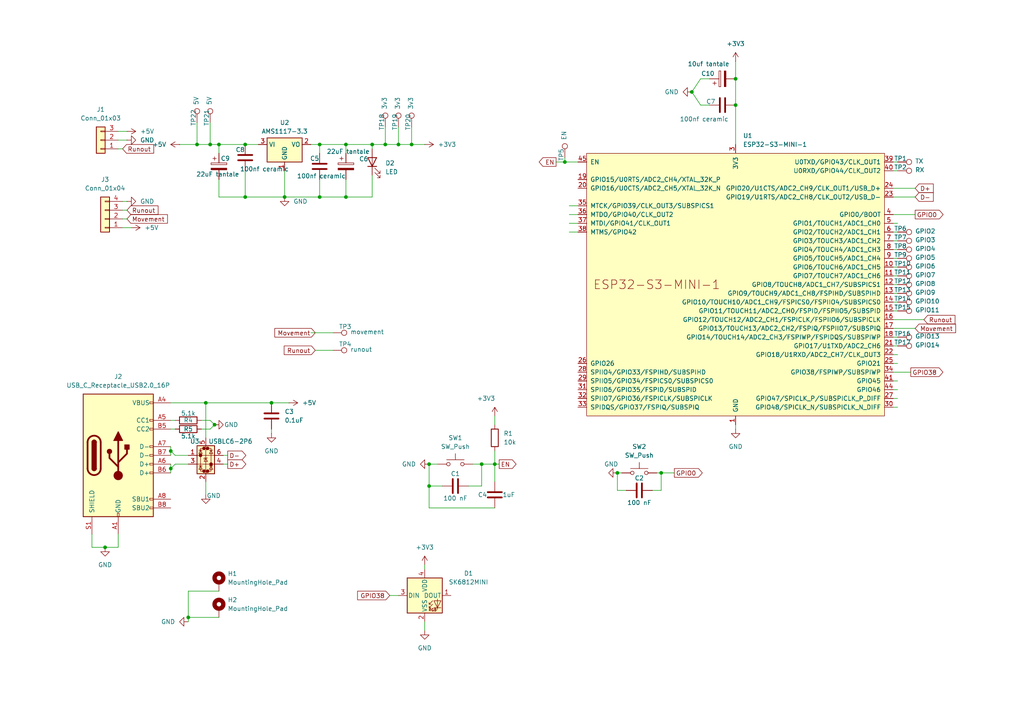
<source format=kicad_sch>
(kicad_sch
	(version 20250114)
	(generator "eeschema")
	(generator_version "9.0")
	(uuid "2622ceef-7528-4d14-80d3-1f85ad6376cb")
	(paper "A4")
	(title_block
		(title "Elegoo centaury carbon filament detection upgrade")
		(date "25/07/2025")
		(rev "MK1")
		(company "Sohcahtoaii")
		(comment 1 "open source design")
	)
	(lib_symbols
		(symbol "Connector:TestPoint"
			(pin_numbers
				(hide yes)
			)
			(pin_names
				(offset 0.762)
				(hide yes)
			)
			(exclude_from_sim no)
			(in_bom yes)
			(on_board yes)
			(property "Reference" "TP"
				(at 0 6.858 0)
				(effects
					(font
						(size 1.27 1.27)
					)
				)
			)
			(property "Value" "TestPoint"
				(at 0 5.08 0)
				(effects
					(font
						(size 1.27 1.27)
					)
				)
			)
			(property "Footprint" ""
				(at 5.08 0 0)
				(effects
					(font
						(size 1.27 1.27)
					)
					(hide yes)
				)
			)
			(property "Datasheet" "~"
				(at 5.08 0 0)
				(effects
					(font
						(size 1.27 1.27)
					)
					(hide yes)
				)
			)
			(property "Description" "test point"
				(at 0 0 0)
				(effects
					(font
						(size 1.27 1.27)
					)
					(hide yes)
				)
			)
			(property "ki_keywords" "test point tp"
				(at 0 0 0)
				(effects
					(font
						(size 1.27 1.27)
					)
					(hide yes)
				)
			)
			(property "ki_fp_filters" "Pin* Test*"
				(at 0 0 0)
				(effects
					(font
						(size 1.27 1.27)
					)
					(hide yes)
				)
			)
			(symbol "TestPoint_0_1"
				(circle
					(center 0 3.302)
					(radius 0.762)
					(stroke
						(width 0)
						(type default)
					)
					(fill
						(type none)
					)
				)
			)
			(symbol "TestPoint_1_1"
				(pin passive line
					(at 0 0 90)
					(length 2.54)
					(name "1"
						(effects
							(font
								(size 1.27 1.27)
							)
						)
					)
					(number "1"
						(effects
							(font
								(size 1.27 1.27)
							)
						)
					)
				)
			)
			(embedded_fonts no)
		)
		(symbol "Connector:USB_C_Receptacle_USB2.0_16P"
			(pin_names
				(offset 1.016)
			)
			(exclude_from_sim no)
			(in_bom yes)
			(on_board yes)
			(property "Reference" "J"
				(at 0 22.225 0)
				(effects
					(font
						(size 1.27 1.27)
					)
				)
			)
			(property "Value" "USB_C_Receptacle_USB2.0_16P"
				(at 0 19.685 0)
				(effects
					(font
						(size 1.27 1.27)
					)
				)
			)
			(property "Footprint" ""
				(at 3.81 0 0)
				(effects
					(font
						(size 1.27 1.27)
					)
					(hide yes)
				)
			)
			(property "Datasheet" "https://www.usb.org/sites/default/files/documents/usb_type-c.zip"
				(at 3.81 0 0)
				(effects
					(font
						(size 1.27 1.27)
					)
					(hide yes)
				)
			)
			(property "Description" "USB 2.0-only 16P Type-C Receptacle connector"
				(at 0 0 0)
				(effects
					(font
						(size 1.27 1.27)
					)
					(hide yes)
				)
			)
			(property "ki_keywords" "usb universal serial bus type-C USB2.0"
				(at 0 0 0)
				(effects
					(font
						(size 1.27 1.27)
					)
					(hide yes)
				)
			)
			(property "ki_fp_filters" "USB*C*Receptacle*"
				(at 0 0 0)
				(effects
					(font
						(size 1.27 1.27)
					)
					(hide yes)
				)
			)
			(symbol "USB_C_Receptacle_USB2.0_16P_0_0"
				(rectangle
					(start -0.254 -17.78)
					(end 0.254 -16.764)
					(stroke
						(width 0)
						(type default)
					)
					(fill
						(type none)
					)
				)
				(rectangle
					(start 10.16 15.494)
					(end 9.144 14.986)
					(stroke
						(width 0)
						(type default)
					)
					(fill
						(type none)
					)
				)
				(rectangle
					(start 10.16 10.414)
					(end 9.144 9.906)
					(stroke
						(width 0)
						(type default)
					)
					(fill
						(type none)
					)
				)
				(rectangle
					(start 10.16 7.874)
					(end 9.144 7.366)
					(stroke
						(width 0)
						(type default)
					)
					(fill
						(type none)
					)
				)
				(rectangle
					(start 10.16 2.794)
					(end 9.144 2.286)
					(stroke
						(width 0)
						(type default)
					)
					(fill
						(type none)
					)
				)
				(rectangle
					(start 10.16 0.254)
					(end 9.144 -0.254)
					(stroke
						(width 0)
						(type default)
					)
					(fill
						(type none)
					)
				)
				(rectangle
					(start 10.16 -2.286)
					(end 9.144 -2.794)
					(stroke
						(width 0)
						(type default)
					)
					(fill
						(type none)
					)
				)
				(rectangle
					(start 10.16 -4.826)
					(end 9.144 -5.334)
					(stroke
						(width 0)
						(type default)
					)
					(fill
						(type none)
					)
				)
				(rectangle
					(start 10.16 -12.446)
					(end 9.144 -12.954)
					(stroke
						(width 0)
						(type default)
					)
					(fill
						(type none)
					)
				)
				(rectangle
					(start 10.16 -14.986)
					(end 9.144 -15.494)
					(stroke
						(width 0)
						(type default)
					)
					(fill
						(type none)
					)
				)
			)
			(symbol "USB_C_Receptacle_USB2.0_16P_0_1"
				(rectangle
					(start -10.16 17.78)
					(end 10.16 -17.78)
					(stroke
						(width 0.254)
						(type default)
					)
					(fill
						(type background)
					)
				)
				(polyline
					(pts
						(xy -8.89 -3.81) (xy -8.89 3.81)
					)
					(stroke
						(width 0.508)
						(type default)
					)
					(fill
						(type none)
					)
				)
				(rectangle
					(start -7.62 -3.81)
					(end -6.35 3.81)
					(stroke
						(width 0.254)
						(type default)
					)
					(fill
						(type outline)
					)
				)
				(arc
					(start -7.62 3.81)
					(mid -6.985 4.4423)
					(end -6.35 3.81)
					(stroke
						(width 0.254)
						(type default)
					)
					(fill
						(type none)
					)
				)
				(arc
					(start -7.62 3.81)
					(mid -6.985 4.4423)
					(end -6.35 3.81)
					(stroke
						(width 0.254)
						(type default)
					)
					(fill
						(type outline)
					)
				)
				(arc
					(start -8.89 3.81)
					(mid -6.985 5.7067)
					(end -5.08 3.81)
					(stroke
						(width 0.508)
						(type default)
					)
					(fill
						(type none)
					)
				)
				(arc
					(start -5.08 -3.81)
					(mid -6.985 -5.7067)
					(end -8.89 -3.81)
					(stroke
						(width 0.508)
						(type default)
					)
					(fill
						(type none)
					)
				)
				(arc
					(start -6.35 -3.81)
					(mid -6.985 -4.4423)
					(end -7.62 -3.81)
					(stroke
						(width 0.254)
						(type default)
					)
					(fill
						(type none)
					)
				)
				(arc
					(start -6.35 -3.81)
					(mid -6.985 -4.4423)
					(end -7.62 -3.81)
					(stroke
						(width 0.254)
						(type default)
					)
					(fill
						(type outline)
					)
				)
				(polyline
					(pts
						(xy -5.08 3.81) (xy -5.08 -3.81)
					)
					(stroke
						(width 0.508)
						(type default)
					)
					(fill
						(type none)
					)
				)
				(circle
					(center -2.54 1.143)
					(radius 0.635)
					(stroke
						(width 0.254)
						(type default)
					)
					(fill
						(type outline)
					)
				)
				(polyline
					(pts
						(xy -1.27 4.318) (xy 0 6.858) (xy 1.27 4.318) (xy -1.27 4.318)
					)
					(stroke
						(width 0.254)
						(type default)
					)
					(fill
						(type outline)
					)
				)
				(polyline
					(pts
						(xy 0 -2.032) (xy 2.54 0.508) (xy 2.54 1.778)
					)
					(stroke
						(width 0.508)
						(type default)
					)
					(fill
						(type none)
					)
				)
				(polyline
					(pts
						(xy 0 -3.302) (xy -2.54 -0.762) (xy -2.54 0.508)
					)
					(stroke
						(width 0.508)
						(type default)
					)
					(fill
						(type none)
					)
				)
				(polyline
					(pts
						(xy 0 -5.842) (xy 0 4.318)
					)
					(stroke
						(width 0.508)
						(type default)
					)
					(fill
						(type none)
					)
				)
				(circle
					(center 0 -5.842)
					(radius 1.27)
					(stroke
						(width 0)
						(type default)
					)
					(fill
						(type outline)
					)
				)
				(rectangle
					(start 1.905 1.778)
					(end 3.175 3.048)
					(stroke
						(width 0.254)
						(type default)
					)
					(fill
						(type outline)
					)
				)
			)
			(symbol "USB_C_Receptacle_USB2.0_16P_1_1"
				(pin passive line
					(at -7.62 -22.86 90)
					(length 5.08)
					(name "SHIELD"
						(effects
							(font
								(size 1.27 1.27)
							)
						)
					)
					(number "S1"
						(effects
							(font
								(size 1.27 1.27)
							)
						)
					)
				)
				(pin passive line
					(at 0 -22.86 90)
					(length 5.08)
					(name "GND"
						(effects
							(font
								(size 1.27 1.27)
							)
						)
					)
					(number "A1"
						(effects
							(font
								(size 1.27 1.27)
							)
						)
					)
				)
				(pin passive line
					(at 0 -22.86 90)
					(length 5.08)
					(hide yes)
					(name "GND"
						(effects
							(font
								(size 1.27 1.27)
							)
						)
					)
					(number "A12"
						(effects
							(font
								(size 1.27 1.27)
							)
						)
					)
				)
				(pin passive line
					(at 0 -22.86 90)
					(length 5.08)
					(hide yes)
					(name "GND"
						(effects
							(font
								(size 1.27 1.27)
							)
						)
					)
					(number "B1"
						(effects
							(font
								(size 1.27 1.27)
							)
						)
					)
				)
				(pin passive line
					(at 0 -22.86 90)
					(length 5.08)
					(hide yes)
					(name "GND"
						(effects
							(font
								(size 1.27 1.27)
							)
						)
					)
					(number "B12"
						(effects
							(font
								(size 1.27 1.27)
							)
						)
					)
				)
				(pin passive line
					(at 15.24 15.24 180)
					(length 5.08)
					(name "VBUS"
						(effects
							(font
								(size 1.27 1.27)
							)
						)
					)
					(number "A4"
						(effects
							(font
								(size 1.27 1.27)
							)
						)
					)
				)
				(pin passive line
					(at 15.24 15.24 180)
					(length 5.08)
					(hide yes)
					(name "VBUS"
						(effects
							(font
								(size 1.27 1.27)
							)
						)
					)
					(number "A9"
						(effects
							(font
								(size 1.27 1.27)
							)
						)
					)
				)
				(pin passive line
					(at 15.24 15.24 180)
					(length 5.08)
					(hide yes)
					(name "VBUS"
						(effects
							(font
								(size 1.27 1.27)
							)
						)
					)
					(number "B4"
						(effects
							(font
								(size 1.27 1.27)
							)
						)
					)
				)
				(pin passive line
					(at 15.24 15.24 180)
					(length 5.08)
					(hide yes)
					(name "VBUS"
						(effects
							(font
								(size 1.27 1.27)
							)
						)
					)
					(number "B9"
						(effects
							(font
								(size 1.27 1.27)
							)
						)
					)
				)
				(pin bidirectional line
					(at 15.24 10.16 180)
					(length 5.08)
					(name "CC1"
						(effects
							(font
								(size 1.27 1.27)
							)
						)
					)
					(number "A5"
						(effects
							(font
								(size 1.27 1.27)
							)
						)
					)
				)
				(pin bidirectional line
					(at 15.24 7.62 180)
					(length 5.08)
					(name "CC2"
						(effects
							(font
								(size 1.27 1.27)
							)
						)
					)
					(number "B5"
						(effects
							(font
								(size 1.27 1.27)
							)
						)
					)
				)
				(pin bidirectional line
					(at 15.24 2.54 180)
					(length 5.08)
					(name "D-"
						(effects
							(font
								(size 1.27 1.27)
							)
						)
					)
					(number "A7"
						(effects
							(font
								(size 1.27 1.27)
							)
						)
					)
				)
				(pin bidirectional line
					(at 15.24 0 180)
					(length 5.08)
					(name "D-"
						(effects
							(font
								(size 1.27 1.27)
							)
						)
					)
					(number "B7"
						(effects
							(font
								(size 1.27 1.27)
							)
						)
					)
				)
				(pin bidirectional line
					(at 15.24 -2.54 180)
					(length 5.08)
					(name "D+"
						(effects
							(font
								(size 1.27 1.27)
							)
						)
					)
					(number "A6"
						(effects
							(font
								(size 1.27 1.27)
							)
						)
					)
				)
				(pin bidirectional line
					(at 15.24 -5.08 180)
					(length 5.08)
					(name "D+"
						(effects
							(font
								(size 1.27 1.27)
							)
						)
					)
					(number "B6"
						(effects
							(font
								(size 1.27 1.27)
							)
						)
					)
				)
				(pin bidirectional line
					(at 15.24 -12.7 180)
					(length 5.08)
					(name "SBU1"
						(effects
							(font
								(size 1.27 1.27)
							)
						)
					)
					(number "A8"
						(effects
							(font
								(size 1.27 1.27)
							)
						)
					)
				)
				(pin bidirectional line
					(at 15.24 -15.24 180)
					(length 5.08)
					(name "SBU2"
						(effects
							(font
								(size 1.27 1.27)
							)
						)
					)
					(number "B8"
						(effects
							(font
								(size 1.27 1.27)
							)
						)
					)
				)
			)
			(embedded_fonts no)
		)
		(symbol "Connector_Generic:Conn_01x03"
			(pin_names
				(offset 1.016)
				(hide yes)
			)
			(exclude_from_sim no)
			(in_bom yes)
			(on_board yes)
			(property "Reference" "J"
				(at 0 5.08 0)
				(effects
					(font
						(size 1.27 1.27)
					)
				)
			)
			(property "Value" "Conn_01x03"
				(at 0 -5.08 0)
				(effects
					(font
						(size 1.27 1.27)
					)
				)
			)
			(property "Footprint" ""
				(at 0 0 0)
				(effects
					(font
						(size 1.27 1.27)
					)
					(hide yes)
				)
			)
			(property "Datasheet" "~"
				(at 0 0 0)
				(effects
					(font
						(size 1.27 1.27)
					)
					(hide yes)
				)
			)
			(property "Description" "Generic connector, single row, 01x03, script generated (kicad-library-utils/schlib/autogen/connector/)"
				(at 0 0 0)
				(effects
					(font
						(size 1.27 1.27)
					)
					(hide yes)
				)
			)
			(property "ki_keywords" "connector"
				(at 0 0 0)
				(effects
					(font
						(size 1.27 1.27)
					)
					(hide yes)
				)
			)
			(property "ki_fp_filters" "Connector*:*_1x??_*"
				(at 0 0 0)
				(effects
					(font
						(size 1.27 1.27)
					)
					(hide yes)
				)
			)
			(symbol "Conn_01x03_1_1"
				(rectangle
					(start -1.27 3.81)
					(end 1.27 -3.81)
					(stroke
						(width 0.254)
						(type default)
					)
					(fill
						(type background)
					)
				)
				(rectangle
					(start -1.27 2.667)
					(end 0 2.413)
					(stroke
						(width 0.1524)
						(type default)
					)
					(fill
						(type none)
					)
				)
				(rectangle
					(start -1.27 0.127)
					(end 0 -0.127)
					(stroke
						(width 0.1524)
						(type default)
					)
					(fill
						(type none)
					)
				)
				(rectangle
					(start -1.27 -2.413)
					(end 0 -2.667)
					(stroke
						(width 0.1524)
						(type default)
					)
					(fill
						(type none)
					)
				)
				(pin passive line
					(at -5.08 2.54 0)
					(length 3.81)
					(name "Pin_1"
						(effects
							(font
								(size 1.27 1.27)
							)
						)
					)
					(number "1"
						(effects
							(font
								(size 1.27 1.27)
							)
						)
					)
				)
				(pin passive line
					(at -5.08 0 0)
					(length 3.81)
					(name "Pin_2"
						(effects
							(font
								(size 1.27 1.27)
							)
						)
					)
					(number "2"
						(effects
							(font
								(size 1.27 1.27)
							)
						)
					)
				)
				(pin passive line
					(at -5.08 -2.54 0)
					(length 3.81)
					(name "Pin_3"
						(effects
							(font
								(size 1.27 1.27)
							)
						)
					)
					(number "3"
						(effects
							(font
								(size 1.27 1.27)
							)
						)
					)
				)
			)
			(embedded_fonts no)
		)
		(symbol "Connector_Generic:Conn_01x04"
			(pin_names
				(offset 1.016)
				(hide yes)
			)
			(exclude_from_sim no)
			(in_bom yes)
			(on_board yes)
			(property "Reference" "J"
				(at 0 5.08 0)
				(effects
					(font
						(size 1.27 1.27)
					)
				)
			)
			(property "Value" "Conn_01x04"
				(at 0 -7.62 0)
				(effects
					(font
						(size 1.27 1.27)
					)
				)
			)
			(property "Footprint" ""
				(at 0 0 0)
				(effects
					(font
						(size 1.27 1.27)
					)
					(hide yes)
				)
			)
			(property "Datasheet" "~"
				(at 0 0 0)
				(effects
					(font
						(size 1.27 1.27)
					)
					(hide yes)
				)
			)
			(property "Description" "Generic connector, single row, 01x04, script generated (kicad-library-utils/schlib/autogen/connector/)"
				(at 0 0 0)
				(effects
					(font
						(size 1.27 1.27)
					)
					(hide yes)
				)
			)
			(property "ki_keywords" "connector"
				(at 0 0 0)
				(effects
					(font
						(size 1.27 1.27)
					)
					(hide yes)
				)
			)
			(property "ki_fp_filters" "Connector*:*_1x??_*"
				(at 0 0 0)
				(effects
					(font
						(size 1.27 1.27)
					)
					(hide yes)
				)
			)
			(symbol "Conn_01x04_1_1"
				(rectangle
					(start -1.27 3.81)
					(end 1.27 -6.35)
					(stroke
						(width 0.254)
						(type default)
					)
					(fill
						(type background)
					)
				)
				(rectangle
					(start -1.27 2.667)
					(end 0 2.413)
					(stroke
						(width 0.1524)
						(type default)
					)
					(fill
						(type none)
					)
				)
				(rectangle
					(start -1.27 0.127)
					(end 0 -0.127)
					(stroke
						(width 0.1524)
						(type default)
					)
					(fill
						(type none)
					)
				)
				(rectangle
					(start -1.27 -2.413)
					(end 0 -2.667)
					(stroke
						(width 0.1524)
						(type default)
					)
					(fill
						(type none)
					)
				)
				(rectangle
					(start -1.27 -4.953)
					(end 0 -5.207)
					(stroke
						(width 0.1524)
						(type default)
					)
					(fill
						(type none)
					)
				)
				(pin passive line
					(at -5.08 2.54 0)
					(length 3.81)
					(name "Pin_1"
						(effects
							(font
								(size 1.27 1.27)
							)
						)
					)
					(number "1"
						(effects
							(font
								(size 1.27 1.27)
							)
						)
					)
				)
				(pin passive line
					(at -5.08 0 0)
					(length 3.81)
					(name "Pin_2"
						(effects
							(font
								(size 1.27 1.27)
							)
						)
					)
					(number "2"
						(effects
							(font
								(size 1.27 1.27)
							)
						)
					)
				)
				(pin passive line
					(at -5.08 -2.54 0)
					(length 3.81)
					(name "Pin_3"
						(effects
							(font
								(size 1.27 1.27)
							)
						)
					)
					(number "3"
						(effects
							(font
								(size 1.27 1.27)
							)
						)
					)
				)
				(pin passive line
					(at -5.08 -5.08 0)
					(length 3.81)
					(name "Pin_4"
						(effects
							(font
								(size 1.27 1.27)
							)
						)
					)
					(number "4"
						(effects
							(font
								(size 1.27 1.27)
							)
						)
					)
				)
			)
			(embedded_fonts no)
		)
		(symbol "Device:C"
			(pin_numbers
				(hide yes)
			)
			(pin_names
				(offset 0.254)
			)
			(exclude_from_sim no)
			(in_bom yes)
			(on_board yes)
			(property "Reference" "C"
				(at 0.635 2.54 0)
				(effects
					(font
						(size 1.27 1.27)
					)
					(justify left)
				)
			)
			(property "Value" "C"
				(at 0.635 -2.54 0)
				(effects
					(font
						(size 1.27 1.27)
					)
					(justify left)
				)
			)
			(property "Footprint" ""
				(at 0.9652 -3.81 0)
				(effects
					(font
						(size 1.27 1.27)
					)
					(hide yes)
				)
			)
			(property "Datasheet" "~"
				(at 0 0 0)
				(effects
					(font
						(size 1.27 1.27)
					)
					(hide yes)
				)
			)
			(property "Description" "Unpolarized capacitor"
				(at 0 0 0)
				(effects
					(font
						(size 1.27 1.27)
					)
					(hide yes)
				)
			)
			(property "ki_keywords" "cap capacitor"
				(at 0 0 0)
				(effects
					(font
						(size 1.27 1.27)
					)
					(hide yes)
				)
			)
			(property "ki_fp_filters" "C_*"
				(at 0 0 0)
				(effects
					(font
						(size 1.27 1.27)
					)
					(hide yes)
				)
			)
			(symbol "C_0_1"
				(polyline
					(pts
						(xy -2.032 0.762) (xy 2.032 0.762)
					)
					(stroke
						(width 0.508)
						(type default)
					)
					(fill
						(type none)
					)
				)
				(polyline
					(pts
						(xy -2.032 -0.762) (xy 2.032 -0.762)
					)
					(stroke
						(width 0.508)
						(type default)
					)
					(fill
						(type none)
					)
				)
			)
			(symbol "C_1_1"
				(pin passive line
					(at 0 3.81 270)
					(length 2.794)
					(name "~"
						(effects
							(font
								(size 1.27 1.27)
							)
						)
					)
					(number "1"
						(effects
							(font
								(size 1.27 1.27)
							)
						)
					)
				)
				(pin passive line
					(at 0 -3.81 90)
					(length 2.794)
					(name "~"
						(effects
							(font
								(size 1.27 1.27)
							)
						)
					)
					(number "2"
						(effects
							(font
								(size 1.27 1.27)
							)
						)
					)
				)
			)
			(embedded_fonts no)
		)
		(symbol "Device:C_Polarized"
			(pin_numbers
				(hide yes)
			)
			(pin_names
				(offset 0.254)
			)
			(exclude_from_sim no)
			(in_bom yes)
			(on_board yes)
			(property "Reference" "C"
				(at 0.635 2.54 0)
				(effects
					(font
						(size 1.27 1.27)
					)
					(justify left)
				)
			)
			(property "Value" "C_Polarized"
				(at 0.635 -2.54 0)
				(effects
					(font
						(size 1.27 1.27)
					)
					(justify left)
				)
			)
			(property "Footprint" ""
				(at 0.9652 -3.81 0)
				(effects
					(font
						(size 1.27 1.27)
					)
					(hide yes)
				)
			)
			(property "Datasheet" "~"
				(at 0 0 0)
				(effects
					(font
						(size 1.27 1.27)
					)
					(hide yes)
				)
			)
			(property "Description" "Polarized capacitor"
				(at 0 0 0)
				(effects
					(font
						(size 1.27 1.27)
					)
					(hide yes)
				)
			)
			(property "ki_keywords" "cap capacitor"
				(at 0 0 0)
				(effects
					(font
						(size 1.27 1.27)
					)
					(hide yes)
				)
			)
			(property "ki_fp_filters" "CP_*"
				(at 0 0 0)
				(effects
					(font
						(size 1.27 1.27)
					)
					(hide yes)
				)
			)
			(symbol "C_Polarized_0_1"
				(rectangle
					(start -2.286 0.508)
					(end 2.286 1.016)
					(stroke
						(width 0)
						(type default)
					)
					(fill
						(type none)
					)
				)
				(polyline
					(pts
						(xy -1.778 2.286) (xy -0.762 2.286)
					)
					(stroke
						(width 0)
						(type default)
					)
					(fill
						(type none)
					)
				)
				(polyline
					(pts
						(xy -1.27 2.794) (xy -1.27 1.778)
					)
					(stroke
						(width 0)
						(type default)
					)
					(fill
						(type none)
					)
				)
				(rectangle
					(start 2.286 -0.508)
					(end -2.286 -1.016)
					(stroke
						(width 0)
						(type default)
					)
					(fill
						(type outline)
					)
				)
			)
			(symbol "C_Polarized_1_1"
				(pin passive line
					(at 0 3.81 270)
					(length 2.794)
					(name "~"
						(effects
							(font
								(size 1.27 1.27)
							)
						)
					)
					(number "1"
						(effects
							(font
								(size 1.27 1.27)
							)
						)
					)
				)
				(pin passive line
					(at 0 -3.81 90)
					(length 2.794)
					(name "~"
						(effects
							(font
								(size 1.27 1.27)
							)
						)
					)
					(number "2"
						(effects
							(font
								(size 1.27 1.27)
							)
						)
					)
				)
			)
			(embedded_fonts no)
		)
		(symbol "Device:LED"
			(pin_numbers
				(hide yes)
			)
			(pin_names
				(offset 1.016)
				(hide yes)
			)
			(exclude_from_sim no)
			(in_bom yes)
			(on_board yes)
			(property "Reference" "D"
				(at 0 2.54 0)
				(effects
					(font
						(size 1.27 1.27)
					)
				)
			)
			(property "Value" "LED"
				(at 0 -2.54 0)
				(effects
					(font
						(size 1.27 1.27)
					)
				)
			)
			(property "Footprint" ""
				(at 0 0 0)
				(effects
					(font
						(size 1.27 1.27)
					)
					(hide yes)
				)
			)
			(property "Datasheet" "~"
				(at 0 0 0)
				(effects
					(font
						(size 1.27 1.27)
					)
					(hide yes)
				)
			)
			(property "Description" "Light emitting diode"
				(at 0 0 0)
				(effects
					(font
						(size 1.27 1.27)
					)
					(hide yes)
				)
			)
			(property "Sim.Pins" "1=K 2=A"
				(at 0 0 0)
				(effects
					(font
						(size 1.27 1.27)
					)
					(hide yes)
				)
			)
			(property "ki_keywords" "LED diode"
				(at 0 0 0)
				(effects
					(font
						(size 1.27 1.27)
					)
					(hide yes)
				)
			)
			(property "ki_fp_filters" "LED* LED_SMD:* LED_THT:*"
				(at 0 0 0)
				(effects
					(font
						(size 1.27 1.27)
					)
					(hide yes)
				)
			)
			(symbol "LED_0_1"
				(polyline
					(pts
						(xy -3.048 -0.762) (xy -4.572 -2.286) (xy -3.81 -2.286) (xy -4.572 -2.286) (xy -4.572 -1.524)
					)
					(stroke
						(width 0)
						(type default)
					)
					(fill
						(type none)
					)
				)
				(polyline
					(pts
						(xy -1.778 -0.762) (xy -3.302 -2.286) (xy -2.54 -2.286) (xy -3.302 -2.286) (xy -3.302 -1.524)
					)
					(stroke
						(width 0)
						(type default)
					)
					(fill
						(type none)
					)
				)
				(polyline
					(pts
						(xy -1.27 0) (xy 1.27 0)
					)
					(stroke
						(width 0)
						(type default)
					)
					(fill
						(type none)
					)
				)
				(polyline
					(pts
						(xy -1.27 -1.27) (xy -1.27 1.27)
					)
					(stroke
						(width 0.254)
						(type default)
					)
					(fill
						(type none)
					)
				)
				(polyline
					(pts
						(xy 1.27 -1.27) (xy 1.27 1.27) (xy -1.27 0) (xy 1.27 -1.27)
					)
					(stroke
						(width 0.254)
						(type default)
					)
					(fill
						(type none)
					)
				)
			)
			(symbol "LED_1_1"
				(pin passive line
					(at -3.81 0 0)
					(length 2.54)
					(name "K"
						(effects
							(font
								(size 1.27 1.27)
							)
						)
					)
					(number "1"
						(effects
							(font
								(size 1.27 1.27)
							)
						)
					)
				)
				(pin passive line
					(at 3.81 0 180)
					(length 2.54)
					(name "A"
						(effects
							(font
								(size 1.27 1.27)
							)
						)
					)
					(number "2"
						(effects
							(font
								(size 1.27 1.27)
							)
						)
					)
				)
			)
			(embedded_fonts no)
		)
		(symbol "Device:R"
			(pin_numbers
				(hide yes)
			)
			(pin_names
				(offset 0)
			)
			(exclude_from_sim no)
			(in_bom yes)
			(on_board yes)
			(property "Reference" "R"
				(at 2.032 0 90)
				(effects
					(font
						(size 1.27 1.27)
					)
				)
			)
			(property "Value" "R"
				(at 0 0 90)
				(effects
					(font
						(size 1.27 1.27)
					)
				)
			)
			(property "Footprint" ""
				(at -1.778 0 90)
				(effects
					(font
						(size 1.27 1.27)
					)
					(hide yes)
				)
			)
			(property "Datasheet" "~"
				(at 0 0 0)
				(effects
					(font
						(size 1.27 1.27)
					)
					(hide yes)
				)
			)
			(property "Description" "Resistor"
				(at 0 0 0)
				(effects
					(font
						(size 1.27 1.27)
					)
					(hide yes)
				)
			)
			(property "ki_keywords" "R res resistor"
				(at 0 0 0)
				(effects
					(font
						(size 1.27 1.27)
					)
					(hide yes)
				)
			)
			(property "ki_fp_filters" "R_*"
				(at 0 0 0)
				(effects
					(font
						(size 1.27 1.27)
					)
					(hide yes)
				)
			)
			(symbol "R_0_1"
				(rectangle
					(start -1.016 -2.54)
					(end 1.016 2.54)
					(stroke
						(width 0.254)
						(type default)
					)
					(fill
						(type none)
					)
				)
			)
			(symbol "R_1_1"
				(pin passive line
					(at 0 3.81 270)
					(length 1.27)
					(name "~"
						(effects
							(font
								(size 1.27 1.27)
							)
						)
					)
					(number "1"
						(effects
							(font
								(size 1.27 1.27)
							)
						)
					)
				)
				(pin passive line
					(at 0 -3.81 90)
					(length 1.27)
					(name "~"
						(effects
							(font
								(size 1.27 1.27)
							)
						)
					)
					(number "2"
						(effects
							(font
								(size 1.27 1.27)
							)
						)
					)
				)
			)
			(embedded_fonts no)
		)
		(symbol "LED:SK6812MINI"
			(pin_names
				(offset 0.254)
			)
			(exclude_from_sim no)
			(in_bom yes)
			(on_board yes)
			(property "Reference" "D"
				(at 5.08 5.715 0)
				(effects
					(font
						(size 1.27 1.27)
					)
					(justify right bottom)
				)
			)
			(property "Value" "SK6812MINI"
				(at 1.27 -5.715 0)
				(effects
					(font
						(size 1.27 1.27)
					)
					(justify left top)
				)
			)
			(property "Footprint" "LED_SMD:LED_SK6812MINI_PLCC4_3.5x3.5mm_P1.75mm"
				(at 1.27 -7.62 0)
				(effects
					(font
						(size 1.27 1.27)
					)
					(justify left top)
					(hide yes)
				)
			)
			(property "Datasheet" "https://cdn-shop.adafruit.com/product-files/2686/SK6812MINI_REV.01-1-2.pdf"
				(at 2.54 -9.525 0)
				(effects
					(font
						(size 1.27 1.27)
					)
					(justify left top)
					(hide yes)
				)
			)
			(property "Description" "RGB LED with integrated controller"
				(at 0 0 0)
				(effects
					(font
						(size 1.27 1.27)
					)
					(hide yes)
				)
			)
			(property "ki_keywords" "RGB LED NeoPixel Mini addressable"
				(at 0 0 0)
				(effects
					(font
						(size 1.27 1.27)
					)
					(hide yes)
				)
			)
			(property "ki_fp_filters" "LED*SK6812MINI*PLCC*3.5x3.5mm*P1.75mm*"
				(at 0 0 0)
				(effects
					(font
						(size 1.27 1.27)
					)
					(hide yes)
				)
			)
			(symbol "SK6812MINI_0_0"
				(text "RGB"
					(at 2.286 -4.191 0)
					(effects
						(font
							(size 0.762 0.762)
						)
					)
				)
			)
			(symbol "SK6812MINI_0_1"
				(polyline
					(pts
						(xy 1.27 -2.54) (xy 1.778 -2.54)
					)
					(stroke
						(width 0)
						(type default)
					)
					(fill
						(type none)
					)
				)
				(polyline
					(pts
						(xy 1.27 -3.556) (xy 1.778 -3.556)
					)
					(stroke
						(width 0)
						(type default)
					)
					(fill
						(type none)
					)
				)
				(polyline
					(pts
						(xy 2.286 -1.524) (xy 1.27 -2.54) (xy 1.27 -2.032)
					)
					(stroke
						(width 0)
						(type default)
					)
					(fill
						(type none)
					)
				)
				(polyline
					(pts
						(xy 2.286 -2.54) (xy 1.27 -3.556) (xy 1.27 -3.048)
					)
					(stroke
						(width 0)
						(type default)
					)
					(fill
						(type none)
					)
				)
				(polyline
					(pts
						(xy 3.683 -1.016) (xy 3.683 -3.556) (xy 3.683 -4.064)
					)
					(stroke
						(width 0)
						(type default)
					)
					(fill
						(type none)
					)
				)
				(polyline
					(pts
						(xy 4.699 -1.524) (xy 2.667 -1.524) (xy 3.683 -3.556) (xy 4.699 -1.524)
					)
					(stroke
						(width 0)
						(type default)
					)
					(fill
						(type none)
					)
				)
				(polyline
					(pts
						(xy 4.699 -3.556) (xy 2.667 -3.556)
					)
					(stroke
						(width 0)
						(type default)
					)
					(fill
						(type none)
					)
				)
				(rectangle
					(start 5.08 5.08)
					(end -5.08 -5.08)
					(stroke
						(width 0.254)
						(type default)
					)
					(fill
						(type background)
					)
				)
			)
			(symbol "SK6812MINI_1_1"
				(pin input line
					(at -7.62 0 0)
					(length 2.54)
					(name "DIN"
						(effects
							(font
								(size 1.27 1.27)
							)
						)
					)
					(number "3"
						(effects
							(font
								(size 1.27 1.27)
							)
						)
					)
				)
				(pin power_in line
					(at 0 7.62 270)
					(length 2.54)
					(name "VDD"
						(effects
							(font
								(size 1.27 1.27)
							)
						)
					)
					(number "4"
						(effects
							(font
								(size 1.27 1.27)
							)
						)
					)
				)
				(pin power_in line
					(at 0 -7.62 90)
					(length 2.54)
					(name "VSS"
						(effects
							(font
								(size 1.27 1.27)
							)
						)
					)
					(number "2"
						(effects
							(font
								(size 1.27 1.27)
							)
						)
					)
				)
				(pin output line
					(at 7.62 0 180)
					(length 2.54)
					(name "DOUT"
						(effects
							(font
								(size 1.27 1.27)
							)
						)
					)
					(number "1"
						(effects
							(font
								(size 1.27 1.27)
							)
						)
					)
				)
			)
			(embedded_fonts no)
		)
		(symbol "Mechanical:MountingHole_Pad"
			(pin_numbers
				(hide yes)
			)
			(pin_names
				(offset 1.016)
				(hide yes)
			)
			(exclude_from_sim no)
			(in_bom no)
			(on_board yes)
			(property "Reference" "H"
				(at 0 6.35 0)
				(effects
					(font
						(size 1.27 1.27)
					)
				)
			)
			(property "Value" "MountingHole_Pad"
				(at 0 4.445 0)
				(effects
					(font
						(size 1.27 1.27)
					)
				)
			)
			(property "Footprint" ""
				(at 0 0 0)
				(effects
					(font
						(size 1.27 1.27)
					)
					(hide yes)
				)
			)
			(property "Datasheet" "~"
				(at 0 0 0)
				(effects
					(font
						(size 1.27 1.27)
					)
					(hide yes)
				)
			)
			(property "Description" "Mounting Hole with connection"
				(at 0 0 0)
				(effects
					(font
						(size 1.27 1.27)
					)
					(hide yes)
				)
			)
			(property "ki_keywords" "mounting hole"
				(at 0 0 0)
				(effects
					(font
						(size 1.27 1.27)
					)
					(hide yes)
				)
			)
			(property "ki_fp_filters" "MountingHole*Pad*"
				(at 0 0 0)
				(effects
					(font
						(size 1.27 1.27)
					)
					(hide yes)
				)
			)
			(symbol "MountingHole_Pad_0_1"
				(circle
					(center 0 1.27)
					(radius 1.27)
					(stroke
						(width 1.27)
						(type default)
					)
					(fill
						(type none)
					)
				)
			)
			(symbol "MountingHole_Pad_1_1"
				(pin input line
					(at 0 -2.54 90)
					(length 2.54)
					(name "1"
						(effects
							(font
								(size 1.27 1.27)
							)
						)
					)
					(number "1"
						(effects
							(font
								(size 1.27 1.27)
							)
						)
					)
				)
			)
			(embedded_fonts no)
		)
		(symbol "PCM_Espressif:ESP32-S3-MINI-1"
			(pin_names
				(offset 1.016)
			)
			(exclude_from_sim no)
			(in_bom yes)
			(on_board yes)
			(property "Reference" "U"
				(at -43.18 43.18 0)
				(effects
					(font
						(size 1.27 1.27)
					)
					(justify left)
				)
			)
			(property "Value" "ESP32-S3-MINI-1"
				(at -43.18 40.64 0)
				(effects
					(font
						(size 1.27 1.27)
					)
					(justify left)
				)
			)
			(property "Footprint" "PCM_Espressif:ESP32-S3-MINI-1"
				(at 0 -55.88 0)
				(effects
					(font
						(size 1.27 1.27)
					)
					(hide yes)
				)
			)
			(property "Datasheet" "https://www.espressif.com/sites/default/files/documentation/esp32-s3-mini-1_mini-1u_datasheet_en.pdf"
				(at 0 -58.42 0)
				(effects
					(font
						(size 1.27 1.27)
					)
					(hide yes)
				)
			)
			(property "Description" "Smallsized module supporting 2.4 GHz WiFi (802.11 b/g/n) and Bluetooth ® 5 (LE) Built around ESP32S3 series of SoCs, Xtensa ® dualcore 32bit LX7 microprocessor Flash up to 8 MB, optional 2 MB PSRAM in chip package 39 GPIOs, rich set of peripherals Onboard PCB antenna or external antenna connector"
				(at 0 0 0)
				(effects
					(font
						(size 1.27 1.27)
					)
					(hide yes)
				)
			)
			(symbol "ESP32-S3-MINI-1_0_0"
				(text "ESP32-S3-MINI-1"
					(at -22.86 0 0)
					(effects
						(font
							(size 2.54 2.54)
						)
					)
				)
				(pin input line
					(at -45.72 35.56 0)
					(length 2.54)
					(name "EN"
						(effects
							(font
								(size 1.27 1.27)
							)
						)
					)
					(number "45"
						(effects
							(font
								(size 1.27 1.27)
							)
						)
					)
				)
				(pin bidirectional line
					(at -45.72 30.48 0)
					(length 2.54)
					(name "GPIO15/U0RTS/ADC2_CH4/XTAL_32K_P"
						(effects
							(font
								(size 1.27 1.27)
							)
						)
					)
					(number "19"
						(effects
							(font
								(size 1.27 1.27)
							)
						)
					)
				)
				(pin bidirectional line
					(at -45.72 27.94 0)
					(length 2.54)
					(name "GPIO16/U0CTS/ADC2_CH5/XTAL_32K_N"
						(effects
							(font
								(size 1.27 1.27)
							)
						)
					)
					(number "20"
						(effects
							(font
								(size 1.27 1.27)
							)
						)
					)
				)
				(pin bidirectional line
					(at -45.72 22.86 0)
					(length 2.54)
					(name "MTCK/GPIO39/CLK_OUT3/SUBSPICS1"
						(effects
							(font
								(size 1.27 1.27)
							)
						)
					)
					(number "35"
						(effects
							(font
								(size 1.27 1.27)
							)
						)
					)
				)
				(pin bidirectional line
					(at -45.72 20.32 0)
					(length 2.54)
					(name "MTDO/GPIO40/CLK_OUT2"
						(effects
							(font
								(size 1.27 1.27)
							)
						)
					)
					(number "36"
						(effects
							(font
								(size 1.27 1.27)
							)
						)
					)
				)
				(pin bidirectional line
					(at -45.72 17.78 0)
					(length 2.54)
					(name "MTDI/GPIO41/CLK_OUT1"
						(effects
							(font
								(size 1.27 1.27)
							)
						)
					)
					(number "37"
						(effects
							(font
								(size 1.27 1.27)
							)
						)
					)
				)
				(pin bidirectional line
					(at -45.72 15.24 0)
					(length 2.54)
					(name "MTMS/GPIO42"
						(effects
							(font
								(size 1.27 1.27)
							)
						)
					)
					(number "38"
						(effects
							(font
								(size 1.27 1.27)
							)
						)
					)
				)
				(pin bidirectional line
					(at -45.72 -22.86 0)
					(length 2.54)
					(name "GPIO26"
						(effects
							(font
								(size 1.27 1.27)
							)
						)
					)
					(number "26"
						(effects
							(font
								(size 1.27 1.27)
							)
						)
					)
				)
				(pin bidirectional line
					(at -45.72 -25.4 0)
					(length 2.54)
					(name "SPIIO4/GPIO33/FSPIHD/SUBSPIHD"
						(effects
							(font
								(size 1.27 1.27)
							)
						)
					)
					(number "28"
						(effects
							(font
								(size 1.27 1.27)
							)
						)
					)
				)
				(pin bidirectional line
					(at -45.72 -27.94 0)
					(length 2.54)
					(name "SPIIO5/GPIO34/FSPICS0/SUBSPICS0"
						(effects
							(font
								(size 1.27 1.27)
							)
						)
					)
					(number "29"
						(effects
							(font
								(size 1.27 1.27)
							)
						)
					)
				)
				(pin bidirectional line
					(at -45.72 -30.48 0)
					(length 2.54)
					(name "SPIIO6/GPIO35/FSPID/SUBSPID"
						(effects
							(font
								(size 1.27 1.27)
							)
						)
					)
					(number "31"
						(effects
							(font
								(size 1.27 1.27)
							)
						)
					)
				)
				(pin bidirectional line
					(at -45.72 -33.02 0)
					(length 2.54)
					(name "SPIIO7/GPIO36/FSPICLK/SUBSPICLK"
						(effects
							(font
								(size 1.27 1.27)
							)
						)
					)
					(number "32"
						(effects
							(font
								(size 1.27 1.27)
							)
						)
					)
				)
				(pin bidirectional line
					(at -45.72 -35.56 0)
					(length 2.54)
					(name "SPIDQS/GPIO37/FSPIQ/SUBSPIQ"
						(effects
							(font
								(size 1.27 1.27)
							)
						)
					)
					(number "33"
						(effects
							(font
								(size 1.27 1.27)
							)
						)
					)
				)
				(pin power_in line
					(at 0 40.64 270)
					(length 2.54)
					(name "3V3"
						(effects
							(font
								(size 1.27 1.27)
							)
						)
					)
					(number "3"
						(effects
							(font
								(size 1.27 1.27)
							)
						)
					)
				)
				(pin power_in line
					(at 0 -40.64 90)
					(length 2.54)
					(name "GND"
						(effects
							(font
								(size 1.27 1.27)
							)
						)
					)
					(number "1"
						(effects
							(font
								(size 1.27 1.27)
							)
						)
					)
				)
				(pin passive line
					(at 0 -40.64 90)
					(length 2.54)
					(hide yes)
					(name "GND"
						(effects
							(font
								(size 1.27 1.27)
							)
						)
					)
					(number "2"
						(effects
							(font
								(size 1.27 1.27)
							)
						)
					)
				)
				(pin passive line
					(at 0 -40.64 90)
					(length 2.54)
					(hide yes)
					(name "GND"
						(effects
							(font
								(size 1.27 1.27)
							)
						)
					)
					(number "42"
						(effects
							(font
								(size 1.27 1.27)
							)
						)
					)
				)
				(pin passive line
					(at 0 -40.64 90)
					(length 2.54)
					(hide yes)
					(name "GND"
						(effects
							(font
								(size 1.27 1.27)
							)
						)
					)
					(number "43"
						(effects
							(font
								(size 1.27 1.27)
							)
						)
					)
				)
				(pin passive line
					(at 0 -40.64 90)
					(length 2.54)
					(hide yes)
					(name "GND"
						(effects
							(font
								(size 1.27 1.27)
							)
						)
					)
					(number "46"
						(effects
							(font
								(size 1.27 1.27)
							)
						)
					)
				)
				(pin passive line
					(at 0 -40.64 90)
					(length 2.54)
					(hide yes)
					(name "GND"
						(effects
							(font
								(size 1.27 1.27)
							)
						)
					)
					(number "47"
						(effects
							(font
								(size 1.27 1.27)
							)
						)
					)
				)
				(pin passive line
					(at 0 -40.64 90)
					(length 2.54)
					(hide yes)
					(name "GND"
						(effects
							(font
								(size 1.27 1.27)
							)
						)
					)
					(number "48"
						(effects
							(font
								(size 1.27 1.27)
							)
						)
					)
				)
				(pin passive line
					(at 0 -40.64 90)
					(length 2.54)
					(hide yes)
					(name "GND"
						(effects
							(font
								(size 1.27 1.27)
							)
						)
					)
					(number "49"
						(effects
							(font
								(size 1.27 1.27)
							)
						)
					)
				)
				(pin passive line
					(at 0 -40.64 90)
					(length 2.54)
					(hide yes)
					(name "GND"
						(effects
							(font
								(size 1.27 1.27)
							)
						)
					)
					(number "50"
						(effects
							(font
								(size 1.27 1.27)
							)
						)
					)
				)
				(pin passive line
					(at 0 -40.64 90)
					(length 2.54)
					(hide yes)
					(name "GND"
						(effects
							(font
								(size 1.27 1.27)
							)
						)
					)
					(number "51"
						(effects
							(font
								(size 1.27 1.27)
							)
						)
					)
				)
				(pin passive line
					(at 0 -40.64 90)
					(length 2.54)
					(hide yes)
					(name "GND"
						(effects
							(font
								(size 1.27 1.27)
							)
						)
					)
					(number "52"
						(effects
							(font
								(size 1.27 1.27)
							)
						)
					)
				)
				(pin passive line
					(at 0 -40.64 90)
					(length 2.54)
					(hide yes)
					(name "GND"
						(effects
							(font
								(size 1.27 1.27)
							)
						)
					)
					(number "53"
						(effects
							(font
								(size 1.27 1.27)
							)
						)
					)
				)
				(pin passive line
					(at 0 -40.64 90)
					(length 2.54)
					(hide yes)
					(name "GND"
						(effects
							(font
								(size 1.27 1.27)
							)
						)
					)
					(number "54"
						(effects
							(font
								(size 1.27 1.27)
							)
						)
					)
				)
				(pin passive line
					(at 0 -40.64 90)
					(length 2.54)
					(hide yes)
					(name "GND"
						(effects
							(font
								(size 1.27 1.27)
							)
						)
					)
					(number "55"
						(effects
							(font
								(size 1.27 1.27)
							)
						)
					)
				)
				(pin passive line
					(at 0 -40.64 90)
					(length 2.54)
					(hide yes)
					(name "GND"
						(effects
							(font
								(size 1.27 1.27)
							)
						)
					)
					(number "56"
						(effects
							(font
								(size 1.27 1.27)
							)
						)
					)
				)
				(pin passive line
					(at 0 -40.64 90)
					(length 2.54)
					(hide yes)
					(name "GND"
						(effects
							(font
								(size 1.27 1.27)
							)
						)
					)
					(number "57"
						(effects
							(font
								(size 1.27 1.27)
							)
						)
					)
				)
				(pin passive line
					(at 0 -40.64 90)
					(length 2.54)
					(hide yes)
					(name "GND"
						(effects
							(font
								(size 1.27 1.27)
							)
						)
					)
					(number "58"
						(effects
							(font
								(size 1.27 1.27)
							)
						)
					)
				)
				(pin passive line
					(at 0 -40.64 90)
					(length 2.54)
					(hide yes)
					(name "GND"
						(effects
							(font
								(size 1.27 1.27)
							)
						)
					)
					(number "59"
						(effects
							(font
								(size 1.27 1.27)
							)
						)
					)
				)
				(pin passive line
					(at 0 -40.64 90)
					(length 2.54)
					(hide yes)
					(name "GND"
						(effects
							(font
								(size 1.27 1.27)
							)
						)
					)
					(number "60"
						(effects
							(font
								(size 1.27 1.27)
							)
						)
					)
				)
				(pin passive line
					(at 0 -40.64 90)
					(length 2.54)
					(hide yes)
					(name "GND"
						(effects
							(font
								(size 1.27 1.27)
							)
						)
					)
					(number "61"
						(effects
							(font
								(size 1.27 1.27)
							)
						)
					)
				)
				(pin passive line
					(at 0 -40.64 90)
					(length 2.54)
					(hide yes)
					(name "GND"
						(effects
							(font
								(size 1.27 1.27)
							)
						)
					)
					(number "62"
						(effects
							(font
								(size 1.27 1.27)
							)
						)
					)
				)
				(pin passive line
					(at 0 -40.64 90)
					(length 2.54)
					(hide yes)
					(name "GND"
						(effects
							(font
								(size 1.27 1.27)
							)
						)
					)
					(number "63"
						(effects
							(font
								(size 1.27 1.27)
							)
						)
					)
				)
				(pin passive line
					(at 0 -40.64 90)
					(length 2.54)
					(hide yes)
					(name "GND"
						(effects
							(font
								(size 1.27 1.27)
							)
						)
					)
					(number "64"
						(effects
							(font
								(size 1.27 1.27)
							)
						)
					)
				)
				(pin passive line
					(at 0 -40.64 90)
					(length 2.54)
					(hide yes)
					(name "GND"
						(effects
							(font
								(size 1.27 1.27)
							)
						)
					)
					(number "65"
						(effects
							(font
								(size 1.27 1.27)
							)
						)
					)
				)
				(pin bidirectional line
					(at 45.72 35.56 180)
					(length 2.54)
					(name "U0TXD/GPIO43/CLK_OUT1"
						(effects
							(font
								(size 1.27 1.27)
							)
						)
					)
					(number "39"
						(effects
							(font
								(size 1.27 1.27)
							)
						)
					)
				)
				(pin bidirectional line
					(at 45.72 33.02 180)
					(length 2.54)
					(name "U0RXD/GPIO44/CLK_OUT2"
						(effects
							(font
								(size 1.27 1.27)
							)
						)
					)
					(number "40"
						(effects
							(font
								(size 1.27 1.27)
							)
						)
					)
				)
				(pin bidirectional line
					(at 45.72 27.94 180)
					(length 2.54)
					(name "GPIO20/U1CTS/ADC2_CH9/CLK_OUT1/USB_D+"
						(effects
							(font
								(size 1.27 1.27)
							)
						)
					)
					(number "24"
						(effects
							(font
								(size 1.27 1.27)
							)
						)
					)
				)
				(pin bidirectional line
					(at 45.72 25.4 180)
					(length 2.54)
					(name "GPIO19/U1RTS/ADC2_CH8/CLK_OUT2/USB_D-"
						(effects
							(font
								(size 1.27 1.27)
							)
						)
					)
					(number "23"
						(effects
							(font
								(size 1.27 1.27)
							)
						)
					)
				)
				(pin bidirectional line
					(at 45.72 20.32 180)
					(length 2.54)
					(name "GPIO0/BOOT"
						(effects
							(font
								(size 1.27 1.27)
							)
						)
					)
					(number "4"
						(effects
							(font
								(size 1.27 1.27)
							)
						)
					)
				)
				(pin bidirectional line
					(at 45.72 17.78 180)
					(length 2.54)
					(name "GPIO1/TOUCH1/ADC1_CH0"
						(effects
							(font
								(size 1.27 1.27)
							)
						)
					)
					(number "5"
						(effects
							(font
								(size 1.27 1.27)
							)
						)
					)
				)
				(pin bidirectional line
					(at 45.72 15.24 180)
					(length 2.54)
					(name "GPIO2/TOUCH2/ADC1_CH1"
						(effects
							(font
								(size 1.27 1.27)
							)
						)
					)
					(number "6"
						(effects
							(font
								(size 1.27 1.27)
							)
						)
					)
				)
				(pin bidirectional line
					(at 45.72 12.7 180)
					(length 2.54)
					(name "GPIO3/TOUCH3/ADC1_CH2"
						(effects
							(font
								(size 1.27 1.27)
							)
						)
					)
					(number "7"
						(effects
							(font
								(size 1.27 1.27)
							)
						)
					)
				)
				(pin bidirectional line
					(at 45.72 10.16 180)
					(length 2.54)
					(name "GPIO4/TOUCH4/ADC1_CH3"
						(effects
							(font
								(size 1.27 1.27)
							)
						)
					)
					(number "8"
						(effects
							(font
								(size 1.27 1.27)
							)
						)
					)
				)
				(pin bidirectional line
					(at 45.72 7.62 180)
					(length 2.54)
					(name "GPIO5/TOUCH5/ADC1_CH4"
						(effects
							(font
								(size 1.27 1.27)
							)
						)
					)
					(number "9"
						(effects
							(font
								(size 1.27 1.27)
							)
						)
					)
				)
				(pin bidirectional line
					(at 45.72 5.08 180)
					(length 2.54)
					(name "GPIO6/TOUCH6/ADC1_CH5"
						(effects
							(font
								(size 1.27 1.27)
							)
						)
					)
					(number "10"
						(effects
							(font
								(size 1.27 1.27)
							)
						)
					)
				)
				(pin bidirectional line
					(at 45.72 2.54 180)
					(length 2.54)
					(name "GPIO7/TOUCH7/ADC1_CH6"
						(effects
							(font
								(size 1.27 1.27)
							)
						)
					)
					(number "11"
						(effects
							(font
								(size 1.27 1.27)
							)
						)
					)
				)
				(pin bidirectional line
					(at 45.72 0 180)
					(length 2.54)
					(name "GPIO8/TOUCH8/ADC1_CH7/SUBSPICS1"
						(effects
							(font
								(size 1.27 1.27)
							)
						)
					)
					(number "12"
						(effects
							(font
								(size 1.27 1.27)
							)
						)
					)
				)
				(pin bidirectional line
					(at 45.72 -2.54 180)
					(length 2.54)
					(name "GPIO9/TOUCH9/ADC1_CH8/FSPIHD/SUBSPIHD"
						(effects
							(font
								(size 1.27 1.27)
							)
						)
					)
					(number "13"
						(effects
							(font
								(size 1.27 1.27)
							)
						)
					)
				)
				(pin bidirectional line
					(at 45.72 -5.08 180)
					(length 2.54)
					(name "GPIO10/TOUCH10/ADC1_CH9/FSPICS0/FSPIIO4/SUBSPICS0"
						(effects
							(font
								(size 1.27 1.27)
							)
						)
					)
					(number "14"
						(effects
							(font
								(size 1.27 1.27)
							)
						)
					)
				)
				(pin bidirectional line
					(at 45.72 -7.62 180)
					(length 2.54)
					(name "GPIO11/TOUCH11/ADC2_CH0/FSPID/FSPIIO5/SUBSPID"
						(effects
							(font
								(size 1.27 1.27)
							)
						)
					)
					(number "15"
						(effects
							(font
								(size 1.27 1.27)
							)
						)
					)
				)
				(pin bidirectional line
					(at 45.72 -10.16 180)
					(length 2.54)
					(name "GPIO12/TOUCH12/ADC2_CH1/FSPICLK/FSPIIO6/SUBSPICLK"
						(effects
							(font
								(size 1.27 1.27)
							)
						)
					)
					(number "16"
						(effects
							(font
								(size 1.27 1.27)
							)
						)
					)
				)
				(pin bidirectional line
					(at 45.72 -12.7 180)
					(length 2.54)
					(name "GPIO13/TOUCH13/ADC2_CH2/FSPIQ/FSPIIO7/SUBSPIQ"
						(effects
							(font
								(size 1.27 1.27)
							)
						)
					)
					(number "17"
						(effects
							(font
								(size 1.27 1.27)
							)
						)
					)
				)
				(pin bidirectional line
					(at 45.72 -15.24 180)
					(length 2.54)
					(name "GPIO14/TOUCH14/ADC2_CH3/FSPIWP/FSPIDQS/SUBSPIWP"
						(effects
							(font
								(size 1.27 1.27)
							)
						)
					)
					(number "18"
						(effects
							(font
								(size 1.27 1.27)
							)
						)
					)
				)
				(pin bidirectional line
					(at 45.72 -17.78 180)
					(length 2.54)
					(name "GPIO17/U1TXD/ADC2_CH6"
						(effects
							(font
								(size 1.27 1.27)
							)
						)
					)
					(number "21"
						(effects
							(font
								(size 1.27 1.27)
							)
						)
					)
				)
				(pin bidirectional line
					(at 45.72 -20.32 180)
					(length 2.54)
					(name "GPIO18/U1RXD/ADC2_CH7/CLK_OUT3"
						(effects
							(font
								(size 1.27 1.27)
							)
						)
					)
					(number "22"
						(effects
							(font
								(size 1.27 1.27)
							)
						)
					)
				)
				(pin bidirectional line
					(at 45.72 -22.86 180)
					(length 2.54)
					(name "GPIO21"
						(effects
							(font
								(size 1.27 1.27)
							)
						)
					)
					(number "25"
						(effects
							(font
								(size 1.27 1.27)
							)
						)
					)
				)
				(pin bidirectional line
					(at 45.72 -25.4 180)
					(length 2.54)
					(name "GPIO38/FSPIWP/SUBSPIWP"
						(effects
							(font
								(size 1.27 1.27)
							)
						)
					)
					(number "34"
						(effects
							(font
								(size 1.27 1.27)
							)
						)
					)
				)
				(pin bidirectional line
					(at 45.72 -27.94 180)
					(length 2.54)
					(name "GPIO45"
						(effects
							(font
								(size 1.27 1.27)
							)
						)
					)
					(number "41"
						(effects
							(font
								(size 1.27 1.27)
							)
						)
					)
				)
				(pin bidirectional line
					(at 45.72 -30.48 180)
					(length 2.54)
					(name "GPIO46"
						(effects
							(font
								(size 1.27 1.27)
							)
						)
					)
					(number "44"
						(effects
							(font
								(size 1.27 1.27)
							)
						)
					)
				)
				(pin bidirectional line
					(at 45.72 -33.02 180)
					(length 2.54)
					(name "GPIO47/SPICLK_P/SUBSPICLK_P_DIFF"
						(effects
							(font
								(size 1.27 1.27)
							)
						)
					)
					(number "27"
						(effects
							(font
								(size 1.27 1.27)
							)
						)
					)
				)
				(pin bidirectional line
					(at 45.72 -35.56 180)
					(length 2.54)
					(name "GPIO48/SPICLK_N/SUBSPICLK_N_DIFF"
						(effects
							(font
								(size 1.27 1.27)
							)
						)
					)
					(number "30"
						(effects
							(font
								(size 1.27 1.27)
							)
						)
					)
				)
			)
			(symbol "ESP32-S3-MINI-1_0_1"
				(rectangle
					(start -43.18 38.1)
					(end 43.18 -38.1)
					(stroke
						(width 0)
						(type default)
					)
					(fill
						(type background)
					)
				)
			)
			(embedded_fonts no)
		)
		(symbol "Power_Protection:USBLC6-2P6"
			(pin_names
				(hide yes)
			)
			(exclude_from_sim no)
			(in_bom yes)
			(on_board yes)
			(property "Reference" "U"
				(at 0.635 5.715 0)
				(effects
					(font
						(size 1.27 1.27)
					)
					(justify left)
				)
			)
			(property "Value" "USBLC6-2P6"
				(at 0.635 3.81 0)
				(effects
					(font
						(size 1.27 1.27)
					)
					(justify left)
				)
			)
			(property "Footprint" "Package_TO_SOT_SMD:SOT-666"
				(at 1.016 -6.731 0)
				(effects
					(font
						(size 1.27 1.27)
						(italic yes)
					)
					(justify left)
					(hide yes)
				)
			)
			(property "Datasheet" "https://www.st.com/resource/en/datasheet/usblc6-2.pdf"
				(at 1.016 -8.636 0)
				(effects
					(font
						(size 1.27 1.27)
					)
					(justify left)
					(hide yes)
				)
			)
			(property "Description" "Very low capacitance ESD protection diode, 2 data-line, SOT-666"
				(at 0 0 0)
				(effects
					(font
						(size 1.27 1.27)
					)
					(hide yes)
				)
			)
			(property "ki_keywords" "usb ethernet video"
				(at 0 0 0)
				(effects
					(font
						(size 1.27 1.27)
					)
					(hide yes)
				)
			)
			(property "ki_fp_filters" "SOT?666*"
				(at 0 0 0)
				(effects
					(font
						(size 1.27 1.27)
					)
					(hide yes)
				)
			)
			(symbol "USBLC6-2P6_0_0"
				(circle
					(center -1.524 0)
					(radius 0.0001)
					(stroke
						(width 0.508)
						(type default)
					)
					(fill
						(type none)
					)
				)
				(circle
					(center -0.508 2.032)
					(radius 0.0001)
					(stroke
						(width 0.508)
						(type default)
					)
					(fill
						(type none)
					)
				)
				(circle
					(center -0.508 -4.572)
					(radius 0.0001)
					(stroke
						(width 0.508)
						(type default)
					)
					(fill
						(type none)
					)
				)
				(circle
					(center 0.508 2.032)
					(radius 0.0001)
					(stroke
						(width 0.508)
						(type default)
					)
					(fill
						(type none)
					)
				)
				(circle
					(center 0.508 -4.572)
					(radius 0.0001)
					(stroke
						(width 0.508)
						(type default)
					)
					(fill
						(type none)
					)
				)
				(circle
					(center 1.524 -2.54)
					(radius 0.0001)
					(stroke
						(width 0.508)
						(type default)
					)
					(fill
						(type none)
					)
				)
			)
			(symbol "USBLC6-2P6_0_1"
				(polyline
					(pts
						(xy -2.54 0) (xy 2.54 0)
					)
					(stroke
						(width 0)
						(type default)
					)
					(fill
						(type none)
					)
				)
				(polyline
					(pts
						(xy -2.54 -2.54) (xy 2.54 -2.54)
					)
					(stroke
						(width 0)
						(type default)
					)
					(fill
						(type none)
					)
				)
				(polyline
					(pts
						(xy -2.032 0.508) (xy -1.016 0.508) (xy -1.524 1.524) (xy -2.032 0.508)
					)
					(stroke
						(width 0)
						(type default)
					)
					(fill
						(type none)
					)
				)
				(polyline
					(pts
						(xy -2.032 -3.048) (xy -1.016 -3.048)
					)
					(stroke
						(width 0)
						(type default)
					)
					(fill
						(type none)
					)
				)
				(polyline
					(pts
						(xy -1.016 1.524) (xy -2.032 1.524)
					)
					(stroke
						(width 0)
						(type default)
					)
					(fill
						(type none)
					)
				)
				(polyline
					(pts
						(xy -1.016 -4.064) (xy -2.032 -4.064) (xy -1.524 -3.048) (xy -1.016 -4.064)
					)
					(stroke
						(width 0)
						(type default)
					)
					(fill
						(type none)
					)
				)
				(polyline
					(pts
						(xy -0.508 -1.143) (xy -0.508 -0.762) (xy 0.508 -0.762)
					)
					(stroke
						(width 0)
						(type default)
					)
					(fill
						(type none)
					)
				)
				(polyline
					(pts
						(xy 0 2.54) (xy -0.508 2.032) (xy 0.508 2.032) (xy 0 1.524) (xy 0 -4.064) (xy -0.508 -4.572) (xy 0.508 -4.572)
						(xy 0 -5.08)
					)
					(stroke
						(width 0)
						(type default)
					)
					(fill
						(type none)
					)
				)
				(polyline
					(pts
						(xy 0.508 -1.778) (xy -0.508 -1.778) (xy 0 -0.762) (xy 0.508 -1.778)
					)
					(stroke
						(width 0)
						(type default)
					)
					(fill
						(type none)
					)
				)
				(polyline
					(pts
						(xy 1.016 1.524) (xy 2.032 1.524)
					)
					(stroke
						(width 0)
						(type default)
					)
					(fill
						(type none)
					)
				)
				(polyline
					(pts
						(xy 1.016 -3.048) (xy 2.032 -3.048)
					)
					(stroke
						(width 0)
						(type default)
					)
					(fill
						(type none)
					)
				)
				(polyline
					(pts
						(xy 2.032 0.508) (xy 1.016 0.508) (xy 1.524 1.524) (xy 2.032 0.508)
					)
					(stroke
						(width 0)
						(type default)
					)
					(fill
						(type none)
					)
				)
				(polyline
					(pts
						(xy 2.032 -4.064) (xy 1.016 -4.064) (xy 1.524 -3.048) (xy 2.032 -4.064)
					)
					(stroke
						(width 0)
						(type default)
					)
					(fill
						(type none)
					)
				)
			)
			(symbol "USBLC6-2P6_1_1"
				(rectangle
					(start -2.54 2.794)
					(end 2.54 -5.334)
					(stroke
						(width 0.254)
						(type default)
					)
					(fill
						(type background)
					)
				)
				(polyline
					(pts
						(xy -0.508 2.032) (xy -1.524 2.032) (xy -1.524 -4.572) (xy -0.508 -4.572)
					)
					(stroke
						(width 0)
						(type default)
					)
					(fill
						(type none)
					)
				)
				(polyline
					(pts
						(xy 0.508 -4.572) (xy 1.524 -4.572) (xy 1.524 2.032) (xy 0.508 2.032)
					)
					(stroke
						(width 0)
						(type default)
					)
					(fill
						(type none)
					)
				)
				(pin passive line
					(at -5.08 0 0)
					(length 2.54)
					(name "I/O1"
						(effects
							(font
								(size 1.27 1.27)
							)
						)
					)
					(number "1"
						(effects
							(font
								(size 1.27 1.27)
							)
						)
					)
				)
				(pin passive line
					(at -5.08 -2.54 0)
					(length 2.54)
					(name "I/O2"
						(effects
							(font
								(size 1.27 1.27)
							)
						)
					)
					(number "3"
						(effects
							(font
								(size 1.27 1.27)
							)
						)
					)
				)
				(pin passive line
					(at 0 5.08 270)
					(length 2.54)
					(name "VBUS"
						(effects
							(font
								(size 1.27 1.27)
							)
						)
					)
					(number "5"
						(effects
							(font
								(size 1.27 1.27)
							)
						)
					)
				)
				(pin passive line
					(at 0 -7.62 90)
					(length 2.54)
					(name "GND"
						(effects
							(font
								(size 1.27 1.27)
							)
						)
					)
					(number "2"
						(effects
							(font
								(size 1.27 1.27)
							)
						)
					)
				)
				(pin passive line
					(at 5.08 0 180)
					(length 2.54)
					(name "I/O1"
						(effects
							(font
								(size 1.27 1.27)
							)
						)
					)
					(number "6"
						(effects
							(font
								(size 1.27 1.27)
							)
						)
					)
				)
				(pin passive line
					(at 5.08 -2.54 180)
					(length 2.54)
					(name "I/O2"
						(effects
							(font
								(size 1.27 1.27)
							)
						)
					)
					(number "4"
						(effects
							(font
								(size 1.27 1.27)
							)
						)
					)
				)
			)
			(embedded_fonts no)
		)
		(symbol "Regulator_Linear:AMS1117-3.3"
			(exclude_from_sim no)
			(in_bom yes)
			(on_board yes)
			(property "Reference" "U"
				(at -3.81 3.175 0)
				(effects
					(font
						(size 1.27 1.27)
					)
				)
			)
			(property "Value" "AMS1117-3.3"
				(at 0 3.175 0)
				(effects
					(font
						(size 1.27 1.27)
					)
					(justify left)
				)
			)
			(property "Footprint" "Package_TO_SOT_SMD:SOT-223-3_TabPin2"
				(at 0 5.08 0)
				(effects
					(font
						(size 1.27 1.27)
					)
					(hide yes)
				)
			)
			(property "Datasheet" "http://www.advanced-monolithic.com/pdf/ds1117.pdf"
				(at 2.54 -6.35 0)
				(effects
					(font
						(size 1.27 1.27)
					)
					(hide yes)
				)
			)
			(property "Description" "1A Low Dropout regulator, positive, 3.3V fixed output, SOT-223"
				(at 0 0 0)
				(effects
					(font
						(size 1.27 1.27)
					)
					(hide yes)
				)
			)
			(property "ki_keywords" "linear regulator ldo fixed positive"
				(at 0 0 0)
				(effects
					(font
						(size 1.27 1.27)
					)
					(hide yes)
				)
			)
			(property "ki_fp_filters" "SOT?223*TabPin2*"
				(at 0 0 0)
				(effects
					(font
						(size 1.27 1.27)
					)
					(hide yes)
				)
			)
			(symbol "AMS1117-3.3_0_1"
				(rectangle
					(start -5.08 -5.08)
					(end 5.08 1.905)
					(stroke
						(width 0.254)
						(type default)
					)
					(fill
						(type background)
					)
				)
			)
			(symbol "AMS1117-3.3_1_1"
				(pin power_in line
					(at -7.62 0 0)
					(length 2.54)
					(name "VI"
						(effects
							(font
								(size 1.27 1.27)
							)
						)
					)
					(number "3"
						(effects
							(font
								(size 1.27 1.27)
							)
						)
					)
				)
				(pin power_in line
					(at 0 -7.62 90)
					(length 2.54)
					(name "GND"
						(effects
							(font
								(size 1.27 1.27)
							)
						)
					)
					(number "1"
						(effects
							(font
								(size 1.27 1.27)
							)
						)
					)
				)
				(pin power_out line
					(at 7.62 0 180)
					(length 2.54)
					(name "VO"
						(effects
							(font
								(size 1.27 1.27)
							)
						)
					)
					(number "2"
						(effects
							(font
								(size 1.27 1.27)
							)
						)
					)
				)
			)
			(embedded_fonts no)
		)
		(symbol "Switch:SW_Push"
			(pin_numbers
				(hide yes)
			)
			(pin_names
				(offset 1.016)
				(hide yes)
			)
			(exclude_from_sim no)
			(in_bom yes)
			(on_board yes)
			(property "Reference" "SW"
				(at 1.27 2.54 0)
				(effects
					(font
						(size 1.27 1.27)
					)
					(justify left)
				)
			)
			(property "Value" "SW_Push"
				(at 0 -1.524 0)
				(effects
					(font
						(size 1.27 1.27)
					)
				)
			)
			(property "Footprint" ""
				(at 0 5.08 0)
				(effects
					(font
						(size 1.27 1.27)
					)
					(hide yes)
				)
			)
			(property "Datasheet" "~"
				(at 0 5.08 0)
				(effects
					(font
						(size 1.27 1.27)
					)
					(hide yes)
				)
			)
			(property "Description" "Push button switch, generic, two pins"
				(at 0 0 0)
				(effects
					(font
						(size 1.27 1.27)
					)
					(hide yes)
				)
			)
			(property "ki_keywords" "switch normally-open pushbutton push-button"
				(at 0 0 0)
				(effects
					(font
						(size 1.27 1.27)
					)
					(hide yes)
				)
			)
			(symbol "SW_Push_0_1"
				(circle
					(center -2.032 0)
					(radius 0.508)
					(stroke
						(width 0)
						(type default)
					)
					(fill
						(type none)
					)
				)
				(polyline
					(pts
						(xy 0 1.27) (xy 0 3.048)
					)
					(stroke
						(width 0)
						(type default)
					)
					(fill
						(type none)
					)
				)
				(circle
					(center 2.032 0)
					(radius 0.508)
					(stroke
						(width 0)
						(type default)
					)
					(fill
						(type none)
					)
				)
				(polyline
					(pts
						(xy 2.54 1.27) (xy -2.54 1.27)
					)
					(stroke
						(width 0)
						(type default)
					)
					(fill
						(type none)
					)
				)
				(pin passive line
					(at -5.08 0 0)
					(length 2.54)
					(name "1"
						(effects
							(font
								(size 1.27 1.27)
							)
						)
					)
					(number "1"
						(effects
							(font
								(size 1.27 1.27)
							)
						)
					)
				)
				(pin passive line
					(at 5.08 0 180)
					(length 2.54)
					(name "2"
						(effects
							(font
								(size 1.27 1.27)
							)
						)
					)
					(number "2"
						(effects
							(font
								(size 1.27 1.27)
							)
						)
					)
				)
			)
			(embedded_fonts no)
		)
		(symbol "power:+3V3"
			(power)
			(pin_numbers
				(hide yes)
			)
			(pin_names
				(offset 0)
				(hide yes)
			)
			(exclude_from_sim no)
			(in_bom yes)
			(on_board yes)
			(property "Reference" "#PWR"
				(at 0 -3.81 0)
				(effects
					(font
						(size 1.27 1.27)
					)
					(hide yes)
				)
			)
			(property "Value" "+3V3"
				(at 0 3.556 0)
				(effects
					(font
						(size 1.27 1.27)
					)
				)
			)
			(property "Footprint" ""
				(at 0 0 0)
				(effects
					(font
						(size 1.27 1.27)
					)
					(hide yes)
				)
			)
			(property "Datasheet" ""
				(at 0 0 0)
				(effects
					(font
						(size 1.27 1.27)
					)
					(hide yes)
				)
			)
			(property "Description" "Power symbol creates a global label with name \"+3V3\""
				(at 0 0 0)
				(effects
					(font
						(size 1.27 1.27)
					)
					(hide yes)
				)
			)
			(property "ki_keywords" "global power"
				(at 0 0 0)
				(effects
					(font
						(size 1.27 1.27)
					)
					(hide yes)
				)
			)
			(symbol "+3V3_0_1"
				(polyline
					(pts
						(xy -0.762 1.27) (xy 0 2.54)
					)
					(stroke
						(width 0)
						(type default)
					)
					(fill
						(type none)
					)
				)
				(polyline
					(pts
						(xy 0 2.54) (xy 0.762 1.27)
					)
					(stroke
						(width 0)
						(type default)
					)
					(fill
						(type none)
					)
				)
				(polyline
					(pts
						(xy 0 0) (xy 0 2.54)
					)
					(stroke
						(width 0)
						(type default)
					)
					(fill
						(type none)
					)
				)
			)
			(symbol "+3V3_1_1"
				(pin power_in line
					(at 0 0 90)
					(length 0)
					(name "~"
						(effects
							(font
								(size 1.27 1.27)
							)
						)
					)
					(number "1"
						(effects
							(font
								(size 1.27 1.27)
							)
						)
					)
				)
			)
			(embedded_fonts no)
		)
		(symbol "power:+5V"
			(power)
			(pin_numbers
				(hide yes)
			)
			(pin_names
				(offset 0)
				(hide yes)
			)
			(exclude_from_sim no)
			(in_bom yes)
			(on_board yes)
			(property "Reference" "#PWR"
				(at 0 -3.81 0)
				(effects
					(font
						(size 1.27 1.27)
					)
					(hide yes)
				)
			)
			(property "Value" "+5V"
				(at 0 3.556 0)
				(effects
					(font
						(size 1.27 1.27)
					)
				)
			)
			(property "Footprint" ""
				(at 0 0 0)
				(effects
					(font
						(size 1.27 1.27)
					)
					(hide yes)
				)
			)
			(property "Datasheet" ""
				(at 0 0 0)
				(effects
					(font
						(size 1.27 1.27)
					)
					(hide yes)
				)
			)
			(property "Description" "Power symbol creates a global label with name \"+5V\""
				(at 0 0 0)
				(effects
					(font
						(size 1.27 1.27)
					)
					(hide yes)
				)
			)
			(property "ki_keywords" "global power"
				(at 0 0 0)
				(effects
					(font
						(size 1.27 1.27)
					)
					(hide yes)
				)
			)
			(symbol "+5V_0_1"
				(polyline
					(pts
						(xy -0.762 1.27) (xy 0 2.54)
					)
					(stroke
						(width 0)
						(type default)
					)
					(fill
						(type none)
					)
				)
				(polyline
					(pts
						(xy 0 2.54) (xy 0.762 1.27)
					)
					(stroke
						(width 0)
						(type default)
					)
					(fill
						(type none)
					)
				)
				(polyline
					(pts
						(xy 0 0) (xy 0 2.54)
					)
					(stroke
						(width 0)
						(type default)
					)
					(fill
						(type none)
					)
				)
			)
			(symbol "+5V_1_1"
				(pin power_in line
					(at 0 0 90)
					(length 0)
					(name "~"
						(effects
							(font
								(size 1.27 1.27)
							)
						)
					)
					(number "1"
						(effects
							(font
								(size 1.27 1.27)
							)
						)
					)
				)
			)
			(embedded_fonts no)
		)
		(symbol "power:GND"
			(power)
			(pin_numbers
				(hide yes)
			)
			(pin_names
				(offset 0)
				(hide yes)
			)
			(exclude_from_sim no)
			(in_bom yes)
			(on_board yes)
			(property "Reference" "#PWR"
				(at 0 -6.35 0)
				(effects
					(font
						(size 1.27 1.27)
					)
					(hide yes)
				)
			)
			(property "Value" "GND"
				(at 0 -3.81 0)
				(effects
					(font
						(size 1.27 1.27)
					)
				)
			)
			(property "Footprint" ""
				(at 0 0 0)
				(effects
					(font
						(size 1.27 1.27)
					)
					(hide yes)
				)
			)
			(property "Datasheet" ""
				(at 0 0 0)
				(effects
					(font
						(size 1.27 1.27)
					)
					(hide yes)
				)
			)
			(property "Description" "Power symbol creates a global label with name \"GND\" , ground"
				(at 0 0 0)
				(effects
					(font
						(size 1.27 1.27)
					)
					(hide yes)
				)
			)
			(property "ki_keywords" "global power"
				(at 0 0 0)
				(effects
					(font
						(size 1.27 1.27)
					)
					(hide yes)
				)
			)
			(symbol "GND_0_1"
				(polyline
					(pts
						(xy 0 0) (xy 0 -1.27) (xy 1.27 -1.27) (xy 0 -2.54) (xy -1.27 -1.27) (xy 0 -1.27)
					)
					(stroke
						(width 0)
						(type default)
					)
					(fill
						(type none)
					)
				)
			)
			(symbol "GND_1_1"
				(pin power_in line
					(at 0 0 270)
					(length 0)
					(name "~"
						(effects
							(font
								(size 1.27 1.27)
							)
						)
					)
					(number "1"
						(effects
							(font
								(size 1.27 1.27)
							)
						)
					)
				)
			)
			(embedded_fonts no)
		)
	)
	(junction
		(at 139.7 134.62)
		(diameter 0)
		(color 0 0 0 0)
		(uuid "09906081-99ff-4dd8-8940-d146e9486581")
	)
	(junction
		(at 92.71 57.15)
		(diameter 0)
		(color 0 0 0 0)
		(uuid "20c8ba6c-61b8-4132-ad19-a7ee9b47c74d")
	)
	(junction
		(at 107.95 41.91)
		(diameter 0)
		(color 0 0 0 0)
		(uuid "340e85cc-490b-43ce-b4d0-6cd4bffcc71f")
	)
	(junction
		(at 57.15 41.91)
		(diameter 0)
		(color 0 0 0 0)
		(uuid "38df2aaf-ec7a-42f6-9bb1-77a867fa4b1e")
	)
	(junction
		(at 179.07 137.16)
		(diameter 0)
		(color 0 0 0 0)
		(uuid "4ef3a5cd-b119-4fa1-8ac1-86cb4ea9a8cf")
	)
	(junction
		(at 163.83 46.99)
		(diameter 0)
		(color 0 0 0 0)
		(uuid "4f7adc74-0488-4cce-98bc-4f8c039bd20c")
	)
	(junction
		(at 71.12 57.15)
		(diameter 0)
		(color 0 0 0 0)
		(uuid "592460e2-4168-4d98-b1fb-f6a2afd9ab88")
	)
	(junction
		(at 54.61 179.07)
		(diameter 0)
		(color 0 0 0 0)
		(uuid "5c3efadc-9e4f-4902-82da-0c02a011aa63")
	)
	(junction
		(at 78.74 116.84)
		(diameter 0)
		(color 0 0 0 0)
		(uuid "5d0d9de9-63f1-4c2d-a4ab-a5f592b0b67c")
	)
	(junction
		(at 59.69 116.84)
		(diameter 0)
		(color 0 0 0 0)
		(uuid "5e44e714-92b4-43fa-b51f-420e9ff5cd02")
	)
	(junction
		(at 124.46 134.62)
		(diameter 0)
		(color 0 0 0 0)
		(uuid "666c48ed-5d74-40b9-89a5-bee295b6ddda")
	)
	(junction
		(at 71.12 41.91)
		(diameter 0)
		(color 0 0 0 0)
		(uuid "6735f291-0fcc-44a5-82d1-86c38fde15e4")
	)
	(junction
		(at 115.57 41.91)
		(diameter 0)
		(color 0 0 0 0)
		(uuid "67af9194-048d-485a-8d89-b7b27135cc96")
	)
	(junction
		(at 49.53 135.89)
		(diameter 0)
		(color 0 0 0 0)
		(uuid "6888cefd-13a9-472e-a2a6-abab46148595")
	)
	(junction
		(at 143.51 134.62)
		(diameter 0)
		(color 0 0 0 0)
		(uuid "68abd01f-7bbd-40ed-af40-3b542066598d")
	)
	(junction
		(at 213.36 22.86)
		(diameter 0)
		(color 0 0 0 0)
		(uuid "7a09c989-d9e3-4e30-a5e9-95bbc66b89cb")
	)
	(junction
		(at 119.38 41.91)
		(diameter 0)
		(color 0 0 0 0)
		(uuid "858850a5-1027-4c98-8726-226b3ce81381")
	)
	(junction
		(at 49.53 130.81)
		(diameter 0)
		(color 0 0 0 0)
		(uuid "89adcb9c-e613-4424-b460-5940e05fe75e")
	)
	(junction
		(at 92.71 41.91)
		(diameter 0)
		(color 0 0 0 0)
		(uuid "9ca1ce70-43e4-4ecc-9f9f-6ffff1f3c3ff")
	)
	(junction
		(at 63.5 41.91)
		(diameter 0)
		(color 0 0 0 0)
		(uuid "a5fb0fad-013a-43be-adf1-786ef72fecca")
	)
	(junction
		(at 191.77 137.16)
		(diameter 0)
		(color 0 0 0 0)
		(uuid "acaeadcb-7bdf-489f-b4a0-4cb7edadf4ad")
	)
	(junction
		(at 111.76 41.91)
		(diameter 0)
		(color 0 0 0 0)
		(uuid "b70ba32a-9720-4b64-a0f9-0d86d24866ac")
	)
	(junction
		(at 213.36 30.48)
		(diameter 0)
		(color 0 0 0 0)
		(uuid "ca897f49-890a-4b15-a8e9-e4e1323b1c20")
	)
	(junction
		(at 200.66 26.67)
		(diameter 0)
		(color 0 0 0 0)
		(uuid "cff6601f-0db4-41e2-b0df-37f0ff463306")
	)
	(junction
		(at 62.23 123.19)
		(diameter 0)
		(color 0 0 0 0)
		(uuid "d33a54a1-6b8b-4a00-a98f-7bbbbc11eada")
	)
	(junction
		(at 100.33 57.15)
		(diameter 0)
		(color 0 0 0 0)
		(uuid "d3f09282-10e6-4108-94e9-422d61d02a1d")
	)
	(junction
		(at 60.96 41.91)
		(diameter 0)
		(color 0 0 0 0)
		(uuid "d8db4d1b-2f40-45bd-9af6-3b6103c71368")
	)
	(junction
		(at 100.33 41.91)
		(diameter 0)
		(color 0 0 0 0)
		(uuid "de2f36cb-bf51-48e4-93cd-a4909d83397a")
	)
	(junction
		(at 30.48 158.75)
		(diameter 0)
		(color 0 0 0 0)
		(uuid "ed598f00-4b61-4350-b376-63176dbee807")
	)
	(junction
		(at 82.55 57.15)
		(diameter 0)
		(color 0 0 0 0)
		(uuid "f7288db6-8980-4a90-8e62-d051cb70d120")
	)
	(junction
		(at 124.46 140.97)
		(diameter 0)
		(color 0 0 0 0)
		(uuid "fd6c720c-a0a3-411b-aba0-8ea8c510a8d9")
	)
	(wire
		(pts
			(xy 203.2 30.48) (xy 205.74 30.48)
		)
		(stroke
			(width 0)
			(type default)
		)
		(uuid "03cf3f83-25c8-4a59-9565-1b707a2e3aef")
	)
	(wire
		(pts
			(xy 90.17 41.91) (xy 92.71 41.91)
		)
		(stroke
			(width 0)
			(type default)
		)
		(uuid "05222f64-9b5c-43cf-929a-0d65bee9b8c5")
	)
	(wire
		(pts
			(xy 49.53 134.62) (xy 49.53 135.89)
		)
		(stroke
			(width 0)
			(type default)
		)
		(uuid "0a3fd84d-b79d-4201-8c99-96b2c373ee00")
	)
	(wire
		(pts
			(xy 34.29 40.64) (xy 36.83 40.64)
		)
		(stroke
			(width 0)
			(type default)
		)
		(uuid "0b653d22-56c3-481d-8dcc-8ca573df9380")
	)
	(wire
		(pts
			(xy 63.5 44.45) (xy 63.5 41.91)
		)
		(stroke
			(width 0)
			(type default)
		)
		(uuid "0c9a6777-6247-48fe-9795-d7076e79598b")
	)
	(wire
		(pts
			(xy 59.69 116.84) (xy 59.69 127)
		)
		(stroke
			(width 0)
			(type default)
		)
		(uuid "10084069-694a-48bd-9eda-0b4eea2d906b")
	)
	(wire
		(pts
			(xy 54.61 171.45) (xy 54.61 179.07)
		)
		(stroke
			(width 0)
			(type default)
		)
		(uuid "1091c02e-e1a0-45df-9c67-98077f476098")
	)
	(wire
		(pts
			(xy 161.29 46.99) (xy 163.83 46.99)
		)
		(stroke
			(width 0)
			(type default)
		)
		(uuid "1160319d-6f7a-4f01-96f8-74a4b52a1682")
	)
	(wire
		(pts
			(xy 213.36 123.19) (xy 213.36 124.46)
		)
		(stroke
			(width 0)
			(type default)
		)
		(uuid "142fb4ad-4809-4750-bf58-8e9b2b859377")
	)
	(wire
		(pts
			(xy 58.42 124.46) (xy 60.96 124.46)
		)
		(stroke
			(width 0)
			(type default)
		)
		(uuid "183313d6-aa30-4b5e-96ce-3cc0062a3ca0")
	)
	(wire
		(pts
			(xy 92.71 57.15) (xy 100.33 57.15)
		)
		(stroke
			(width 0)
			(type default)
		)
		(uuid "18ae7d4e-205e-4221-aeed-4af7c55d931e")
	)
	(wire
		(pts
			(xy 54.61 179.07) (xy 54.61 180.34)
		)
		(stroke
			(width 0)
			(type default)
		)
		(uuid "18d824ea-eed5-4194-a00c-b19e1af77102")
	)
	(wire
		(pts
			(xy 259.08 105.41) (xy 260.35 105.41)
		)
		(stroke
			(width 0)
			(type default)
		)
		(uuid "1b16bf76-c7a0-489a-a5c1-a7a4c4a62aeb")
	)
	(wire
		(pts
			(xy 179.07 137.16) (xy 179.07 142.24)
		)
		(stroke
			(width 0)
			(type default)
		)
		(uuid "1c4e59d1-36e0-43ec-9ca1-b77d8554bc16")
	)
	(wire
		(pts
			(xy 82.55 57.15) (xy 92.71 57.15)
		)
		(stroke
			(width 0)
			(type default)
		)
		(uuid "1c699291-3ca1-4f51-9af9-3d07fc48c449")
	)
	(wire
		(pts
			(xy 124.46 140.97) (xy 124.46 147.32)
		)
		(stroke
			(width 0)
			(type default)
		)
		(uuid "1d391fb5-4383-45f8-af46-72349c951370")
	)
	(wire
		(pts
			(xy 259.08 72.39) (xy 260.35 72.39)
		)
		(stroke
			(width 0)
			(type default)
		)
		(uuid "1d73c77c-6a25-48c9-9cac-53be6f7cffef")
	)
	(wire
		(pts
			(xy 35.56 63.5) (xy 36.83 63.5)
		)
		(stroke
			(width 0)
			(type default)
		)
		(uuid "1ded6fc2-7da3-4a41-b92a-23aeaa4c6d6a")
	)
	(wire
		(pts
			(xy 163.83 45.72) (xy 163.83 46.99)
		)
		(stroke
			(width 0)
			(type default)
		)
		(uuid "2198a45c-7bca-44b4-97ef-33c3bccbe891")
	)
	(wire
		(pts
			(xy 34.29 38.1) (xy 36.83 38.1)
		)
		(stroke
			(width 0)
			(type default)
		)
		(uuid "22c27ad7-87be-4244-8f77-438f62773cf6")
	)
	(wire
		(pts
			(xy 213.36 22.86) (xy 213.36 30.48)
		)
		(stroke
			(width 0)
			(type default)
		)
		(uuid "2460341f-61f8-48f5-a9cc-0325547125c6")
	)
	(wire
		(pts
			(xy 259.08 77.47) (xy 260.35 77.47)
		)
		(stroke
			(width 0)
			(type default)
		)
		(uuid "26a1ff79-e25e-49b9-b244-edc3ce49b9b3")
	)
	(wire
		(pts
			(xy 57.15 41.91) (xy 60.96 41.91)
		)
		(stroke
			(width 0)
			(type default)
		)
		(uuid "27730291-38b8-4b50-921f-a0b738c36b54")
	)
	(wire
		(pts
			(xy 30.48 158.75) (xy 34.29 158.75)
		)
		(stroke
			(width 0)
			(type default)
		)
		(uuid "2ad00ca0-3400-49c2-892b-334223ff9ae4")
	)
	(wire
		(pts
			(xy 259.08 100.33) (xy 260.35 100.33)
		)
		(stroke
			(width 0)
			(type default)
		)
		(uuid "2dc9ebce-49b8-443e-bbdd-228ca2440840")
	)
	(wire
		(pts
			(xy 91.44 101.6) (xy 96.52 101.6)
		)
		(stroke
			(width 0)
			(type default)
		)
		(uuid "2e414183-2f30-4bf1-abf7-613aabd35510")
	)
	(wire
		(pts
			(xy 259.08 49.53) (xy 260.35 49.53)
		)
		(stroke
			(width 0)
			(type default)
		)
		(uuid "2f50b23d-e432-49eb-8b06-6ee5d64da50f")
	)
	(wire
		(pts
			(xy 203.2 30.48) (xy 200.66 26.67)
		)
		(stroke
			(width 0)
			(type default)
		)
		(uuid "32834142-e39b-4a36-9f3e-2f53f3ec6bdf")
	)
	(wire
		(pts
			(xy 259.08 90.17) (xy 260.35 90.17)
		)
		(stroke
			(width 0)
			(type default)
		)
		(uuid "33fcbc9e-f548-4371-988b-ee5634f80229")
	)
	(wire
		(pts
			(xy 259.08 95.25) (xy 265.43 95.25)
		)
		(stroke
			(width 0)
			(type default)
		)
		(uuid "34db38ba-42a2-4202-a8dc-597022c926aa")
	)
	(wire
		(pts
			(xy 213.36 17.78) (xy 213.36 22.86)
		)
		(stroke
			(width 0)
			(type default)
		)
		(uuid "36a3a3cd-b980-47aa-9a35-8ba52933168e")
	)
	(wire
		(pts
			(xy 259.08 64.77) (xy 260.35 64.77)
		)
		(stroke
			(width 0)
			(type default)
		)
		(uuid "371ad9fd-023c-4a3f-b907-98e984130398")
	)
	(wire
		(pts
			(xy 111.76 41.91) (xy 115.57 41.91)
		)
		(stroke
			(width 0)
			(type default)
		)
		(uuid "38a45549-8df5-4dbe-bada-463a6bdc1227")
	)
	(wire
		(pts
			(xy 115.57 41.91) (xy 119.38 41.91)
		)
		(stroke
			(width 0)
			(type default)
		)
		(uuid "3e4be12a-8807-41cb-9b72-a14d0b03099c")
	)
	(wire
		(pts
			(xy 34.29 43.18) (xy 35.56 43.18)
		)
		(stroke
			(width 0)
			(type default)
		)
		(uuid "415e7364-c7a8-484c-aa34-3269b36f78e5")
	)
	(wire
		(pts
			(xy 71.12 57.15) (xy 82.55 57.15)
		)
		(stroke
			(width 0)
			(type default)
		)
		(uuid "42e65788-ec37-4a81-9b08-d69a2de75958")
	)
	(wire
		(pts
			(xy 26.67 154.94) (xy 26.67 158.75)
		)
		(stroke
			(width 0)
			(type default)
		)
		(uuid "46e8275b-5d50-43ef-9aee-ca8966b75548")
	)
	(wire
		(pts
			(xy 92.71 41.91) (xy 100.33 41.91)
		)
		(stroke
			(width 0)
			(type default)
		)
		(uuid "48c18285-8f89-4361-a4d4-153745c855c0")
	)
	(wire
		(pts
			(xy 124.46 134.62) (xy 124.46 140.97)
		)
		(stroke
			(width 0)
			(type default)
		)
		(uuid "4a0b6edf-80ce-40e2-8d2e-addba9fdabdf")
	)
	(wire
		(pts
			(xy 115.57 36.83) (xy 115.57 41.91)
		)
		(stroke
			(width 0)
			(type default)
		)
		(uuid "4a18e184-1f42-4aeb-ba68-27cf319741f5")
	)
	(wire
		(pts
			(xy 259.08 54.61) (xy 265.43 54.61)
		)
		(stroke
			(width 0)
			(type default)
		)
		(uuid "4b278016-3c65-44e2-92e0-b45ee74b88a8")
	)
	(wire
		(pts
			(xy 259.08 46.99) (xy 260.35 46.99)
		)
		(stroke
			(width 0)
			(type default)
		)
		(uuid "4cce1ede-fabf-4c96-bf4a-f8a95f3af0a8")
	)
	(wire
		(pts
			(xy 49.53 124.46) (xy 50.8 124.46)
		)
		(stroke
			(width 0)
			(type default)
		)
		(uuid "4e166b6d-df5b-416e-8355-be4e34370b7c")
	)
	(wire
		(pts
			(xy 26.67 158.75) (xy 30.48 158.75)
		)
		(stroke
			(width 0)
			(type default)
		)
		(uuid "5042dedb-b5a0-422c-8d0c-efd505264f90")
	)
	(wire
		(pts
			(xy 100.33 57.15) (xy 107.95 57.15)
		)
		(stroke
			(width 0)
			(type default)
		)
		(uuid "519e2569-6a82-49ec-a472-227fdaf7eb69")
	)
	(wire
		(pts
			(xy 124.46 147.32) (xy 143.51 147.32)
		)
		(stroke
			(width 0)
			(type default)
		)
		(uuid "51a25c1a-d859-4cda-ba8d-db91ab02f990")
	)
	(wire
		(pts
			(xy 259.08 107.95) (xy 264.16 107.95)
		)
		(stroke
			(width 0)
			(type default)
		)
		(uuid "572b5885-1577-4f97-a9fb-a59fc27ba16b")
	)
	(wire
		(pts
			(xy 64.77 134.62) (xy 66.04 134.62)
		)
		(stroke
			(width 0)
			(type default)
		)
		(uuid "59bc83f1-fb82-404f-9697-d6677abc5d70")
	)
	(wire
		(pts
			(xy 124.46 134.62) (xy 127 134.62)
		)
		(stroke
			(width 0)
			(type default)
		)
		(uuid "5af96c54-da39-494a-881d-b4a51c6a84e9")
	)
	(wire
		(pts
			(xy 259.08 110.49) (xy 260.35 110.49)
		)
		(stroke
			(width 0)
			(type default)
		)
		(uuid "5b196c24-32e9-426b-b681-7b1c8260995a")
	)
	(wire
		(pts
			(xy 107.95 50.8) (xy 107.95 57.15)
		)
		(stroke
			(width 0)
			(type default)
		)
		(uuid "5d154d39-d5ed-4597-a293-da89a2bde9ac")
	)
	(wire
		(pts
			(xy 123.19 180.34) (xy 123.19 182.88)
		)
		(stroke
			(width 0)
			(type default)
		)
		(uuid "5d9ac596-bdaa-4d82-a1fb-f64111ac7e30")
	)
	(wire
		(pts
			(xy 137.16 134.62) (xy 139.7 134.62)
		)
		(stroke
			(width 0)
			(type default)
		)
		(uuid "5e14d746-b4da-4917-8744-5cfcf18a6ab8")
	)
	(wire
		(pts
			(xy 259.08 62.23) (xy 265.43 62.23)
		)
		(stroke
			(width 0)
			(type default)
		)
		(uuid "64e55202-dd89-4b8c-bcb7-71b9e59acdc7")
	)
	(wire
		(pts
			(xy 139.7 134.62) (xy 139.7 140.97)
		)
		(stroke
			(width 0)
			(type default)
		)
		(uuid "695ca306-e22a-41b4-ba66-b78848da3284")
	)
	(wire
		(pts
			(xy 35.56 58.42) (xy 36.83 58.42)
		)
		(stroke
			(width 0)
			(type default)
		)
		(uuid "698596af-bf6a-4bf9-b698-db5afd797abe")
	)
	(wire
		(pts
			(xy 213.36 30.48) (xy 213.36 41.91)
		)
		(stroke
			(width 0)
			(type default)
		)
		(uuid "6a24aee5-4040-476d-a296-54158179cec7")
	)
	(wire
		(pts
			(xy 203.2 22.86) (xy 200.66 26.67)
		)
		(stroke
			(width 0)
			(type default)
		)
		(uuid "6a389611-e27e-44e3-b550-c278ded17b5f")
	)
	(wire
		(pts
			(xy 191.77 137.16) (xy 195.58 137.16)
		)
		(stroke
			(width 0)
			(type default)
		)
		(uuid "6fd95380-5afe-4552-ab8f-bb9347ed8f00")
	)
	(wire
		(pts
			(xy 60.96 35.56) (xy 60.96 41.91)
		)
		(stroke
			(width 0)
			(type default)
		)
		(uuid "7096babf-56d8-4c86-9ab3-e09802c9b4e5")
	)
	(wire
		(pts
			(xy 78.74 124.46) (xy 78.74 125.73)
		)
		(stroke
			(width 0)
			(type default)
		)
		(uuid "70e84525-63bc-417c-8fcb-5059005ae0aa")
	)
	(wire
		(pts
			(xy 82.55 49.53) (xy 82.55 57.15)
		)
		(stroke
			(width 0)
			(type default)
		)
		(uuid "78669c77-e228-4932-bb5d-0a55c666ee81")
	)
	(wire
		(pts
			(xy 165.1 62.23) (xy 167.64 62.23)
		)
		(stroke
			(width 0)
			(type default)
		)
		(uuid "789181b9-4c45-4f82-a556-cfe002bcd567")
	)
	(wire
		(pts
			(xy 63.5 57.15) (xy 71.12 57.15)
		)
		(stroke
			(width 0)
			(type default)
		)
		(uuid "7a07641f-ece0-4531-8e31-ca6cfaabe7bb")
	)
	(wire
		(pts
			(xy 49.53 116.84) (xy 59.69 116.84)
		)
		(stroke
			(width 0)
			(type default)
		)
		(uuid "7a849ba0-ad7f-48d3-8852-8888c988a09b")
	)
	(wire
		(pts
			(xy 205.74 22.86) (xy 203.2 22.86)
		)
		(stroke
			(width 0)
			(type default)
		)
		(uuid "7e091216-b453-4a22-9f51-8b085772c4a6")
	)
	(wire
		(pts
			(xy 60.96 124.46) (xy 62.23 123.19)
		)
		(stroke
			(width 0)
			(type default)
		)
		(uuid "7f2ccbdb-97ab-4563-bf27-257978f419fe")
	)
	(wire
		(pts
			(xy 259.08 80.01) (xy 260.35 80.01)
		)
		(stroke
			(width 0)
			(type default)
		)
		(uuid "7f6cb1b3-eb66-42d7-9101-f77fdc622162")
	)
	(wire
		(pts
			(xy 165.1 67.31) (xy 167.64 67.31)
		)
		(stroke
			(width 0)
			(type default)
		)
		(uuid "83cf9be1-4331-47b2-b9b3-700b5bc9dc03")
	)
	(wire
		(pts
			(xy 163.83 46.99) (xy 167.64 46.99)
		)
		(stroke
			(width 0)
			(type default)
		)
		(uuid "86286d07-5531-40fb-8e9e-b392ed95c624")
	)
	(wire
		(pts
			(xy 259.08 82.55) (xy 260.35 82.55)
		)
		(stroke
			(width 0)
			(type default)
		)
		(uuid "86eec5d3-0569-4861-8f92-40060a278067")
	)
	(wire
		(pts
			(xy 135.89 140.97) (xy 139.7 140.97)
		)
		(stroke
			(width 0)
			(type default)
		)
		(uuid "88930c8c-7823-4ad8-a8c6-fc038285a05a")
	)
	(wire
		(pts
			(xy 63.5 41.91) (xy 71.12 41.91)
		)
		(stroke
			(width 0)
			(type default)
		)
		(uuid "8f0b68e1-c7d7-409f-8932-6e8272083654")
	)
	(wire
		(pts
			(xy 165.1 64.77) (xy 167.64 64.77)
		)
		(stroke
			(width 0)
			(type default)
		)
		(uuid "8f7e2c77-2f04-4ed6-8c1d-4d38aee946cb")
	)
	(wire
		(pts
			(xy 259.08 85.09) (xy 260.35 85.09)
		)
		(stroke
			(width 0)
			(type default)
		)
		(uuid "92d0a6e6-f651-4c23-a225-788af02d0879")
	)
	(wire
		(pts
			(xy 49.53 130.81) (xy 49.53 132.08)
		)
		(stroke
			(width 0)
			(type default)
		)
		(uuid "93d3270c-deda-445d-80a3-9c1826b3c3ba")
	)
	(wire
		(pts
			(xy 54.61 179.07) (xy 63.5 179.07)
		)
		(stroke
			(width 0)
			(type default)
		)
		(uuid "9405a84c-3d05-486f-a9f6-5846b27eae26")
	)
	(wire
		(pts
			(xy 50.8 132.08) (xy 49.53 130.81)
		)
		(stroke
			(width 0)
			(type default)
		)
		(uuid "9438c3db-b228-4178-87bc-32c414385875")
	)
	(wire
		(pts
			(xy 139.7 134.62) (xy 143.51 134.62)
		)
		(stroke
			(width 0)
			(type default)
		)
		(uuid "99217abe-ee5c-41cf-8f6e-768a69bc29ba")
	)
	(wire
		(pts
			(xy 107.95 41.91) (xy 111.76 41.91)
		)
		(stroke
			(width 0)
			(type default)
		)
		(uuid "99d3fe63-b6f3-4aea-891f-18eeb25ddbe4")
	)
	(wire
		(pts
			(xy 143.51 120.65) (xy 143.51 123.19)
		)
		(stroke
			(width 0)
			(type default)
		)
		(uuid "9a551d58-3b2b-4346-82bb-1729bc2f1832")
	)
	(wire
		(pts
			(xy 259.08 92.71) (xy 267.97 92.71)
		)
		(stroke
			(width 0)
			(type default)
		)
		(uuid "9deec459-72ec-4a89-b87f-32d23f396c05")
	)
	(wire
		(pts
			(xy 259.08 67.31) (xy 260.35 67.31)
		)
		(stroke
			(width 0)
			(type default)
		)
		(uuid "9f1c3456-11e3-4199-8b6d-60dbf4c23d18")
	)
	(wire
		(pts
			(xy 100.33 52.07) (xy 100.33 57.15)
		)
		(stroke
			(width 0)
			(type default)
		)
		(uuid "9f1eb334-a5de-48d6-bbf7-65f62985d03a")
	)
	(wire
		(pts
			(xy 100.33 44.45) (xy 100.33 41.91)
		)
		(stroke
			(width 0)
			(type default)
		)
		(uuid "9f7247db-ab96-4ab2-bbd3-299ca9dda830")
	)
	(wire
		(pts
			(xy 54.61 171.45) (xy 63.5 171.45)
		)
		(stroke
			(width 0)
			(type default)
		)
		(uuid "a120af01-4b0e-427d-8fbd-6d000f55165a")
	)
	(wire
		(pts
			(xy 60.96 121.92) (xy 62.23 123.19)
		)
		(stroke
			(width 0)
			(type default)
		)
		(uuid "a3066b3b-4ac3-4b8a-b346-956cc1c57a05")
	)
	(wire
		(pts
			(xy 78.74 116.84) (xy 83.82 116.84)
		)
		(stroke
			(width 0)
			(type default)
		)
		(uuid "a4696f0b-29a1-4ae0-8819-bc11f5147dc7")
	)
	(wire
		(pts
			(xy 259.08 74.93) (xy 260.35 74.93)
		)
		(stroke
			(width 0)
			(type default)
		)
		(uuid "a5cdd940-890c-4854-a979-99830896b4ca")
	)
	(wire
		(pts
			(xy 35.56 60.96) (xy 36.83 60.96)
		)
		(stroke
			(width 0)
			(type default)
		)
		(uuid "a6490545-19e5-4a1f-8315-6527bd2402b7")
	)
	(wire
		(pts
			(xy 123.19 163.83) (xy 123.19 165.1)
		)
		(stroke
			(width 0)
			(type default)
		)
		(uuid "ad4e8974-cd89-40f6-b7f9-92b35c5ddbc3")
	)
	(wire
		(pts
			(xy 49.53 121.92) (xy 50.8 121.92)
		)
		(stroke
			(width 0)
			(type default)
		)
		(uuid "ae0f6708-50b4-49df-9f46-132164b603ac")
	)
	(wire
		(pts
			(xy 259.08 57.15) (xy 265.43 57.15)
		)
		(stroke
			(width 0)
			(type default)
		)
		(uuid "ae33d9f2-4833-4836-95dc-eb8fe13da775")
	)
	(wire
		(pts
			(xy 50.8 134.62) (xy 49.53 135.89)
		)
		(stroke
			(width 0)
			(type default)
		)
		(uuid "b0e379b3-9e07-4dc6-a337-e66f45d59473")
	)
	(wire
		(pts
			(xy 35.56 66.04) (xy 38.1 66.04)
		)
		(stroke
			(width 0)
			(type default)
		)
		(uuid "b4c54d51-dc3c-4515-bee6-f5e220f91b2f")
	)
	(wire
		(pts
			(xy 71.12 49.53) (xy 71.12 57.15)
		)
		(stroke
			(width 0)
			(type default)
		)
		(uuid "b549db07-94c0-4932-8b28-b80daee3efc9")
	)
	(wire
		(pts
			(xy 165.1 59.69) (xy 167.64 59.69)
		)
		(stroke
			(width 0)
			(type default)
		)
		(uuid "b6678caf-44b2-470e-a74c-f7ba9d820c2a")
	)
	(wire
		(pts
			(xy 34.29 154.94) (xy 34.29 158.75)
		)
		(stroke
			(width 0)
			(type default)
		)
		(uuid "b7c3b815-4877-45bd-b305-59b07651cc17")
	)
	(wire
		(pts
			(xy 179.07 142.24) (xy 181.61 142.24)
		)
		(stroke
			(width 0)
			(type default)
		)
		(uuid "b8c69adf-f84c-446c-a000-3fc25088141a")
	)
	(wire
		(pts
			(xy 58.42 121.92) (xy 60.96 121.92)
		)
		(stroke
			(width 0)
			(type default)
		)
		(uuid "baea6cb9-05e6-4639-95e8-ee88d6fda7ab")
	)
	(wire
		(pts
			(xy 189.23 142.24) (xy 191.77 142.24)
		)
		(stroke
			(width 0)
			(type default)
		)
		(uuid "bc361ebd-ff39-42fe-95a0-33cb6113ae0f")
	)
	(wire
		(pts
			(xy 49.53 129.54) (xy 49.53 130.81)
		)
		(stroke
			(width 0)
			(type default)
		)
		(uuid "bc62a6e7-ebac-4c0c-8043-774054511798")
	)
	(wire
		(pts
			(xy 143.51 130.81) (xy 143.51 134.62)
		)
		(stroke
			(width 0)
			(type default)
		)
		(uuid "bc6d2871-6524-460f-99e6-c56ad580905e")
	)
	(wire
		(pts
			(xy 259.08 87.63) (xy 260.35 87.63)
		)
		(stroke
			(width 0)
			(type default)
		)
		(uuid "c48eb7e7-bf22-4890-abaa-264759d3b6d7")
	)
	(wire
		(pts
			(xy 143.51 134.62) (xy 144.78 134.62)
		)
		(stroke
			(width 0)
			(type default)
		)
		(uuid "c72c7276-4bf7-4054-ad3a-b5816e6b76d1")
	)
	(wire
		(pts
			(xy 119.38 41.91) (xy 123.19 41.91)
		)
		(stroke
			(width 0)
			(type default)
		)
		(uuid "c95f2edb-4cce-421d-83fa-8be99f3a5bc5")
	)
	(wire
		(pts
			(xy 259.08 118.11) (xy 260.35 118.11)
		)
		(stroke
			(width 0)
			(type default)
		)
		(uuid "cc7e52f8-912a-43aa-8700-48aa298a1e87")
	)
	(wire
		(pts
			(xy 113.03 172.72) (xy 115.57 172.72)
		)
		(stroke
			(width 0)
			(type default)
		)
		(uuid "cc9e75b6-42de-48a1-bc33-494249d78288")
	)
	(wire
		(pts
			(xy 111.76 36.83) (xy 111.76 41.91)
		)
		(stroke
			(width 0)
			(type default)
		)
		(uuid "ce1b17ad-ddae-4054-9e30-5c41060c44d1")
	)
	(wire
		(pts
			(xy 57.15 35.56) (xy 57.15 41.91)
		)
		(stroke
			(width 0)
			(type default)
		)
		(uuid "d04d983a-35b2-4ff8-b4c0-239de2cb2b8d")
	)
	(wire
		(pts
			(xy 179.07 137.16) (xy 180.34 137.16)
		)
		(stroke
			(width 0)
			(type default)
		)
		(uuid "d08f5718-6a06-4270-be3d-02b2ff0f30e9")
	)
	(wire
		(pts
			(xy 143.51 134.62) (xy 143.51 139.7)
		)
		(stroke
			(width 0)
			(type default)
		)
		(uuid "d191d894-0f1b-4e13-91f9-c737f7a1e513")
	)
	(wire
		(pts
			(xy 64.77 132.08) (xy 66.04 132.08)
		)
		(stroke
			(width 0)
			(type default)
		)
		(uuid "d3566b82-4f79-492b-ab5b-3e91d35f95a7")
	)
	(wire
		(pts
			(xy 119.38 36.83) (xy 119.38 41.91)
		)
		(stroke
			(width 0)
			(type default)
		)
		(uuid "d3640389-958e-479a-b2ac-1276a7655426")
	)
	(wire
		(pts
			(xy 124.46 140.97) (xy 128.27 140.97)
		)
		(stroke
			(width 0)
			(type default)
		)
		(uuid "d5de7314-40b0-46a1-8e53-c39dd1fa02b3")
	)
	(wire
		(pts
			(xy 259.08 115.57) (xy 260.35 115.57)
		)
		(stroke
			(width 0)
			(type default)
		)
		(uuid "d88bfe5e-d7f0-4011-85fb-42f845b39bb5")
	)
	(wire
		(pts
			(xy 54.61 132.08) (xy 50.8 132.08)
		)
		(stroke
			(width 0)
			(type default)
		)
		(uuid "db0386b7-f82c-4790-9874-d7f4c458ab32")
	)
	(wire
		(pts
			(xy 71.12 41.91) (xy 74.93 41.91)
		)
		(stroke
			(width 0)
			(type default)
		)
		(uuid "dc1393b7-3c91-4b26-a847-a99e99c4db2c")
	)
	(wire
		(pts
			(xy 90.17 96.52) (xy 96.52 96.52)
		)
		(stroke
			(width 0)
			(type default)
		)
		(uuid "de72453c-a397-4532-a32d-8c7622c294a6")
	)
	(wire
		(pts
			(xy 63.5 52.07) (xy 63.5 57.15)
		)
		(stroke
			(width 0)
			(type default)
		)
		(uuid "df317337-aeee-48a1-87dc-c00a9f0e5d3a")
	)
	(wire
		(pts
			(xy 60.96 41.91) (xy 63.5 41.91)
		)
		(stroke
			(width 0)
			(type default)
		)
		(uuid "e025adfc-8721-4460-b497-4c7552a416fa")
	)
	(wire
		(pts
			(xy 92.71 44.45) (xy 92.71 41.91)
		)
		(stroke
			(width 0)
			(type default)
		)
		(uuid "e301c934-874a-4718-897b-2a7183bfd374")
	)
	(wire
		(pts
			(xy 107.95 41.91) (xy 107.95 43.18)
		)
		(stroke
			(width 0)
			(type default)
		)
		(uuid "e52d5ae2-beea-4089-8930-a29af3e34851")
	)
	(wire
		(pts
			(xy 259.08 97.79) (xy 260.35 97.79)
		)
		(stroke
			(width 0)
			(type default)
		)
		(uuid "e8c8b110-74a8-4ae6-8485-69db8c261135")
	)
	(wire
		(pts
			(xy 92.71 52.07) (xy 92.71 57.15)
		)
		(stroke
			(width 0)
			(type default)
		)
		(uuid "ea3493e9-f0bb-4fee-82e3-c594c4749174")
	)
	(wire
		(pts
			(xy 259.08 113.03) (xy 260.35 113.03)
		)
		(stroke
			(width 0)
			(type default)
		)
		(uuid "eeb45088-17e1-4c13-9233-b8d6b4421b07")
	)
	(wire
		(pts
			(xy 54.61 134.62) (xy 50.8 134.62)
		)
		(stroke
			(width 0)
			(type default)
		)
		(uuid "efb1da32-e6dd-4522-b6bf-05256d952114")
	)
	(wire
		(pts
			(xy 191.77 137.16) (xy 191.77 142.24)
		)
		(stroke
			(width 0)
			(type default)
		)
		(uuid "f15293f3-3c39-40b2-979e-b7c5bad09a06")
	)
	(wire
		(pts
			(xy 190.5 137.16) (xy 191.77 137.16)
		)
		(stroke
			(width 0)
			(type default)
		)
		(uuid "f2df6844-b987-4f9a-8686-91a99bafe496")
	)
	(wire
		(pts
			(xy 49.53 135.89) (xy 49.53 137.16)
		)
		(stroke
			(width 0)
			(type default)
		)
		(uuid "f5385f26-900a-4b14-b45d-35724c9b3354")
	)
	(wire
		(pts
			(xy 100.33 41.91) (xy 107.95 41.91)
		)
		(stroke
			(width 0)
			(type default)
		)
		(uuid "f5798d90-64b5-4167-be90-241bb04fac55")
	)
	(wire
		(pts
			(xy 59.69 143.51) (xy 59.69 139.7)
		)
		(stroke
			(width 0)
			(type default)
		)
		(uuid "f7ca7a48-b947-4651-bd3e-bf586b3a54d6")
	)
	(wire
		(pts
			(xy 259.08 69.85) (xy 260.35 69.85)
		)
		(stroke
			(width 0)
			(type default)
		)
		(uuid "f8000de7-ba1d-49ed-9f73-66a3f85d5d23")
	)
	(wire
		(pts
			(xy 259.08 102.87) (xy 260.35 102.87)
		)
		(stroke
			(width 0)
			(type default)
		)
		(uuid "faf26549-5214-4d61-9b3a-0b0eaf104195")
	)
	(wire
		(pts
			(xy 59.69 116.84) (xy 78.74 116.84)
		)
		(stroke
			(width 0)
			(type default)
		)
		(uuid "fb6731c1-befa-4ef3-923a-19a41ed5fd65")
	)
	(wire
		(pts
			(xy 52.07 41.91) (xy 57.15 41.91)
		)
		(stroke
			(width 0)
			(type default)
		)
		(uuid "ffd29e14-0d28-42bc-b362-cb4705caf211")
	)
	(global_label "D-"
		(shape input)
		(at 265.43 57.15 0)
		(fields_autoplaced yes)
		(effects
			(font
				(size 1.27 1.27)
			)
			(justify left)
		)
		(uuid "04b89356-b404-4ff2-ab14-e6a8a25066d1")
		(property "Intersheetrefs" "${INTERSHEET_REFS}"
			(at 271.2576 57.15 0)
			(effects
				(font
					(size 1.27 1.27)
				)
				(justify left)
				(hide yes)
			)
		)
	)
	(global_label "Runout"
		(shape input)
		(at 36.83 60.96 0)
		(fields_autoplaced yes)
		(effects
			(font
				(size 1.27 1.27)
			)
			(justify left)
		)
		(uuid "27345481-e67c-4541-b3ba-f6cb3ff81716")
		(property "Intersheetrefs" "${INTERSHEET_REFS}"
			(at 46.4069 60.96 0)
			(effects
				(font
					(size 1.27 1.27)
				)
				(justify left)
				(hide yes)
			)
		)
	)
	(global_label "Runout"
		(shape input)
		(at 267.97 92.71 0)
		(fields_autoplaced yes)
		(effects
			(font
				(size 1.27 1.27)
			)
			(justify left)
		)
		(uuid "28452dbf-22da-4dd6-90b0-ee69711def46")
		(property "Intersheetrefs" "${INTERSHEET_REFS}"
			(at 277.5469 92.71 0)
			(effects
				(font
					(size 1.27 1.27)
				)
				(justify left)
				(hide yes)
			)
		)
	)
	(global_label "EN"
		(shape output)
		(at 144.78 134.62 0)
		(fields_autoplaced yes)
		(effects
			(font
				(size 1.27 1.27)
			)
			(justify left)
		)
		(uuid "4da080a7-cef2-41de-a2f0-851a61bbf8f5")
		(property "Intersheetrefs" "${INTERSHEET_REFS}"
			(at 150.2447 134.62 0)
			(effects
				(font
					(size 1.27 1.27)
				)
				(justify left)
				(hide yes)
			)
		)
	)
	(global_label "Runout"
		(shape input)
		(at 91.44 101.6 180)
		(fields_autoplaced yes)
		(effects
			(font
				(size 1.27 1.27)
			)
			(justify right)
		)
		(uuid "5e79fab7-bde1-444d-ab9a-cc993538f2a3")
		(property "Intersheetrefs" "${INTERSHEET_REFS}"
			(at 81.8631 101.6 0)
			(effects
				(font
					(size 1.27 1.27)
				)
				(justify right)
				(hide yes)
			)
		)
	)
	(global_label "Runout"
		(shape input)
		(at 35.56 43.18 0)
		(fields_autoplaced yes)
		(effects
			(font
				(size 1.27 1.27)
			)
			(justify left)
		)
		(uuid "70c12f20-fccd-4d29-ada0-8320c62e0f7d")
		(property "Intersheetrefs" "${INTERSHEET_REFS}"
			(at 45.1369 43.18 0)
			(effects
				(font
					(size 1.27 1.27)
				)
				(justify left)
				(hide yes)
			)
		)
	)
	(global_label "D+"
		(shape input)
		(at 265.43 54.61 0)
		(fields_autoplaced yes)
		(effects
			(font
				(size 1.27 1.27)
			)
			(justify left)
		)
		(uuid "747b4d5b-d3ce-4f49-9c52-7bbbf5b70834")
		(property "Intersheetrefs" "${INTERSHEET_REFS}"
			(at 271.2576 54.61 0)
			(effects
				(font
					(size 1.27 1.27)
				)
				(justify left)
				(hide yes)
			)
		)
	)
	(global_label "D+"
		(shape output)
		(at 66.04 134.62 0)
		(fields_autoplaced yes)
		(effects
			(font
				(size 1.27 1.27)
			)
			(justify left)
		)
		(uuid "762e2f57-f5a9-4867-bebe-70eac9ce479c")
		(property "Intersheetrefs" "${INTERSHEET_REFS}"
			(at 71.8676 134.62 0)
			(effects
				(font
					(size 1.27 1.27)
				)
				(justify left)
				(hide yes)
			)
		)
	)
	(global_label "GPIO0"
		(shape output)
		(at 195.58 137.16 0)
		(fields_autoplaced yes)
		(effects
			(font
				(size 1.27 1.27)
			)
			(justify left)
		)
		(uuid "790d9953-1b0c-4b40-86b1-6b3faf8af4a3")
		(property "Intersheetrefs" "${INTERSHEET_REFS}"
			(at 204.25 137.16 0)
			(effects
				(font
					(size 1.27 1.27)
				)
				(justify left)
				(hide yes)
			)
		)
	)
	(global_label "GPIO38"
		(shape output)
		(at 264.16 107.95 0)
		(fields_autoplaced yes)
		(effects
			(font
				(size 1.27 1.27)
			)
			(justify left)
		)
		(uuid "8f77fc80-94de-4b74-b12a-d1e921f0e2f0")
		(property "Intersheetrefs" "${INTERSHEET_REFS}"
			(at 274.0395 107.95 0)
			(effects
				(font
					(size 1.27 1.27)
				)
				(justify left)
				(hide yes)
			)
		)
	)
	(global_label "Movement"
		(shape input)
		(at 36.83 63.5 0)
		(fields_autoplaced yes)
		(effects
			(font
				(size 1.27 1.27)
			)
			(justify left)
		)
		(uuid "9465d1bf-5b6c-4851-90c0-a5b92a62cc17")
		(property "Intersheetrefs" "${INTERSHEET_REFS}"
			(at 49.1284 63.5 0)
			(effects
				(font
					(size 1.27 1.27)
				)
				(justify left)
				(hide yes)
			)
		)
	)
	(global_label "Movement"
		(shape input)
		(at 265.43 95.25 0)
		(fields_autoplaced yes)
		(effects
			(font
				(size 1.27 1.27)
			)
			(justify left)
		)
		(uuid "a3068646-9072-438f-8e39-e08f90649f39")
		(property "Intersheetrefs" "${INTERSHEET_REFS}"
			(at 277.7284 95.25 0)
			(effects
				(font
					(size 1.27 1.27)
				)
				(justify left)
				(hide yes)
			)
		)
	)
	(global_label "EN"
		(shape output)
		(at 161.29 46.99 180)
		(fields_autoplaced yes)
		(effects
			(font
				(size 1.27 1.27)
			)
			(justify right)
		)
		(uuid "bb8bdb68-36dd-4f3f-ab29-abfaca19c116")
		(property "Intersheetrefs" "${INTERSHEET_REFS}"
			(at 155.8253 46.99 0)
			(effects
				(font
					(size 1.27 1.27)
				)
				(justify right)
				(hide yes)
			)
		)
	)
	(global_label "GPIO0"
		(shape output)
		(at 265.43 62.23 0)
		(fields_autoplaced yes)
		(effects
			(font
				(size 1.27 1.27)
			)
			(justify left)
		)
		(uuid "bed6a52b-6bf7-4cca-b3bb-94ccb4c7ac6d")
		(property "Intersheetrefs" "${INTERSHEET_REFS}"
			(at 274.1 62.23 0)
			(effects
				(font
					(size 1.27 1.27)
				)
				(justify left)
				(hide yes)
			)
		)
	)
	(global_label "D-"
		(shape output)
		(at 66.04 132.08 0)
		(fields_autoplaced yes)
		(effects
			(font
				(size 1.27 1.27)
			)
			(justify left)
		)
		(uuid "cdf022d7-429f-4702-ad1d-2b6dea1496d3")
		(property "Intersheetrefs" "${INTERSHEET_REFS}"
			(at 71.8676 132.08 0)
			(effects
				(font
					(size 1.27 1.27)
				)
				(justify left)
				(hide yes)
			)
		)
	)
	(global_label "GPIO38"
		(shape input)
		(at 113.03 172.72 180)
		(fields_autoplaced yes)
		(effects
			(font
				(size 1.27 1.27)
			)
			(justify right)
		)
		(uuid "e74d77d8-3dd8-4528-bc47-3e0f51002e91")
		(property "Intersheetrefs" "${INTERSHEET_REFS}"
			(at 103.1505 172.72 0)
			(effects
				(font
					(size 1.27 1.27)
				)
				(justify right)
				(hide yes)
			)
		)
	)
	(global_label "Movement"
		(shape input)
		(at 91.44 96.52 180)
		(fields_autoplaced yes)
		(effects
			(font
				(size 1.27 1.27)
			)
			(justify right)
		)
		(uuid "fd0f0e54-319c-4ca6-84b8-174c6b7d5c6b")
		(property "Intersheetrefs" "${INTERSHEET_REFS}"
			(at 79.1416 96.52 0)
			(effects
				(font
					(size 1.27 1.27)
				)
				(justify right)
				(hide yes)
			)
		)
	)
	(symbol
		(lib_id "Mechanical:MountingHole_Pad")
		(at 63.5 176.53 0)
		(unit 1)
		(exclude_from_sim no)
		(in_bom no)
		(on_board yes)
		(dnp no)
		(fields_autoplaced yes)
		(uuid "007cffb2-b92c-4dba-b845-a75a4713263c")
		(property "Reference" "H2"
			(at 66.04 173.9899 0)
			(effects
				(font
					(size 1.27 1.27)
				)
				(justify left)
			)
		)
		(property "Value" "MountingHole_Pad"
			(at 66.04 176.5299 0)
			(effects
				(font
					(size 1.27 1.27)
				)
				(justify left)
			)
		)
		(property "Footprint" "MountingHole:MountingHole_3.2mm_M3_ISO14580_Pad"
			(at 63.5 176.53 0)
			(effects
				(font
					(size 1.27 1.27)
				)
				(hide yes)
			)
		)
		(property "Datasheet" "~"
			(at 63.5 176.53 0)
			(effects
				(font
					(size 1.27 1.27)
				)
				(hide yes)
			)
		)
		(property "Description" "Mounting Hole with connection"
			(at 63.5 176.53 0)
			(effects
				(font
					(size 1.27 1.27)
				)
				(hide yes)
			)
		)
		(pin "1"
			(uuid "12d33919-e916-4310-9038-41ea0a723fdf")
		)
		(instances
			(project "UPGRADE ELEGOO"
				(path "/2622ceef-7528-4d14-80d3-1f85ad6376cb"
					(reference "H2")
					(unit 1)
				)
			)
		)
	)
	(symbol
		(lib_id "Regulator_Linear:AMS1117-3.3")
		(at 82.55 41.91 0)
		(unit 1)
		(exclude_from_sim no)
		(in_bom yes)
		(on_board yes)
		(dnp no)
		(fields_autoplaced yes)
		(uuid "036446dd-0c15-4d4b-bb44-c413ec19130c")
		(property "Reference" "U2"
			(at 82.55 35.56 0)
			(effects
				(font
					(size 1.27 1.27)
				)
			)
		)
		(property "Value" "AMS1117-3.3"
			(at 82.55 38.1 0)
			(effects
				(font
					(size 1.27 1.27)
				)
			)
		)
		(property "Footprint" "Package_TO_SOT_SMD:SOT-223-3_TabPin2"
			(at 82.55 36.83 0)
			(effects
				(font
					(size 1.27 1.27)
				)
				(hide yes)
			)
		)
		(property "Datasheet" "http://www.advanced-monolithic.com/pdf/ds1117.pdf"
			(at 85.09 48.26 0)
			(effects
				(font
					(size 1.27 1.27)
				)
				(hide yes)
			)
		)
		(property "Description" "1A Low Dropout regulator, positive, 3.3V fixed output, SOT-223"
			(at 82.55 41.91 0)
			(effects
				(font
					(size 1.27 1.27)
				)
				(hide yes)
			)
		)
		(pin "1"
			(uuid "50f6bcbc-a19b-43cd-93f7-030f140c606c")
		)
		(pin "2"
			(uuid "2a781630-4a27-4f6e-9c58-921b14140add")
		)
		(pin "3"
			(uuid "88fb8576-8901-48f6-b8ed-b0e86e2ea6a8")
		)
		(instances
			(project ""
				(path "/2622ceef-7528-4d14-80d3-1f85ad6376cb"
					(reference "U2")
					(unit 1)
				)
			)
		)
	)
	(symbol
		(lib_id "power:GND")
		(at 78.74 125.73 0)
		(unit 1)
		(exclude_from_sim no)
		(in_bom yes)
		(on_board yes)
		(dnp no)
		(fields_autoplaced yes)
		(uuid "049fe8d4-35a2-49c9-a8ae-4a772fce5e29")
		(property "Reference" "#PWR013"
			(at 78.74 132.08 0)
			(effects
				(font
					(size 1.27 1.27)
				)
				(hide yes)
			)
		)
		(property "Value" "GND"
			(at 78.74 130.81 0)
			(effects
				(font
					(size 1.27 1.27)
				)
			)
		)
		(property "Footprint" ""
			(at 78.74 125.73 0)
			(effects
				(font
					(size 1.27 1.27)
				)
				(hide yes)
			)
		)
		(property "Datasheet" ""
			(at 78.74 125.73 0)
			(effects
				(font
					(size 1.27 1.27)
				)
				(hide yes)
			)
		)
		(property "Description" "Power symbol creates a global label with name \"GND\" , ground"
			(at 78.74 125.73 0)
			(effects
				(font
					(size 1.27 1.27)
				)
				(hide yes)
			)
		)
		(pin "1"
			(uuid "b09ec353-053d-4792-a39e-c1654ab0da73")
		)
		(instances
			(project "UPGRADE ELEGOO"
				(path "/2622ceef-7528-4d14-80d3-1f85ad6376cb"
					(reference "#PWR013")
					(unit 1)
				)
			)
		)
	)
	(symbol
		(lib_id "Device:C")
		(at 209.55 30.48 90)
		(unit 1)
		(exclude_from_sim no)
		(in_bom yes)
		(on_board yes)
		(dnp no)
		(uuid "0cdcf545-cdd9-47b1-84ec-5e091cc87b58")
		(property "Reference" "C7"
			(at 207.518 29.464 90)
			(effects
				(font
					(size 1.27 1.27)
				)
				(justify left)
			)
		)
		(property "Value" "100nf ceramic"
			(at 211.328 34.544 90)
			(effects
				(font
					(size 1.27 1.27)
				)
				(justify left)
			)
		)
		(property "Footprint" "Capacitor_SMD:C_0805_2012Metric_Pad1.18x1.45mm_HandSolder"
			(at 213.36 29.5148 0)
			(effects
				(font
					(size 1.27 1.27)
				)
				(hide yes)
			)
		)
		(property "Datasheet" "~"
			(at 209.55 30.48 0)
			(effects
				(font
					(size 1.27 1.27)
				)
				(hide yes)
			)
		)
		(property "Description" "Unpolarized capacitor"
			(at 209.55 30.48 0)
			(effects
				(font
					(size 1.27 1.27)
				)
				(hide yes)
			)
		)
		(pin "2"
			(uuid "c750d788-d3c7-4c74-a026-906dbc97a080")
		)
		(pin "1"
			(uuid "0e984eca-a2e7-4ad8-a5b5-6913835cdb82")
		)
		(instances
			(project "UPGRADE ELEGOO"
				(path "/2622ceef-7528-4d14-80d3-1f85ad6376cb"
					(reference "C7")
					(unit 1)
				)
			)
		)
	)
	(symbol
		(lib_id "Power_Protection:USBLC6-2P6")
		(at 59.69 132.08 0)
		(unit 1)
		(exclude_from_sim no)
		(in_bom yes)
		(on_board yes)
		(dnp no)
		(uuid "0ffe85db-66f6-42e6-9c25-44d6e73d271b")
		(property "Reference" "U3"
			(at 55.118 128.016 0)
			(effects
				(font
					(size 1.27 1.27)
				)
				(justify left)
			)
		)
		(property "Value" "USBLC6-2P6"
			(at 60.452 128.016 0)
			(effects
				(font
					(size 1.27 1.27)
				)
				(justify left)
			)
		)
		(property "Footprint" "Package_TO_SOT_SMD:SOT-666"
			(at 60.706 138.811 0)
			(effects
				(font
					(size 1.27 1.27)
					(italic yes)
				)
				(justify left)
				(hide yes)
			)
		)
		(property "Datasheet" "https://www.st.com/resource/en/datasheet/usblc6-2.pdf"
			(at 60.706 140.716 0)
			(effects
				(font
					(size 1.27 1.27)
				)
				(justify left)
				(hide yes)
			)
		)
		(property "Description" "Very low capacitance ESD protection diode, 2 data-line, SOT-666"
			(at 59.69 132.08 0)
			(effects
				(font
					(size 1.27 1.27)
				)
				(hide yes)
			)
		)
		(pin "6"
			(uuid "ce118399-ac83-4eeb-a5dd-19f2d55e4fa2")
		)
		(pin "4"
			(uuid "46a3b491-9b19-4cab-b7a1-087a2eb1dd8e")
		)
		(pin "3"
			(uuid "21c0a3dd-10f3-4374-9c82-c7d03d0cabda")
		)
		(pin "1"
			(uuid "d229b2b5-6ee2-47a8-a15a-bd788e6f43f8")
		)
		(pin "2"
			(uuid "be9dd5d7-0662-4171-bd74-d0c6c87c3b44")
		)
		(pin "5"
			(uuid "4405b6c5-1e29-4a37-8ab9-e214a46d7479")
		)
		(instances
			(project ""
				(path "/2622ceef-7528-4d14-80d3-1f85ad6376cb"
					(reference "U3")
					(unit 1)
				)
			)
		)
	)
	(symbol
		(lib_id "power:+3V3")
		(at 123.19 163.83 0)
		(unit 1)
		(exclude_from_sim no)
		(in_bom yes)
		(on_board yes)
		(dnp no)
		(fields_autoplaced yes)
		(uuid "1802a1a1-db94-42d7-b29d-449e3e737aca")
		(property "Reference" "#PWR019"
			(at 123.19 167.64 0)
			(effects
				(font
					(size 1.27 1.27)
				)
				(hide yes)
			)
		)
		(property "Value" "+3V3"
			(at 123.19 158.75 0)
			(effects
				(font
					(size 1.27 1.27)
				)
			)
		)
		(property "Footprint" ""
			(at 123.19 163.83 0)
			(effects
				(font
					(size 1.27 1.27)
				)
				(hide yes)
			)
		)
		(property "Datasheet" ""
			(at 123.19 163.83 0)
			(effects
				(font
					(size 1.27 1.27)
				)
				(hide yes)
			)
		)
		(property "Description" "Power symbol creates a global label with name \"+3V3\""
			(at 123.19 163.83 0)
			(effects
				(font
					(size 1.27 1.27)
				)
				(hide yes)
			)
		)
		(pin "1"
			(uuid "343ced0a-14a8-4377-af2e-70b5c0e978ca")
		)
		(instances
			(project "UPGRADE ELEGOO"
				(path "/2622ceef-7528-4d14-80d3-1f85ad6376cb"
					(reference "#PWR019")
					(unit 1)
				)
			)
		)
	)
	(symbol
		(lib_id "Mechanical:MountingHole_Pad")
		(at 63.5 168.91 0)
		(unit 1)
		(exclude_from_sim no)
		(in_bom no)
		(on_board yes)
		(dnp no)
		(fields_autoplaced yes)
		(uuid "1b6bab4c-f1e6-493d-83d6-75ebb4f6dc88")
		(property "Reference" "H1"
			(at 66.04 166.3699 0)
			(effects
				(font
					(size 1.27 1.27)
				)
				(justify left)
			)
		)
		(property "Value" "MountingHole_Pad"
			(at 66.04 168.9099 0)
			(effects
				(font
					(size 1.27 1.27)
				)
				(justify left)
			)
		)
		(property "Footprint" "MountingHole:MountingHole_3.2mm_M3_ISO14580_Pad"
			(at 63.5 168.91 0)
			(effects
				(font
					(size 1.27 1.27)
				)
				(hide yes)
			)
		)
		(property "Datasheet" "~"
			(at 63.5 168.91 0)
			(effects
				(font
					(size 1.27 1.27)
				)
				(hide yes)
			)
		)
		(property "Description" "Mounting Hole with connection"
			(at 63.5 168.91 0)
			(effects
				(font
					(size 1.27 1.27)
				)
				(hide yes)
			)
		)
		(pin "1"
			(uuid "635b7b09-e558-4fe9-ad84-23705efa543c")
		)
		(instances
			(project ""
				(path "/2622ceef-7528-4d14-80d3-1f85ad6376cb"
					(reference "H1")
					(unit 1)
				)
			)
		)
	)
	(symbol
		(lib_id "Device:R")
		(at 54.61 124.46 90)
		(unit 1)
		(exclude_from_sim no)
		(in_bom yes)
		(on_board yes)
		(dnp no)
		(uuid "1cd1ea09-1d83-4033-9cf4-acf9170c99bb")
		(property "Reference" "R5"
			(at 54.61 124.46 90)
			(effects
				(font
					(size 1.27 1.27)
				)
			)
		)
		(property "Value" "5.1k"
			(at 54.61 126.492 90)
			(effects
				(font
					(size 1.27 1.27)
				)
			)
		)
		(property "Footprint" "PCM_Resistor_SMD_AKL:R_0805_2012Metric_Pad1.15x1.40mm"
			(at 54.61 126.238 90)
			(effects
				(font
					(size 1.27 1.27)
				)
				(hide yes)
			)
		)
		(property "Datasheet" "~"
			(at 54.61 124.46 0)
			(effects
				(font
					(size 1.27 1.27)
				)
				(hide yes)
			)
		)
		(property "Description" "Resistor"
			(at 54.61 124.46 0)
			(effects
				(font
					(size 1.27 1.27)
				)
				(hide yes)
			)
		)
		(pin "1"
			(uuid "ef5f8202-a44f-4cfb-84bd-d2dcd979c2f9")
		)
		(pin "2"
			(uuid "3c2fa557-b943-4b04-b89b-d5b7f79d4447")
		)
		(instances
			(project "UPGRADE ELEGOO"
				(path "/2622ceef-7528-4d14-80d3-1f85ad6376cb"
					(reference "R5")
					(unit 1)
				)
			)
		)
	)
	(symbol
		(lib_id "power:+3V3")
		(at 143.51 120.65 0)
		(unit 1)
		(exclude_from_sim no)
		(in_bom yes)
		(on_board yes)
		(dnp no)
		(uuid "22efc5c8-e6b1-4d7a-b186-9d66f558b462")
		(property "Reference" "#PWR014"
			(at 143.51 124.46 0)
			(effects
				(font
					(size 1.27 1.27)
				)
				(hide yes)
			)
		)
		(property "Value" "+3V3"
			(at 140.97 115.57 0)
			(effects
				(font
					(size 1.27 1.27)
				)
			)
		)
		(property "Footprint" ""
			(at 143.51 120.65 0)
			(effects
				(font
					(size 1.27 1.27)
				)
				(hide yes)
			)
		)
		(property "Datasheet" ""
			(at 143.51 120.65 0)
			(effects
				(font
					(size 1.27 1.27)
				)
				(hide yes)
			)
		)
		(property "Description" "Power symbol creates a global label with name \"+3V3\""
			(at 143.51 120.65 0)
			(effects
				(font
					(size 1.27 1.27)
				)
				(hide yes)
			)
		)
		(pin "1"
			(uuid "ae0fa85f-42c9-40bf-8b31-ece02a0f5840")
		)
		(instances
			(project ""
				(path "/2622ceef-7528-4d14-80d3-1f85ad6376cb"
					(reference "#PWR014")
					(unit 1)
				)
			)
		)
	)
	(symbol
		(lib_id "Device:R")
		(at 54.61 121.92 90)
		(unit 1)
		(exclude_from_sim no)
		(in_bom yes)
		(on_board yes)
		(dnp no)
		(uuid "25d5c300-c1e0-4ea3-8c7c-1ade4e4b637b")
		(property "Reference" "R4"
			(at 54.61 121.92 90)
			(effects
				(font
					(size 1.27 1.27)
				)
			)
		)
		(property "Value" "5.1k"
			(at 54.61 119.888 90)
			(effects
				(font
					(size 1.27 1.27)
				)
			)
		)
		(property "Footprint" "PCM_Resistor_SMD_AKL:R_0805_2012Metric_Pad1.15x1.40mm"
			(at 54.61 123.698 90)
			(effects
				(font
					(size 1.27 1.27)
				)
				(hide yes)
			)
		)
		(property "Datasheet" "~"
			(at 54.61 121.92 0)
			(effects
				(font
					(size 1.27 1.27)
				)
				(hide yes)
			)
		)
		(property "Description" "Resistor"
			(at 54.61 121.92 0)
			(effects
				(font
					(size 1.27 1.27)
				)
				(hide yes)
			)
		)
		(pin "1"
			(uuid "4848bcdd-0d37-4302-8902-3c358976769b")
		)
		(pin "2"
			(uuid "0f6f22f3-2be5-43d3-8a05-8c818a92cba7")
		)
		(instances
			(project "UPGRADE ELEGOO"
				(path "/2622ceef-7528-4d14-80d3-1f85ad6376cb"
					(reference "R4")
					(unit 1)
				)
			)
		)
	)
	(symbol
		(lib_id "power:+5V")
		(at 36.83 38.1 270)
		(unit 1)
		(exclude_from_sim no)
		(in_bom yes)
		(on_board yes)
		(dnp no)
		(fields_autoplaced yes)
		(uuid "2601b6d3-4fbb-4fae-8eba-e9d80bc9f463")
		(property "Reference" "#PWR01"
			(at 33.02 38.1 0)
			(effects
				(font
					(size 1.27 1.27)
				)
				(hide yes)
			)
		)
		(property "Value" "+5V"
			(at 40.64 38.0999 90)
			(effects
				(font
					(size 1.27 1.27)
				)
				(justify left)
			)
		)
		(property "Footprint" ""
			(at 36.83 38.1 0)
			(effects
				(font
					(size 1.27 1.27)
				)
				(hide yes)
			)
		)
		(property "Datasheet" ""
			(at 36.83 38.1 0)
			(effects
				(font
					(size 1.27 1.27)
				)
				(hide yes)
			)
		)
		(property "Description" "Power symbol creates a global label with name \"+5V\""
			(at 36.83 38.1 0)
			(effects
				(font
					(size 1.27 1.27)
				)
				(hide yes)
			)
		)
		(pin "1"
			(uuid "7a341110-b388-4a5c-a0b8-0663d14d6f4f")
		)
		(instances
			(project ""
				(path "/2622ceef-7528-4d14-80d3-1f85ad6376cb"
					(reference "#PWR01")
					(unit 1)
				)
			)
		)
	)
	(symbol
		(lib_id "power:+3V3")
		(at 213.36 17.78 0)
		(unit 1)
		(exclude_from_sim no)
		(in_bom yes)
		(on_board yes)
		(dnp no)
		(fields_autoplaced yes)
		(uuid "3179a802-a8ba-430b-9796-ef9a4a15e656")
		(property "Reference" "#PWR09"
			(at 213.36 21.59 0)
			(effects
				(font
					(size 1.27 1.27)
				)
				(hide yes)
			)
		)
		(property "Value" "+3V3"
			(at 213.36 12.7 0)
			(effects
				(font
					(size 1.27 1.27)
				)
			)
		)
		(property "Footprint" ""
			(at 213.36 17.78 0)
			(effects
				(font
					(size 1.27 1.27)
				)
				(hide yes)
			)
		)
		(property "Datasheet" ""
			(at 213.36 17.78 0)
			(effects
				(font
					(size 1.27 1.27)
				)
				(hide yes)
			)
		)
		(property "Description" "Power symbol creates a global label with name \"+3V3\""
			(at 213.36 17.78 0)
			(effects
				(font
					(size 1.27 1.27)
				)
				(hide yes)
			)
		)
		(pin "1"
			(uuid "e2519e2f-88f0-488d-b611-e433851b2dc1")
		)
		(instances
			(project "UPGRADE ELEGOO"
				(path "/2622ceef-7528-4d14-80d3-1f85ad6376cb"
					(reference "#PWR09")
					(unit 1)
				)
			)
		)
	)
	(symbol
		(lib_id "Connector:TestPoint")
		(at 260.35 85.09 270)
		(unit 1)
		(exclude_from_sim no)
		(in_bom yes)
		(on_board yes)
		(dnp no)
		(uuid "362bfdff-f936-41de-9fea-443b7a1fa32f")
		(property "Reference" "TP13"
			(at 259.334 84.074 90)
			(effects
				(font
					(size 1.27 1.27)
				)
				(justify left)
			)
		)
		(property "Value" "GPIO9"
			(at 265.43 84.836 90)
			(effects
				(font
					(size 1.27 1.27)
				)
				(justify left)
			)
		)
		(property "Footprint" "TestPoint:TestPoint_THTPad_D2.0mm_Drill1.0mm"
			(at 260.35 90.17 0)
			(effects
				(font
					(size 1.27 1.27)
				)
				(hide yes)
			)
		)
		(property "Datasheet" "~"
			(at 260.35 90.17 0)
			(effects
				(font
					(size 1.27 1.27)
				)
				(hide yes)
			)
		)
		(property "Description" "test point"
			(at 260.35 85.09 0)
			(effects
				(font
					(size 1.27 1.27)
				)
				(hide yes)
			)
		)
		(pin "1"
			(uuid "0e84e8a5-d4c1-41be-b699-4d061298507f")
		)
		(instances
			(project "UPGRADE ELEGOO"
				(path "/2622ceef-7528-4d14-80d3-1f85ad6376cb"
					(reference "TP13")
					(unit 1)
				)
			)
		)
	)
	(symbol
		(lib_id "Connector:TestPoint")
		(at 111.76 36.83 0)
		(unit 1)
		(exclude_from_sim no)
		(in_bom yes)
		(on_board yes)
		(dnp no)
		(uuid "376f97bd-b993-40e9-8c77-ea994b402448")
		(property "Reference" "TP18"
			(at 110.744 37.846 90)
			(effects
				(font
					(size 1.27 1.27)
				)
				(justify left)
			)
		)
		(property "Value" "3v3"
			(at 111.506 31.75 90)
			(effects
				(font
					(size 1.27 1.27)
				)
				(justify left)
			)
		)
		(property "Footprint" "TestPoint:TestPoint_THTPad_D2.0mm_Drill1.0mm"
			(at 116.84 36.83 0)
			(effects
				(font
					(size 1.27 1.27)
				)
				(hide yes)
			)
		)
		(property "Datasheet" "~"
			(at 116.84 36.83 0)
			(effects
				(font
					(size 1.27 1.27)
				)
				(hide yes)
			)
		)
		(property "Description" "test point"
			(at 111.76 36.83 0)
			(effects
				(font
					(size 1.27 1.27)
				)
				(hide yes)
			)
		)
		(pin "1"
			(uuid "c37b506e-2edd-49b2-bb43-3449d50f7e1b")
		)
		(instances
			(project "UPGRADE ELEGOO"
				(path "/2622ceef-7528-4d14-80d3-1f85ad6376cb"
					(reference "TP18")
					(unit 1)
				)
			)
		)
	)
	(symbol
		(lib_id "power:GND")
		(at 179.07 137.16 270)
		(unit 1)
		(exclude_from_sim no)
		(in_bom yes)
		(on_board yes)
		(dnp no)
		(uuid "3a0401c6-2ee0-4d4b-afc0-e4e13848d438")
		(property "Reference" "#PWR011"
			(at 172.72 137.16 0)
			(effects
				(font
					(size 1.27 1.27)
				)
				(hide yes)
			)
		)
		(property "Value" "GND"
			(at 179.324 134.62 90)
			(effects
				(font
					(size 1.27 1.27)
				)
				(justify right)
			)
		)
		(property "Footprint" ""
			(at 179.07 137.16 0)
			(effects
				(font
					(size 1.27 1.27)
				)
				(hide yes)
			)
		)
		(property "Datasheet" ""
			(at 179.07 137.16 0)
			(effects
				(font
					(size 1.27 1.27)
				)
				(hide yes)
			)
		)
		(property "Description" "Power symbol creates a global label with name \"GND\" , ground"
			(at 179.07 137.16 0)
			(effects
				(font
					(size 1.27 1.27)
				)
				(hide yes)
			)
		)
		(pin "1"
			(uuid "cb88dec0-4f71-4461-adbd-97fc4684a4da")
		)
		(instances
			(project "UPGRADE ELEGOO"
				(path "/2622ceef-7528-4d14-80d3-1f85ad6376cb"
					(reference "#PWR011")
					(unit 1)
				)
			)
		)
	)
	(symbol
		(lib_id "Device:C")
		(at 71.12 45.72 0)
		(unit 1)
		(exclude_from_sim no)
		(in_bom yes)
		(on_board yes)
		(dnp no)
		(uuid "3abab71c-5e0c-4b11-98d2-bf11ee1a0539")
		(property "Reference" "C8"
			(at 68.326 43.434 0)
			(effects
				(font
					(size 1.27 1.27)
				)
				(justify left)
			)
		)
		(property "Value" "100nf ceramic"
			(at 69.596 49.022 0)
			(effects
				(font
					(size 1.27 1.27)
				)
				(justify left)
			)
		)
		(property "Footprint" "Capacitor_SMD:C_0805_2012Metric_Pad1.18x1.45mm_HandSolder"
			(at 72.0852 49.53 0)
			(effects
				(font
					(size 1.27 1.27)
				)
				(hide yes)
			)
		)
		(property "Datasheet" "~"
			(at 71.12 45.72 0)
			(effects
				(font
					(size 1.27 1.27)
				)
				(hide yes)
			)
		)
		(property "Description" "Unpolarized capacitor"
			(at 71.12 45.72 0)
			(effects
				(font
					(size 1.27 1.27)
				)
				(hide yes)
			)
		)
		(pin "2"
			(uuid "d31c7867-2f8b-4f9b-a4c3-1a78feb3225a")
		)
		(pin "1"
			(uuid "4d6b4012-f8e3-4413-951a-3c3b15e70a86")
		)
		(instances
			(project "UPGRADE ELEGOO"
				(path "/2622ceef-7528-4d14-80d3-1f85ad6376cb"
					(reference "C8")
					(unit 1)
				)
			)
		)
	)
	(symbol
		(lib_id "power:+5V")
		(at 38.1 66.04 270)
		(unit 1)
		(exclude_from_sim no)
		(in_bom yes)
		(on_board yes)
		(dnp no)
		(fields_autoplaced yes)
		(uuid "3c196db6-cb74-4871-92e7-5066ec70fc3c")
		(property "Reference" "#PWR022"
			(at 34.29 66.04 0)
			(effects
				(font
					(size 1.27 1.27)
				)
				(hide yes)
			)
		)
		(property "Value" "+5V"
			(at 41.91 66.0399 90)
			(effects
				(font
					(size 1.27 1.27)
				)
				(justify left)
			)
		)
		(property "Footprint" ""
			(at 38.1 66.04 0)
			(effects
				(font
					(size 1.27 1.27)
				)
				(hide yes)
			)
		)
		(property "Datasheet" ""
			(at 38.1 66.04 0)
			(effects
				(font
					(size 1.27 1.27)
				)
				(hide yes)
			)
		)
		(property "Description" "Power symbol creates a global label with name \"+5V\""
			(at 38.1 66.04 0)
			(effects
				(font
					(size 1.27 1.27)
				)
				(hide yes)
			)
		)
		(pin "1"
			(uuid "750ac3f0-db88-40b2-acc7-7a2d7cff8688")
		)
		(instances
			(project "UPGRADE ELEGOO"
				(path "/2622ceef-7528-4d14-80d3-1f85ad6376cb"
					(reference "#PWR022")
					(unit 1)
				)
			)
		)
	)
	(symbol
		(lib_id "Connector:TestPoint")
		(at 260.35 49.53 270)
		(unit 1)
		(exclude_from_sim no)
		(in_bom yes)
		(on_board yes)
		(dnp no)
		(uuid "49c85257-11ba-484e-8bc5-64b56b698740")
		(property "Reference" "TP2"
			(at 259.334 48.514 90)
			(effects
				(font
					(size 1.27 1.27)
				)
				(justify left)
			)
		)
		(property "Value" "RX"
			(at 265.43 49.276 90)
			(effects
				(font
					(size 1.27 1.27)
				)
				(justify left)
			)
		)
		(property "Footprint" "TestPoint:TestPoint_THTPad_D2.0mm_Drill1.0mm"
			(at 260.35 54.61 0)
			(effects
				(font
					(size 1.27 1.27)
				)
				(hide yes)
			)
		)
		(property "Datasheet" "~"
			(at 260.35 54.61 0)
			(effects
				(font
					(size 1.27 1.27)
				)
				(hide yes)
			)
		)
		(property "Description" "test point"
			(at 260.35 49.53 0)
			(effects
				(font
					(size 1.27 1.27)
				)
				(hide yes)
			)
		)
		(pin "1"
			(uuid "47713866-8d37-42e8-a101-044fd4c7a741")
		)
		(instances
			(project "UPGRADE ELEGOO"
				(path "/2622ceef-7528-4d14-80d3-1f85ad6376cb"
					(reference "TP2")
					(unit 1)
				)
			)
		)
	)
	(symbol
		(lib_id "power:+3V3")
		(at 123.19 41.91 270)
		(unit 1)
		(exclude_from_sim no)
		(in_bom yes)
		(on_board yes)
		(dnp no)
		(fields_autoplaced yes)
		(uuid "4cab7e16-9adf-4c4f-83bb-237bf82f7d56")
		(property "Reference" "#PWR08"
			(at 119.38 41.91 0)
			(effects
				(font
					(size 1.27 1.27)
				)
				(hide yes)
			)
		)
		(property "Value" "+3V3"
			(at 127 41.9099 90)
			(effects
				(font
					(size 1.27 1.27)
				)
				(justify left)
			)
		)
		(property "Footprint" ""
			(at 123.19 41.91 0)
			(effects
				(font
					(size 1.27 1.27)
				)
				(hide yes)
			)
		)
		(property "Datasheet" ""
			(at 123.19 41.91 0)
			(effects
				(font
					(size 1.27 1.27)
				)
				(hide yes)
			)
		)
		(property "Description" "Power symbol creates a global label with name \"+3V3\""
			(at 123.19 41.91 0)
			(effects
				(font
					(size 1.27 1.27)
				)
				(hide yes)
			)
		)
		(pin "1"
			(uuid "0987c7f0-0697-47d0-bc55-a1f4703857bd")
		)
		(instances
			(project ""
				(path "/2622ceef-7528-4d14-80d3-1f85ad6376cb"
					(reference "#PWR08")
					(unit 1)
				)
			)
		)
	)
	(symbol
		(lib_id "power:GND")
		(at 36.83 40.64 90)
		(unit 1)
		(exclude_from_sim no)
		(in_bom yes)
		(on_board yes)
		(dnp no)
		(fields_autoplaced yes)
		(uuid "4edb2504-1298-4afb-bc2c-a90e79f57aaa")
		(property "Reference" "#PWR03"
			(at 43.18 40.64 0)
			(effects
				(font
					(size 1.27 1.27)
				)
				(hide yes)
			)
		)
		(property "Value" "GND"
			(at 40.64 40.6399 90)
			(effects
				(font
					(size 1.27 1.27)
				)
				(justify right)
			)
		)
		(property "Footprint" ""
			(at 36.83 40.64 0)
			(effects
				(font
					(size 1.27 1.27)
				)
				(hide yes)
			)
		)
		(property "Datasheet" ""
			(at 36.83 40.64 0)
			(effects
				(font
					(size 1.27 1.27)
				)
				(hide yes)
			)
		)
		(property "Description" "Power symbol creates a global label with name \"GND\" , ground"
			(at 36.83 40.64 0)
			(effects
				(font
					(size 1.27 1.27)
				)
				(hide yes)
			)
		)
		(pin "1"
			(uuid "87a13358-c1ce-4709-a83b-536eb812526c")
		)
		(instances
			(project ""
				(path "/2622ceef-7528-4d14-80d3-1f85ad6376cb"
					(reference "#PWR03")
					(unit 1)
				)
			)
		)
	)
	(symbol
		(lib_id "Connector:TestPoint")
		(at 260.35 74.93 270)
		(unit 1)
		(exclude_from_sim no)
		(in_bom yes)
		(on_board yes)
		(dnp no)
		(uuid "4f9705e7-17a9-4489-8c35-c8fec07366b1")
		(property "Reference" "TP9"
			(at 259.334 73.914 90)
			(effects
				(font
					(size 1.27 1.27)
				)
				(justify left)
			)
		)
		(property "Value" "GPIO5"
			(at 265.43 74.676 90)
			(effects
				(font
					(size 1.27 1.27)
				)
				(justify left)
			)
		)
		(property "Footprint" "TestPoint:TestPoint_THTPad_D2.0mm_Drill1.0mm"
			(at 260.35 80.01 0)
			(effects
				(font
					(size 1.27 1.27)
				)
				(hide yes)
			)
		)
		(property "Datasheet" "~"
			(at 260.35 80.01 0)
			(effects
				(font
					(size 1.27 1.27)
				)
				(hide yes)
			)
		)
		(property "Description" "test point"
			(at 260.35 74.93 0)
			(effects
				(font
					(size 1.27 1.27)
				)
				(hide yes)
			)
		)
		(pin "1"
			(uuid "cfc933f5-86a7-4dd8-9160-c401eabf58ea")
		)
		(instances
			(project "UPGRADE ELEGOO"
				(path "/2622ceef-7528-4d14-80d3-1f85ad6376cb"
					(reference "TP9")
					(unit 1)
				)
			)
		)
	)
	(symbol
		(lib_id "power:+5V")
		(at 83.82 116.84 270)
		(unit 1)
		(exclude_from_sim no)
		(in_bom yes)
		(on_board yes)
		(dnp no)
		(fields_autoplaced yes)
		(uuid "4ff6bd2e-5114-4181-a799-2b0f6a47d27b")
		(property "Reference" "#PWR010"
			(at 80.01 116.84 0)
			(effects
				(font
					(size 1.27 1.27)
				)
				(hide yes)
			)
		)
		(property "Value" "+5V"
			(at 87.63 116.8399 90)
			(effects
				(font
					(size 1.27 1.27)
				)
				(justify left)
			)
		)
		(property "Footprint" ""
			(at 83.82 116.84 0)
			(effects
				(font
					(size 1.27 1.27)
				)
				(hide yes)
			)
		)
		(property "Datasheet" ""
			(at 83.82 116.84 0)
			(effects
				(font
					(size 1.27 1.27)
				)
				(hide yes)
			)
		)
		(property "Description" "Power symbol creates a global label with name \"+5V\""
			(at 83.82 116.84 0)
			(effects
				(font
					(size 1.27 1.27)
				)
				(hide yes)
			)
		)
		(pin "1"
			(uuid "168c6821-f9ba-4224-b8fb-62aaef3c44b1")
		)
		(instances
			(project "UPGRADE ELEGOO"
				(path "/2622ceef-7528-4d14-80d3-1f85ad6376cb"
					(reference "#PWR010")
					(unit 1)
				)
			)
		)
	)
	(symbol
		(lib_id "Device:C")
		(at 143.51 143.51 180)
		(unit 1)
		(exclude_from_sim no)
		(in_bom yes)
		(on_board yes)
		(dnp no)
		(uuid "572f9513-4c91-4ad7-81ec-cb9e1916bec0")
		(property "Reference" "C4"
			(at 139.954 143.51 0)
			(effects
				(font
					(size 1.27 1.27)
				)
			)
		)
		(property "Value" "1uF"
			(at 147.574 143.51 0)
			(effects
				(font
					(size 1.27 1.27)
				)
			)
		)
		(property "Footprint" "Capacitor_SMD:C_0805_2012Metric_Pad1.18x1.45mm_HandSolder"
			(at 142.5448 139.7 0)
			(effects
				(font
					(size 1.27 1.27)
				)
				(hide yes)
			)
		)
		(property "Datasheet" "~"
			(at 143.51 143.51 0)
			(effects
				(font
					(size 1.27 1.27)
				)
				(hide yes)
			)
		)
		(property "Description" "Unpolarized capacitor"
			(at 143.51 143.51 0)
			(effects
				(font
					(size 1.27 1.27)
				)
				(hide yes)
			)
		)
		(pin "2"
			(uuid "bf7953dc-a456-43cd-bf3d-30e1ade1354e")
		)
		(pin "1"
			(uuid "079c60f2-5b87-47f4-a7d5-4ebbfb2fc9f0")
		)
		(instances
			(project "UPGRADE ELEGOO"
				(path "/2622ceef-7528-4d14-80d3-1f85ad6376cb"
					(reference "C4")
					(unit 1)
				)
			)
		)
	)
	(symbol
		(lib_id "power:GND")
		(at 82.55 57.15 0)
		(unit 1)
		(exclude_from_sim no)
		(in_bom yes)
		(on_board yes)
		(dnp no)
		(fields_autoplaced yes)
		(uuid "5f5db29e-859e-4152-9549-e2a045ad52e6")
		(property "Reference" "#PWR04"
			(at 82.55 63.5 0)
			(effects
				(font
					(size 1.27 1.27)
				)
				(hide yes)
			)
		)
		(property "Value" "GND"
			(at 85.09 58.4199 0)
			(effects
				(font
					(size 1.27 1.27)
				)
				(justify left)
			)
		)
		(property "Footprint" ""
			(at 82.55 57.15 0)
			(effects
				(font
					(size 1.27 1.27)
				)
				(hide yes)
			)
		)
		(property "Datasheet" ""
			(at 82.55 57.15 0)
			(effects
				(font
					(size 1.27 1.27)
				)
				(hide yes)
			)
		)
		(property "Description" "Power symbol creates a global label with name \"GND\" , ground"
			(at 82.55 57.15 0)
			(effects
				(font
					(size 1.27 1.27)
				)
				(hide yes)
			)
		)
		(pin "1"
			(uuid "d493a31f-f6f9-4914-b76f-4102d0e26dbe")
		)
		(instances
			(project "UPGRADE ELEGOO"
				(path "/2622ceef-7528-4d14-80d3-1f85ad6376cb"
					(reference "#PWR04")
					(unit 1)
				)
			)
		)
	)
	(symbol
		(lib_id "power:GND")
		(at 200.66 26.67 270)
		(unit 1)
		(exclude_from_sim no)
		(in_bom yes)
		(on_board yes)
		(dnp no)
		(fields_autoplaced yes)
		(uuid "6164675a-b9de-4428-b97a-074497def20f")
		(property "Reference" "#PWR020"
			(at 194.31 26.67 0)
			(effects
				(font
					(size 1.27 1.27)
				)
				(hide yes)
			)
		)
		(property "Value" "GND"
			(at 196.85 26.6699 90)
			(effects
				(font
					(size 1.27 1.27)
				)
				(justify right)
			)
		)
		(property "Footprint" ""
			(at 200.66 26.67 0)
			(effects
				(font
					(size 1.27 1.27)
				)
				(hide yes)
			)
		)
		(property "Datasheet" ""
			(at 200.66 26.67 0)
			(effects
				(font
					(size 1.27 1.27)
				)
				(hide yes)
			)
		)
		(property "Description" "Power symbol creates a global label with name \"GND\" , ground"
			(at 200.66 26.67 0)
			(effects
				(font
					(size 1.27 1.27)
				)
				(hide yes)
			)
		)
		(pin "1"
			(uuid "9f6177f3-ef78-47cf-9746-b39cb703f6df")
		)
		(instances
			(project "UPGRADE ELEGOO"
				(path "/2622ceef-7528-4d14-80d3-1f85ad6376cb"
					(reference "#PWR020")
					(unit 1)
				)
			)
		)
	)
	(symbol
		(lib_id "PCM_Espressif:ESP32-S3-MINI-1")
		(at 213.36 82.55 0)
		(unit 1)
		(exclude_from_sim no)
		(in_bom yes)
		(on_board yes)
		(dnp no)
		(fields_autoplaced yes)
		(uuid "6d82ad10-a6cd-4d80-a748-5ddbed073c49")
		(property "Reference" "U1"
			(at 215.5033 39.37 0)
			(effects
				(font
					(size 1.27 1.27)
				)
				(justify left)
			)
		)
		(property "Value" "ESP32-S3-MINI-1"
			(at 215.5033 41.91 0)
			(effects
				(font
					(size 1.27 1.27)
				)
				(justify left)
			)
		)
		(property "Footprint" "PCM_Espressif:ESP32-S3-MINI-1"
			(at 213.36 138.43 0)
			(effects
				(font
					(size 1.27 1.27)
				)
				(hide yes)
			)
		)
		(property "Datasheet" "https://www.espressif.com/sites/default/files/documentation/esp32-s3-mini-1_mini-1u_datasheet_en.pdf"
			(at 213.36 140.97 0)
			(effects
				(font
					(size 1.27 1.27)
				)
				(hide yes)
			)
		)
		(property "Description" "Smallsized module supporting 2.4 GHz WiFi (802.11 b/g/n) and Bluetooth ® 5 (LE) Built around ESP32S3 series of SoCs, Xtensa ® dualcore 32bit LX7 microprocessor Flash up to 8 MB, optional 2 MB PSRAM in chip package 39 GPIOs, rich set of peripherals Onboard PCB antenna or external antenna connector"
			(at 213.36 82.55 0)
			(effects
				(font
					(size 1.27 1.27)
				)
				(hide yes)
			)
		)
		(pin "29"
			(uuid "9f8440ca-8c43-49d3-a37b-e006fea9b546")
		)
		(pin "1"
			(uuid "59cc61e0-8656-4911-ae9b-35ebc78487d3")
		)
		(pin "52"
			(uuid "29933e98-d012-438e-9723-b7a9d5387140")
		)
		(pin "54"
			(uuid "1f3b820a-d318-434e-be58-caa29a0bc04b")
		)
		(pin "56"
			(uuid "9ac468f6-866f-4c36-9c64-8b757887dbb0")
		)
		(pin "32"
			(uuid "d96f9a30-4b85-44af-87e8-92cfdf3ca015")
		)
		(pin "19"
			(uuid "5e23ca52-7cce-4dad-b98f-33e9ae0fa053")
		)
		(pin "36"
			(uuid "be914a92-2285-42d0-8fbb-42f98332ce71")
		)
		(pin "2"
			(uuid "5eedc385-589e-4368-8c80-86eb03f21d5b")
		)
		(pin "26"
			(uuid "efede1ed-9e4e-4b30-961d-b482a843591f")
		)
		(pin "31"
			(uuid "571fc296-1e4a-402d-947c-d31da99da7a1")
		)
		(pin "20"
			(uuid "907235d5-9322-4f9c-a5dd-b76c7e6891a5")
		)
		(pin "48"
			(uuid "409b319c-bc21-4785-b81c-3f23300beb50")
		)
		(pin "3"
			(uuid "326dc12d-134d-42b3-b428-0328e67d719f")
		)
		(pin "43"
			(uuid "e8d7a4d2-8ed1-4c9d-9fe1-aa3d747e6eb8")
		)
		(pin "49"
			(uuid "c6a9d54e-6e1f-4a97-832a-2bcaa5559595")
		)
		(pin "45"
			(uuid "b8b31e1b-ac2c-4d38-b05d-8cb878c8121d")
		)
		(pin "37"
			(uuid "95ada3ac-af22-4885-a7d7-ad1099e3a51b")
		)
		(pin "38"
			(uuid "26ea1a0f-b2e7-4ad3-bd5b-ed7a45d09117")
		)
		(pin "28"
			(uuid "9f97bbc4-ea47-46aa-84e4-bae02bcb4017")
		)
		(pin "42"
			(uuid "d616ab62-7a46-4f3a-a43f-b2784bd2fe20")
		)
		(pin "46"
			(uuid "7d9e315f-f4ee-48f4-8a1e-b6f3805625ee")
		)
		(pin "35"
			(uuid "94e9a39e-88bd-4151-9ae4-e2a584e9f18d")
		)
		(pin "33"
			(uuid "4c622c88-6b62-4c69-906e-069d3a5aec8d")
		)
		(pin "47"
			(uuid "bbbf234b-543d-45fe-be93-265c4aa3cb55")
		)
		(pin "50"
			(uuid "b341f801-b524-46fe-8fe2-c82d4ec7eb2d")
		)
		(pin "51"
			(uuid "d26e3729-2629-408e-9d37-bb30d1162232")
		)
		(pin "53"
			(uuid "cc8ebbd8-0c3e-4300-81ea-ec7097ccd398")
		)
		(pin "55"
			(uuid "917f7eb0-1d59-4ddb-ab45-1da75b98df39")
		)
		(pin "65"
			(uuid "2fe25f40-e266-4d88-a5cf-441e76aabf44")
		)
		(pin "12"
			(uuid "5bd6c941-bbdd-410a-b0e5-9c3230f51976")
		)
		(pin "60"
			(uuid "3aba1c20-e80c-4ca3-8c5c-4e7f566d7219")
		)
		(pin "9"
			(uuid "e0a914f6-f488-4d00-a7b8-aa2eb6985474")
		)
		(pin "15"
			(uuid "c35f8b1a-abe1-4fb7-84e3-a5875986b10d")
		)
		(pin "18"
			(uuid "a9d04533-b102-4f67-99c2-cd8610da0df4")
		)
		(pin "24"
			(uuid "49a8f748-bbc6-4560-867e-06e55d2d0f8a")
		)
		(pin "61"
			(uuid "8cc120a1-ba92-40f0-9753-29c33039f909")
		)
		(pin "8"
			(uuid "dcccbb77-5381-426c-a752-a3bd3b2278b0")
		)
		(pin "63"
			(uuid "721500df-2dd9-4047-8e94-940ee4d4cddd")
		)
		(pin "21"
			(uuid "c9311d60-6647-47d7-aa28-d43a6511d5b5")
		)
		(pin "40"
			(uuid "91700ac0-7903-4065-8cf4-a38b7053fc17")
		)
		(pin "5"
			(uuid "946d6097-17d2-46b8-8174-8c69e3657bb4")
		)
		(pin "22"
			(uuid "e046039d-8d01-4137-bd26-73279ad3e493")
		)
		(pin "59"
			(uuid "887b44be-5343-4de6-921c-83db97e8a877")
		)
		(pin "58"
			(uuid "78a45996-afd3-46d5-b4be-b166c786a383")
		)
		(pin "57"
			(uuid "cfe30fce-e839-4c84-83c7-b9bd9280794a")
		)
		(pin "62"
			(uuid "4f3c0f1b-b219-489d-96fc-3926bb246264")
		)
		(pin "23"
			(uuid "90dbbd03-0519-40b4-bc93-bf162467fae6")
		)
		(pin "7"
			(uuid "ecca37d4-83e9-4b79-9712-e81786ec7868")
		)
		(pin "10"
			(uuid "446d1b9d-0276-4105-b77f-d7ecaf6e8a8b")
		)
		(pin "11"
			(uuid "2ecb5ba1-0b00-4eca-9cc5-1fc443e62344")
		)
		(pin "4"
			(uuid "80a82d1e-f54b-4b4f-b730-99eada9df59e")
		)
		(pin "64"
			(uuid "23374563-7331-477a-bdc7-49ca1e8e676c")
		)
		(pin "39"
			(uuid "4081dd8c-62dc-44ce-a5fe-7b6b08c5213a")
		)
		(pin "6"
			(uuid "cad6f90d-2156-4c72-828b-3a25213e9217")
		)
		(pin "13"
			(uuid "94d3a810-e647-4da2-b331-35dd67e45535")
		)
		(pin "14"
			(uuid "f9938655-4ada-4b39-95c4-a13fd7dd9f24")
		)
		(pin "16"
			(uuid "b3283fb7-bb50-4dad-a8c7-370ad1da5505")
		)
		(pin "17"
			(uuid "321bc2d3-542b-44ca-9cc7-99fa2f35a43a")
		)
		(pin "25"
			(uuid "859abe7a-827e-4183-87a8-fd6328c54585")
		)
		(pin "34"
			(uuid "d1f2e1c3-7d84-43a7-ac36-fc6731ee4ce7")
		)
		(pin "41"
			(uuid "7d6084e5-1f99-4dca-9fce-f0548a613b14")
		)
		(pin "44"
			(uuid "97b642bb-81a7-461d-bada-59344e805348")
		)
		(pin "27"
			(uuid "b1944c41-16eb-4f41-b45a-ae11aebdd8d5")
		)
		(pin "30"
			(uuid "33103e7d-8991-4469-a90e-225caabb0aa1")
		)
		(instances
			(project ""
				(path "/2622ceef-7528-4d14-80d3-1f85ad6376cb"
					(reference "U1")
					(unit 1)
				)
			)
		)
	)
	(symbol
		(lib_id "Connector:TestPoint")
		(at 96.52 101.6 270)
		(unit 1)
		(exclude_from_sim no)
		(in_bom yes)
		(on_board yes)
		(dnp no)
		(uuid "6ed68662-11fb-4bd4-a1f7-eca7ee17935a")
		(property "Reference" "TP4"
			(at 98.298 99.822 90)
			(effects
				(font
					(size 1.27 1.27)
				)
				(justify left)
			)
		)
		(property "Value" "runout"
			(at 101.6 101.346 90)
			(effects
				(font
					(size 1.27 1.27)
				)
				(justify left)
			)
		)
		(property "Footprint" "TestPoint:TestPoint_THTPad_D2.0mm_Drill1.0mm"
			(at 96.52 106.68 0)
			(effects
				(font
					(size 1.27 1.27)
				)
				(hide yes)
			)
		)
		(property "Datasheet" "~"
			(at 96.52 106.68 0)
			(effects
				(font
					(size 1.27 1.27)
				)
				(hide yes)
			)
		)
		(property "Description" "test point"
			(at 96.52 101.6 0)
			(effects
				(font
					(size 1.27 1.27)
				)
				(hide yes)
			)
		)
		(pin "1"
			(uuid "6add147a-bb07-4fc3-a7c0-b6204ffdf140")
		)
		(instances
			(project "UPGRADE ELEGOO"
				(path "/2622ceef-7528-4d14-80d3-1f85ad6376cb"
					(reference "TP4")
					(unit 1)
				)
			)
		)
	)
	(symbol
		(lib_id "Switch:SW_Push")
		(at 185.42 137.16 0)
		(unit 1)
		(exclude_from_sim no)
		(in_bom yes)
		(on_board yes)
		(dnp no)
		(fields_autoplaced yes)
		(uuid "748a5841-1fde-40a0-be68-8419b9110640")
		(property "Reference" "SW2"
			(at 185.42 129.54 0)
			(effects
				(font
					(size 1.27 1.27)
				)
			)
		)
		(property "Value" "SW_Push"
			(at 185.42 132.08 0)
			(effects
				(font
					(size 1.27 1.27)
				)
			)
		)
		(property "Footprint" "Button_Switch_SMD:SW_Push_1P1T_NO_CK_KMR2"
			(at 185.42 132.08 0)
			(effects
				(font
					(size 1.27 1.27)
				)
				(hide yes)
			)
		)
		(property "Datasheet" "~"
			(at 185.42 132.08 0)
			(effects
				(font
					(size 1.27 1.27)
				)
				(hide yes)
			)
		)
		(property "Description" "Push button switch, generic, two pins"
			(at 185.42 137.16 0)
			(effects
				(font
					(size 1.27 1.27)
				)
				(hide yes)
			)
		)
		(pin "2"
			(uuid "a66ca377-e5de-445b-a9a8-18e6619f9f86")
		)
		(pin "1"
			(uuid "673817ce-6a75-4ed4-832b-f4a9b26234f8")
		)
		(instances
			(project ""
				(path "/2622ceef-7528-4d14-80d3-1f85ad6376cb"
					(reference "SW2")
					(unit 1)
				)
			)
		)
	)
	(symbol
		(lib_id "power:GND")
		(at 59.69 143.51 0)
		(unit 1)
		(exclude_from_sim no)
		(in_bom yes)
		(on_board yes)
		(dnp no)
		(uuid "7b3eaffd-ddb8-4a28-8029-d515f02a6cbe")
		(property "Reference" "#PWR06"
			(at 59.69 149.86 0)
			(effects
				(font
					(size 1.27 1.27)
				)
				(hide yes)
			)
		)
		(property "Value" "GND"
			(at 61.976 143.764 0)
			(effects
				(font
					(size 1.27 1.27)
				)
			)
		)
		(property "Footprint" ""
			(at 59.69 143.51 0)
			(effects
				(font
					(size 1.27 1.27)
				)
				(hide yes)
			)
		)
		(property "Datasheet" ""
			(at 59.69 143.51 0)
			(effects
				(font
					(size 1.27 1.27)
				)
				(hide yes)
			)
		)
		(property "Description" "Power symbol creates a global label with name \"GND\" , ground"
			(at 59.69 143.51 0)
			(effects
				(font
					(size 1.27 1.27)
				)
				(hide yes)
			)
		)
		(pin "1"
			(uuid "272ade47-47b7-42fd-bd1e-c1157a4b4c8b")
		)
		(instances
			(project "UPGRADE ELEGOO"
				(path "/2622ceef-7528-4d14-80d3-1f85ad6376cb"
					(reference "#PWR06")
					(unit 1)
				)
			)
		)
	)
	(symbol
		(lib_id "power:GND")
		(at 62.23 123.19 90)
		(unit 1)
		(exclude_from_sim no)
		(in_bom yes)
		(on_board yes)
		(dnp no)
		(uuid "7d6119a4-cf75-4159-ad9c-0938662cf85e")
		(property "Reference" "#PWR015"
			(at 68.58 123.19 0)
			(effects
				(font
					(size 1.27 1.27)
				)
				(hide yes)
			)
		)
		(property "Value" "GND"
			(at 67.056 123.19 90)
			(effects
				(font
					(size 1.27 1.27)
				)
			)
		)
		(property "Footprint" ""
			(at 62.23 123.19 0)
			(effects
				(font
					(size 1.27 1.27)
				)
				(hide yes)
			)
		)
		(property "Datasheet" ""
			(at 62.23 123.19 0)
			(effects
				(font
					(size 1.27 1.27)
				)
				(hide yes)
			)
		)
		(property "Description" "Power symbol creates a global label with name \"GND\" , ground"
			(at 62.23 123.19 0)
			(effects
				(font
					(size 1.27 1.27)
				)
				(hide yes)
			)
		)
		(pin "1"
			(uuid "c2436d3f-259b-4503-8b80-03283ce7e6ad")
		)
		(instances
			(project "UPGRADE ELEGOO"
				(path "/2622ceef-7528-4d14-80d3-1f85ad6376cb"
					(reference "#PWR015")
					(unit 1)
				)
			)
		)
	)
	(symbol
		(lib_id "Connector:TestPoint")
		(at 260.35 82.55 270)
		(unit 1)
		(exclude_from_sim no)
		(in_bom yes)
		(on_board yes)
		(dnp no)
		(uuid "817c9ce0-8953-4a7a-bcc7-de47ea6f2b06")
		(property "Reference" "TP12"
			(at 259.334 81.534 90)
			(effects
				(font
					(size 1.27 1.27)
				)
				(justify left)
			)
		)
		(property "Value" "GPIO8"
			(at 265.43 82.296 90)
			(effects
				(font
					(size 1.27 1.27)
				)
				(justify left)
			)
		)
		(property "Footprint" "TestPoint:TestPoint_THTPad_D2.0mm_Drill1.0mm"
			(at 260.35 87.63 0)
			(effects
				(font
					(size 1.27 1.27)
				)
				(hide yes)
			)
		)
		(property "Datasheet" "~"
			(at 260.35 87.63 0)
			(effects
				(font
					(size 1.27 1.27)
				)
				(hide yes)
			)
		)
		(property "Description" "test point"
			(at 260.35 82.55 0)
			(effects
				(font
					(size 1.27 1.27)
				)
				(hide yes)
			)
		)
		(pin "1"
			(uuid "b4686336-84c3-4a57-a31f-b698a42d154c")
		)
		(instances
			(project "UPGRADE ELEGOO"
				(path "/2622ceef-7528-4d14-80d3-1f85ad6376cb"
					(reference "TP12")
					(unit 1)
				)
			)
		)
	)
	(symbol
		(lib_id "Connector:TestPoint")
		(at 119.38 36.83 0)
		(unit 1)
		(exclude_from_sim no)
		(in_bom yes)
		(on_board yes)
		(dnp no)
		(uuid "8225ec9c-a2e9-4959-bd4f-687b154f8590")
		(property "Reference" "TP20"
			(at 118.364 37.846 90)
			(effects
				(font
					(size 1.27 1.27)
				)
				(justify left)
			)
		)
		(property "Value" "3v3"
			(at 119.126 31.75 90)
			(effects
				(font
					(size 1.27 1.27)
				)
				(justify left)
			)
		)
		(property "Footprint" "TestPoint:TestPoint_THTPad_D2.0mm_Drill1.0mm"
			(at 124.46 36.83 0)
			(effects
				(font
					(size 1.27 1.27)
				)
				(hide yes)
			)
		)
		(property "Datasheet" "~"
			(at 124.46 36.83 0)
			(effects
				(font
					(size 1.27 1.27)
				)
				(hide yes)
			)
		)
		(property "Description" "test point"
			(at 119.38 36.83 0)
			(effects
				(font
					(size 1.27 1.27)
				)
				(hide yes)
			)
		)
		(pin "1"
			(uuid "aeee9674-5f81-4bab-a88d-b584104e3004")
		)
		(instances
			(project "UPGRADE ELEGOO"
				(path "/2622ceef-7528-4d14-80d3-1f85ad6376cb"
					(reference "TP20")
					(unit 1)
				)
			)
		)
	)
	(symbol
		(lib_id "power:GND")
		(at 30.48 158.75 0)
		(unit 1)
		(exclude_from_sim no)
		(in_bom yes)
		(on_board yes)
		(dnp no)
		(fields_autoplaced yes)
		(uuid "836b4a2c-2a3d-4e12-924f-2d86a277ce06")
		(property "Reference" "#PWR07"
			(at 30.48 165.1 0)
			(effects
				(font
					(size 1.27 1.27)
				)
				(hide yes)
			)
		)
		(property "Value" "GND"
			(at 30.48 163.83 0)
			(effects
				(font
					(size 1.27 1.27)
				)
			)
		)
		(property "Footprint" ""
			(at 30.48 158.75 0)
			(effects
				(font
					(size 1.27 1.27)
				)
				(hide yes)
			)
		)
		(property "Datasheet" ""
			(at 30.48 158.75 0)
			(effects
				(font
					(size 1.27 1.27)
				)
				(hide yes)
			)
		)
		(property "Description" "Power symbol creates a global label with name \"GND\" , ground"
			(at 30.48 158.75 0)
			(effects
				(font
					(size 1.27 1.27)
				)
				(hide yes)
			)
		)
		(pin "1"
			(uuid "49b7c85d-2f7a-4b3f-aeeb-61ad70ae5ade")
		)
		(instances
			(project "UPGRADE ELEGOO"
				(path "/2622ceef-7528-4d14-80d3-1f85ad6376cb"
					(reference "#PWR07")
					(unit 1)
				)
			)
		)
	)
	(symbol
		(lib_id "Connector:TestPoint")
		(at 260.35 97.79 270)
		(unit 1)
		(exclude_from_sim no)
		(in_bom yes)
		(on_board yes)
		(dnp no)
		(uuid "86bf4592-281e-47e2-bcb6-5a7483da03ec")
		(property "Reference" "TP16"
			(at 259.334 96.774 90)
			(effects
				(font
					(size 1.27 1.27)
				)
				(justify left)
			)
		)
		(property "Value" "GPIO13"
			(at 265.43 97.536 90)
			(effects
				(font
					(size 1.27 1.27)
				)
				(justify left)
			)
		)
		(property "Footprint" "TestPoint:TestPoint_THTPad_D2.0mm_Drill1.0mm"
			(at 260.35 102.87 0)
			(effects
				(font
					(size 1.27 1.27)
				)
				(hide yes)
			)
		)
		(property "Datasheet" "~"
			(at 260.35 102.87 0)
			(effects
				(font
					(size 1.27 1.27)
				)
				(hide yes)
			)
		)
		(property "Description" "test point"
			(at 260.35 97.79 0)
			(effects
				(font
					(size 1.27 1.27)
				)
				(hide yes)
			)
		)
		(pin "1"
			(uuid "05b088d0-fd10-44e3-b719-fc8628ea64f2")
		)
		(instances
			(project "UPGRADE ELEGOO"
				(path "/2622ceef-7528-4d14-80d3-1f85ad6376cb"
					(reference "TP16")
					(unit 1)
				)
			)
		)
	)
	(symbol
		(lib_id "power:GND")
		(at 213.36 124.46 0)
		(unit 1)
		(exclude_from_sim no)
		(in_bom yes)
		(on_board yes)
		(dnp no)
		(fields_autoplaced yes)
		(uuid "885b6e4d-845d-44f0-8762-faecde0eba51")
		(property "Reference" "#PWR05"
			(at 213.36 130.81 0)
			(effects
				(font
					(size 1.27 1.27)
				)
				(hide yes)
			)
		)
		(property "Value" "GND"
			(at 213.36 129.54 0)
			(effects
				(font
					(size 1.27 1.27)
				)
			)
		)
		(property "Footprint" ""
			(at 213.36 124.46 0)
			(effects
				(font
					(size 1.27 1.27)
				)
				(hide yes)
			)
		)
		(property "Datasheet" ""
			(at 213.36 124.46 0)
			(effects
				(font
					(size 1.27 1.27)
				)
				(hide yes)
			)
		)
		(property "Description" "Power symbol creates a global label with name \"GND\" , ground"
			(at 213.36 124.46 0)
			(effects
				(font
					(size 1.27 1.27)
				)
				(hide yes)
			)
		)
		(pin "1"
			(uuid "778f2b1c-415c-4cfa-9492-f52aa1f159a0")
		)
		(instances
			(project "UPGRADE ELEGOO"
				(path "/2622ceef-7528-4d14-80d3-1f85ad6376cb"
					(reference "#PWR05")
					(unit 1)
				)
			)
		)
	)
	(symbol
		(lib_id "Device:C")
		(at 92.71 48.26 0)
		(unit 1)
		(exclude_from_sim no)
		(in_bom yes)
		(on_board yes)
		(dnp no)
		(uuid "89a11021-c505-4e0e-90f5-b0bba5f0e6a4")
		(property "Reference" "C5"
			(at 89.916 45.974 0)
			(effects
				(font
					(size 1.27 1.27)
				)
				(justify left)
			)
		)
		(property "Value" "100nf ceramic"
			(at 86.106 51.054 0)
			(effects
				(font
					(size 1.27 1.27)
				)
				(justify left)
			)
		)
		(property "Footprint" "Capacitor_SMD:C_0805_2012Metric_Pad1.18x1.45mm_HandSolder"
			(at 93.6752 52.07 0)
			(effects
				(font
					(size 1.27 1.27)
				)
				(hide yes)
			)
		)
		(property "Datasheet" "~"
			(at 92.71 48.26 0)
			(effects
				(font
					(size 1.27 1.27)
				)
				(hide yes)
			)
		)
		(property "Description" "Unpolarized capacitor"
			(at 92.71 48.26 0)
			(effects
				(font
					(size 1.27 1.27)
				)
				(hide yes)
			)
		)
		(pin "2"
			(uuid "7bb04245-5ac8-4d2a-804a-0cca95b549c9")
		)
		(pin "1"
			(uuid "4eff04f2-3c74-449e-ab4f-f70377a28a2e")
		)
		(instances
			(project "UPGRADE ELEGOO"
				(path "/2622ceef-7528-4d14-80d3-1f85ad6376cb"
					(reference "C5")
					(unit 1)
				)
			)
		)
	)
	(symbol
		(lib_id "Device:C_Polarized")
		(at 63.5 48.26 0)
		(unit 1)
		(exclude_from_sim no)
		(in_bom yes)
		(on_board yes)
		(dnp no)
		(uuid "8edb1a0f-f8c4-443e-83b0-ba80428ebbfb")
		(property "Reference" "C9"
			(at 64.008 45.974 0)
			(effects
				(font
					(size 1.27 1.27)
				)
				(justify left)
			)
		)
		(property "Value" "22uF tantale"
			(at 56.896 50.546 0)
			(effects
				(font
					(size 1.27 1.27)
				)
				(justify left)
			)
		)
		(property "Footprint" "Capacitor_SMD:C_1206_3216Metric"
			(at 64.4652 52.07 0)
			(effects
				(font
					(size 1.27 1.27)
				)
				(hide yes)
			)
		)
		(property "Datasheet" "~"
			(at 63.5 48.26 0)
			(effects
				(font
					(size 1.27 1.27)
				)
				(hide yes)
			)
		)
		(property "Description" "Polarized capacitor"
			(at 63.5 48.26 0)
			(effects
				(font
					(size 1.27 1.27)
				)
				(hide yes)
			)
		)
		(pin "2"
			(uuid "018c4183-dd17-46f9-a759-415b5f18d5eb")
		)
		(pin "1"
			(uuid "dd75e71b-d74e-4814-af5d-cda5dab9af5f")
		)
		(instances
			(project "UPGRADE ELEGOO"
				(path "/2622ceef-7528-4d14-80d3-1f85ad6376cb"
					(reference "C9")
					(unit 1)
				)
			)
		)
	)
	(symbol
		(lib_id "Device:C_Polarized")
		(at 100.33 48.26 0)
		(unit 1)
		(exclude_from_sim no)
		(in_bom yes)
		(on_board yes)
		(dnp no)
		(uuid "98b68454-acb6-4efb-afd1-8d80b75e615c")
		(property "Reference" "C6"
			(at 104.14 46.1009 0)
			(effects
				(font
					(size 1.27 1.27)
				)
				(justify left)
			)
		)
		(property "Value" "22uF tantale"
			(at 94.742 43.942 0)
			(effects
				(font
					(size 1.27 1.27)
				)
				(justify left)
			)
		)
		(property "Footprint" "Capacitor_SMD:C_1206_3216Metric_Pad1.33x1.80mm_HandSolder"
			(at 101.2952 52.07 0)
			(effects
				(font
					(size 1.27 1.27)
				)
				(hide yes)
			)
		)
		(property "Datasheet" "~"
			(at 100.33 48.26 0)
			(effects
				(font
					(size 1.27 1.27)
				)
				(hide yes)
			)
		)
		(property "Description" "Polarized capacitor"
			(at 100.33 48.26 0)
			(effects
				(font
					(size 1.27 1.27)
				)
				(hide yes)
			)
		)
		(pin "2"
			(uuid "d572c018-9ecb-4b89-bf16-961a7e2ca561")
		)
		(pin "1"
			(uuid "a73758ba-a91d-4f5b-97e0-f3f0af8b1381")
		)
		(instances
			(project ""
				(path "/2622ceef-7528-4d14-80d3-1f85ad6376cb"
					(reference "C6")
					(unit 1)
				)
			)
		)
	)
	(symbol
		(lib_id "Device:R")
		(at 143.51 127 0)
		(unit 1)
		(exclude_from_sim no)
		(in_bom yes)
		(on_board yes)
		(dnp no)
		(fields_autoplaced yes)
		(uuid "997b6d56-63af-443d-9928-035a591b21a8")
		(property "Reference" "R1"
			(at 146.05 125.7299 0)
			(effects
				(font
					(size 1.27 1.27)
				)
				(justify left)
			)
		)
		(property "Value" "10k"
			(at 146.05 128.2699 0)
			(effects
				(font
					(size 1.27 1.27)
				)
				(justify left)
			)
		)
		(property "Footprint" "PCM_Resistor_SMD_AKL:R_0805_2012Metric_Pad1.20x1.40mm_HandSolder"
			(at 141.732 127 90)
			(effects
				(font
					(size 1.27 1.27)
				)
				(hide yes)
			)
		)
		(property "Datasheet" "~"
			(at 143.51 127 0)
			(effects
				(font
					(size 1.27 1.27)
				)
				(hide yes)
			)
		)
		(property "Description" "Resistor"
			(at 143.51 127 0)
			(effects
				(font
					(size 1.27 1.27)
				)
				(hide yes)
			)
		)
		(pin "1"
			(uuid "002c8f4b-1d52-4b43-b2df-d199175d3743")
		)
		(pin "2"
			(uuid "87790d8a-4f20-4b00-9bf0-d1123d7fd86e")
		)
		(instances
			(project ""
				(path "/2622ceef-7528-4d14-80d3-1f85ad6376cb"
					(reference "R1")
					(unit 1)
				)
			)
		)
	)
	(symbol
		(lib_id "power:GND")
		(at 36.83 58.42 90)
		(unit 1)
		(exclude_from_sim no)
		(in_bom yes)
		(on_board yes)
		(dnp no)
		(fields_autoplaced yes)
		(uuid "a4c2523d-a48d-46d9-b0c8-fcfc05082225")
		(property "Reference" "#PWR023"
			(at 43.18 58.42 0)
			(effects
				(font
					(size 1.27 1.27)
				)
				(hide yes)
			)
		)
		(property "Value" "GND"
			(at 40.64 58.4199 90)
			(effects
				(font
					(size 1.27 1.27)
				)
				(justify right)
			)
		)
		(property "Footprint" ""
			(at 36.83 58.42 0)
			(effects
				(font
					(size 1.27 1.27)
				)
				(hide yes)
			)
		)
		(property "Datasheet" ""
			(at 36.83 58.42 0)
			(effects
				(font
					(size 1.27 1.27)
				)
				(hide yes)
			)
		)
		(property "Description" "Power symbol creates a global label with name \"GND\" , ground"
			(at 36.83 58.42 0)
			(effects
				(font
					(size 1.27 1.27)
				)
				(hide yes)
			)
		)
		(pin "1"
			(uuid "3ac560c2-076b-4e01-aadd-a3fdf39d6d11")
		)
		(instances
			(project "UPGRADE ELEGOO"
				(path "/2622ceef-7528-4d14-80d3-1f85ad6376cb"
					(reference "#PWR023")
					(unit 1)
				)
			)
		)
	)
	(symbol
		(lib_id "power:+5V")
		(at 52.07 41.91 90)
		(unit 1)
		(exclude_from_sim no)
		(in_bom yes)
		(on_board yes)
		(dnp no)
		(fields_autoplaced yes)
		(uuid "a4eea1b5-86e4-45bc-ba18-0a27b6c0c9ca")
		(property "Reference" "#PWR02"
			(at 55.88 41.91 0)
			(effects
				(font
					(size 1.27 1.27)
				)
				(hide yes)
			)
		)
		(property "Value" "+5V"
			(at 48.26 41.9099 90)
			(effects
				(font
					(size 1.27 1.27)
				)
				(justify left)
			)
		)
		(property "Footprint" ""
			(at 52.07 41.91 0)
			(effects
				(font
					(size 1.27 1.27)
				)
				(hide yes)
			)
		)
		(property "Datasheet" ""
			(at 52.07 41.91 0)
			(effects
				(font
					(size 1.27 1.27)
				)
				(hide yes)
			)
		)
		(property "Description" "Power symbol creates a global label with name \"+5V\""
			(at 52.07 41.91 0)
			(effects
				(font
					(size 1.27 1.27)
				)
				(hide yes)
			)
		)
		(pin "1"
			(uuid "f8426a03-196e-4dea-9102-56579d723766")
		)
		(instances
			(project ""
				(path "/2622ceef-7528-4d14-80d3-1f85ad6376cb"
					(reference "#PWR02")
					(unit 1)
				)
			)
		)
	)
	(symbol
		(lib_id "Connector:TestPoint")
		(at 115.57 36.83 0)
		(unit 1)
		(exclude_from_sim no)
		(in_bom yes)
		(on_board yes)
		(dnp no)
		(uuid "afa00fca-e333-4be3-ae6b-00e44c8ca2e6")
		(property "Reference" "TP19"
			(at 114.554 37.846 90)
			(effects
				(font
					(size 1.27 1.27)
				)
				(justify left)
			)
		)
		(property "Value" "3v3"
			(at 115.316 31.75 90)
			(effects
				(font
					(size 1.27 1.27)
				)
				(justify left)
			)
		)
		(property "Footprint" "TestPoint:TestPoint_THTPad_D2.0mm_Drill1.0mm"
			(at 120.65 36.83 0)
			(effects
				(font
					(size 1.27 1.27)
				)
				(hide yes)
			)
		)
		(property "Datasheet" "~"
			(at 120.65 36.83 0)
			(effects
				(font
					(size 1.27 1.27)
				)
				(hide yes)
			)
		)
		(property "Description" "test point"
			(at 115.57 36.83 0)
			(effects
				(font
					(size 1.27 1.27)
				)
				(hide yes)
			)
		)
		(pin "1"
			(uuid "466228a1-c057-4987-b2d3-185e30fe0a11")
		)
		(instances
			(project "UPGRADE ELEGOO"
				(path "/2622ceef-7528-4d14-80d3-1f85ad6376cb"
					(reference "TP19")
					(unit 1)
				)
			)
		)
	)
	(symbol
		(lib_id "Connector:TestPoint")
		(at 260.35 67.31 270)
		(unit 1)
		(exclude_from_sim no)
		(in_bom yes)
		(on_board yes)
		(dnp no)
		(uuid "b001b4ea-6536-4639-99c1-b6e7bf6e8770")
		(property "Reference" "TP6"
			(at 259.334 66.294 90)
			(effects
				(font
					(size 1.27 1.27)
				)
				(justify left)
			)
		)
		(property "Value" "GPIO2"
			(at 265.43 67.056 90)
			(effects
				(font
					(size 1.27 1.27)
				)
				(justify left)
			)
		)
		(property "Footprint" "TestPoint:TestPoint_THTPad_D2.0mm_Drill1.0mm"
			(at 260.35 72.39 0)
			(effects
				(font
					(size 1.27 1.27)
				)
				(hide yes)
			)
		)
		(property "Datasheet" "~"
			(at 260.35 72.39 0)
			(effects
				(font
					(size 1.27 1.27)
				)
				(hide yes)
			)
		)
		(property "Description" "test point"
			(at 260.35 67.31 0)
			(effects
				(font
					(size 1.27 1.27)
				)
				(hide yes)
			)
		)
		(pin "1"
			(uuid "9d3b3a88-c2ce-494a-af31-1fc953eb6b34")
		)
		(instances
			(project "UPGRADE ELEGOO"
				(path "/2622ceef-7528-4d14-80d3-1f85ad6376cb"
					(reference "TP6")
					(unit 1)
				)
			)
		)
	)
	(symbol
		(lib_id "Connector:TestPoint")
		(at 163.83 45.72 0)
		(unit 1)
		(exclude_from_sim no)
		(in_bom yes)
		(on_board yes)
		(dnp no)
		(uuid "b101700a-af5b-4109-bedc-7316536b04cc")
		(property "Reference" "TP5"
			(at 162.814 46.736 90)
			(effects
				(font
					(size 1.27 1.27)
				)
				(justify left)
			)
		)
		(property "Value" "EN"
			(at 163.576 40.64 90)
			(effects
				(font
					(size 1.27 1.27)
				)
				(justify left)
			)
		)
		(property "Footprint" "TestPoint:TestPoint_THTPad_D2.0mm_Drill1.0mm"
			(at 168.91 45.72 0)
			(effects
				(font
					(size 1.27 1.27)
				)
				(hide yes)
			)
		)
		(property "Datasheet" "~"
			(at 168.91 45.72 0)
			(effects
				(font
					(size 1.27 1.27)
				)
				(hide yes)
			)
		)
		(property "Description" "test point"
			(at 163.83 45.72 0)
			(effects
				(font
					(size 1.27 1.27)
				)
				(hide yes)
			)
		)
		(pin "1"
			(uuid "ef9aeaff-aacb-471e-a87c-6260e5c76b43")
		)
		(instances
			(project "UPGRADE ELEGOO"
				(path "/2622ceef-7528-4d14-80d3-1f85ad6376cb"
					(reference "TP5")
					(unit 1)
				)
			)
		)
	)
	(symbol
		(lib_id "Connector:TestPoint")
		(at 260.35 100.33 270)
		(unit 1)
		(exclude_from_sim no)
		(in_bom yes)
		(on_board yes)
		(dnp no)
		(uuid "b578da87-c1ea-41c2-bec0-8991bde4881d")
		(property "Reference" "TP17"
			(at 259.334 99.314 90)
			(effects
				(font
					(size 1.27 1.27)
				)
				(justify left)
			)
		)
		(property "Value" "GPIO14"
			(at 265.43 100.076 90)
			(effects
				(font
					(size 1.27 1.27)
				)
				(justify left)
			)
		)
		(property "Footprint" "TestPoint:TestPoint_THTPad_D2.0mm_Drill1.0mm"
			(at 260.35 105.41 0)
			(effects
				(font
					(size 1.27 1.27)
				)
				(hide yes)
			)
		)
		(property "Datasheet" "~"
			(at 260.35 105.41 0)
			(effects
				(font
					(size 1.27 1.27)
				)
				(hide yes)
			)
		)
		(property "Description" "test point"
			(at 260.35 100.33 0)
			(effects
				(font
					(size 1.27 1.27)
				)
				(hide yes)
			)
		)
		(pin "1"
			(uuid "67730c10-8638-4868-89bd-6f4c3cbd1b9d")
		)
		(instances
			(project "UPGRADE ELEGOO"
				(path "/2622ceef-7528-4d14-80d3-1f85ad6376cb"
					(reference "TP17")
					(unit 1)
				)
			)
		)
	)
	(symbol
		(lib_id "Connector:TestPoint")
		(at 260.35 46.99 270)
		(unit 1)
		(exclude_from_sim no)
		(in_bom yes)
		(on_board yes)
		(dnp no)
		(uuid "b9057869-3df7-410b-9bb7-471bca77a6c7")
		(property "Reference" "TP1"
			(at 259.334 45.974 90)
			(effects
				(font
					(size 1.27 1.27)
				)
				(justify left)
			)
		)
		(property "Value" "TX"
			(at 265.43 46.736 90)
			(effects
				(font
					(size 1.27 1.27)
				)
				(justify left)
			)
		)
		(property "Footprint" "TestPoint:TestPoint_THTPad_D2.0mm_Drill1.0mm"
			(at 260.35 52.07 0)
			(effects
				(font
					(size 1.27 1.27)
				)
				(hide yes)
			)
		)
		(property "Datasheet" "~"
			(at 260.35 52.07 0)
			(effects
				(font
					(size 1.27 1.27)
				)
				(hide yes)
			)
		)
		(property "Description" "test point"
			(at 260.35 46.99 0)
			(effects
				(font
					(size 1.27 1.27)
				)
				(hide yes)
			)
		)
		(pin "1"
			(uuid "18795827-4261-4b4a-86f8-9a4ac2cc1a31")
		)
		(instances
			(project ""
				(path "/2622ceef-7528-4d14-80d3-1f85ad6376cb"
					(reference "TP1")
					(unit 1)
				)
			)
		)
	)
	(symbol
		(lib_id "Connector:TestPoint")
		(at 96.52 96.52 270)
		(unit 1)
		(exclude_from_sim no)
		(in_bom yes)
		(on_board yes)
		(dnp no)
		(uuid "bacf6fa5-9a20-4d6f-8579-b357b4bdb0a0")
		(property "Reference" "TP3"
			(at 98.298 94.742 90)
			(effects
				(font
					(size 1.27 1.27)
				)
				(justify left)
			)
		)
		(property "Value" "movement"
			(at 101.6 96.266 90)
			(effects
				(font
					(size 1.27 1.27)
				)
				(justify left)
			)
		)
		(property "Footprint" "TestPoint:TestPoint_THTPad_D2.0mm_Drill1.0mm"
			(at 96.52 101.6 0)
			(effects
				(font
					(size 1.27 1.27)
				)
				(hide yes)
			)
		)
		(property "Datasheet" "~"
			(at 96.52 101.6 0)
			(effects
				(font
					(size 1.27 1.27)
				)
				(hide yes)
			)
		)
		(property "Description" "test point"
			(at 96.52 96.52 0)
			(effects
				(font
					(size 1.27 1.27)
				)
				(hide yes)
			)
		)
		(pin "1"
			(uuid "2e835ebd-89b4-441d-b30d-d734232e9a8f")
		)
		(instances
			(project "UPGRADE ELEGOO"
				(path "/2622ceef-7528-4d14-80d3-1f85ad6376cb"
					(reference "TP3")
					(unit 1)
				)
			)
		)
	)
	(symbol
		(lib_id "Device:C_Polarized")
		(at 209.55 22.86 90)
		(unit 1)
		(exclude_from_sim no)
		(in_bom yes)
		(on_board yes)
		(dnp no)
		(uuid "bb4e8c03-35d3-4ba9-a267-d5e7ca11e6cc")
		(property "Reference" "C10"
			(at 207.264 21.336 90)
			(effects
				(font
					(size 1.27 1.27)
				)
				(justify left)
			)
		)
		(property "Value" "10uf tantale"
			(at 211.582 18.542 90)
			(effects
				(font
					(size 1.27 1.27)
				)
				(justify left)
			)
		)
		(property "Footprint" "Capacitor_SMD:C_1206_3216Metric_Pad1.33x1.80mm_HandSolder"
			(at 213.36 21.8948 0)
			(effects
				(font
					(size 1.27 1.27)
				)
				(hide yes)
			)
		)
		(property "Datasheet" "~"
			(at 209.55 22.86 0)
			(effects
				(font
					(size 1.27 1.27)
				)
				(hide yes)
			)
		)
		(property "Description" "Polarized capacitor"
			(at 209.55 22.86 0)
			(effects
				(font
					(size 1.27 1.27)
				)
				(hide yes)
			)
		)
		(pin "2"
			(uuid "6f1e311b-cf5a-4d5d-b103-e8c85fad2dd9")
		)
		(pin "1"
			(uuid "e5300582-ff8e-4b05-ab46-63d198ef4102")
		)
		(instances
			(project "UPGRADE ELEGOO"
				(path "/2622ceef-7528-4d14-80d3-1f85ad6376cb"
					(reference "C10")
					(unit 1)
				)
			)
		)
	)
	(symbol
		(lib_id "Connector:TestPoint")
		(at 60.96 35.56 0)
		(unit 1)
		(exclude_from_sim no)
		(in_bom yes)
		(on_board yes)
		(dnp no)
		(uuid "bd2086f8-b3dd-4cbe-a72b-6b4d0d6a5ac5")
		(property "Reference" "TP21"
			(at 59.944 36.576 90)
			(effects
				(font
					(size 1.27 1.27)
				)
				(justify left)
			)
		)
		(property "Value" "5V"
			(at 60.706 30.48 90)
			(effects
				(font
					(size 1.27 1.27)
				)
				(justify left)
			)
		)
		(property "Footprint" "TestPoint:TestPoint_THTPad_D2.0mm_Drill1.0mm"
			(at 66.04 35.56 0)
			(effects
				(font
					(size 1.27 1.27)
				)
				(hide yes)
			)
		)
		(property "Datasheet" "~"
			(at 66.04 35.56 0)
			(effects
				(font
					(size 1.27 1.27)
				)
				(hide yes)
			)
		)
		(property "Description" "test point"
			(at 60.96 35.56 0)
			(effects
				(font
					(size 1.27 1.27)
				)
				(hide yes)
			)
		)
		(pin "1"
			(uuid "1d8597a3-904e-4fc0-ac95-52791823f76c")
		)
		(instances
			(project "UPGRADE ELEGOO"
				(path "/2622ceef-7528-4d14-80d3-1f85ad6376cb"
					(reference "TP21")
					(unit 1)
				)
			)
		)
	)
	(symbol
		(lib_id "Connector:TestPoint")
		(at 57.15 35.56 0)
		(unit 1)
		(exclude_from_sim no)
		(in_bom yes)
		(on_board yes)
		(dnp no)
		(uuid "c297e2f8-90a7-4aee-bf4e-21c5784adb70")
		(property "Reference" "TP22"
			(at 56.134 36.576 90)
			(effects
				(font
					(size 1.27 1.27)
				)
				(justify left)
			)
		)
		(property "Value" "5V"
			(at 56.896 30.48 90)
			(effects
				(font
					(size 1.27 1.27)
				)
				(justify left)
			)
		)
		(property "Footprint" "TestPoint:TestPoint_THTPad_D2.0mm_Drill1.0mm"
			(at 62.23 35.56 0)
			(effects
				(font
					(size 1.27 1.27)
				)
				(hide yes)
			)
		)
		(property "Datasheet" "~"
			(at 62.23 35.56 0)
			(effects
				(font
					(size 1.27 1.27)
				)
				(hide yes)
			)
		)
		(property "Description" "test point"
			(at 57.15 35.56 0)
			(effects
				(font
					(size 1.27 1.27)
				)
				(hide yes)
			)
		)
		(pin "1"
			(uuid "8c5568f5-2c74-4d2f-a575-2cad84def1ef")
		)
		(instances
			(project "UPGRADE ELEGOO"
				(path "/2622ceef-7528-4d14-80d3-1f85ad6376cb"
					(reference "TP22")
					(unit 1)
				)
			)
		)
	)
	(symbol
		(lib_id "Device:C")
		(at 78.74 120.65 0)
		(unit 1)
		(exclude_from_sim no)
		(in_bom yes)
		(on_board yes)
		(dnp no)
		(fields_autoplaced yes)
		(uuid "c5d3c79e-1ed0-43ac-a61d-1ed1ff2577a8")
		(property "Reference" "C3"
			(at 82.55 119.3799 0)
			(effects
				(font
					(size 1.27 1.27)
				)
				(justify left)
			)
		)
		(property "Value" "0.1uF"
			(at 82.55 121.9199 0)
			(effects
				(font
					(size 1.27 1.27)
				)
				(justify left)
			)
		)
		(property "Footprint" "Capacitor_SMD:C_0805_2012Metric_Pad1.18x1.45mm_HandSolder"
			(at 79.7052 124.46 0)
			(effects
				(font
					(size 1.27 1.27)
				)
				(hide yes)
			)
		)
		(property "Datasheet" "~"
			(at 78.74 120.65 0)
			(effects
				(font
					(size 1.27 1.27)
				)
				(hide yes)
			)
		)
		(property "Description" "Unpolarized capacitor"
			(at 78.74 120.65 0)
			(effects
				(font
					(size 1.27 1.27)
				)
				(hide yes)
			)
		)
		(pin "2"
			(uuid "d9a5a8be-9d19-4f73-86ff-025b443297c1")
		)
		(pin "1"
			(uuid "d7ef99bb-d299-4304-9ad9-d91a99783997")
		)
		(instances
			(project "UPGRADE ELEGOO"
				(path "/2622ceef-7528-4d14-80d3-1f85ad6376cb"
					(reference "C3")
					(unit 1)
				)
			)
		)
	)
	(symbol
		(lib_id "Connector:TestPoint")
		(at 260.35 87.63 270)
		(unit 1)
		(exclude_from_sim no)
		(in_bom yes)
		(on_board yes)
		(dnp no)
		(uuid "c77ea8c4-fadd-4ff6-b421-618206e2e028")
		(property "Reference" "TP14"
			(at 259.334 86.614 90)
			(effects
				(font
					(size 1.27 1.27)
				)
				(justify left)
			)
		)
		(property "Value" "GPIO10"
			(at 265.43 87.376 90)
			(effects
				(font
					(size 1.27 1.27)
				)
				(justify left)
			)
		)
		(property "Footprint" "TestPoint:TestPoint_THTPad_D2.0mm_Drill1.0mm"
			(at 260.35 92.71 0)
			(effects
				(font
					(size 1.27 1.27)
				)
				(hide yes)
			)
		)
		(property "Datasheet" "~"
			(at 260.35 92.71 0)
			(effects
				(font
					(size 1.27 1.27)
				)
				(hide yes)
			)
		)
		(property "Description" "test point"
			(at 260.35 87.63 0)
			(effects
				(font
					(size 1.27 1.27)
				)
				(hide yes)
			)
		)
		(pin "1"
			(uuid "15aad750-59bb-4743-9a19-8ddff7fa5952")
		)
		(instances
			(project "UPGRADE ELEGOO"
				(path "/2622ceef-7528-4d14-80d3-1f85ad6376cb"
					(reference "TP14")
					(unit 1)
				)
			)
		)
	)
	(symbol
		(lib_id "Device:C")
		(at 132.08 140.97 90)
		(unit 1)
		(exclude_from_sim no)
		(in_bom yes)
		(on_board yes)
		(dnp no)
		(uuid "c9c0b0a2-4ae4-4152-bdb4-09fe13b105ed")
		(property "Reference" "C1"
			(at 132.08 137.414 90)
			(effects
				(font
					(size 1.27 1.27)
				)
			)
		)
		(property "Value" "100 nF"
			(at 132.08 144.526 90)
			(effects
				(font
					(size 1.27 1.27)
				)
			)
		)
		(property "Footprint" "Capacitor_SMD:C_0805_2012Metric_Pad1.18x1.45mm_HandSolder"
			(at 135.89 140.0048 0)
			(effects
				(font
					(size 1.27 1.27)
				)
				(hide yes)
			)
		)
		(property "Datasheet" "~"
			(at 132.08 140.97 0)
			(effects
				(font
					(size 1.27 1.27)
				)
				(hide yes)
			)
		)
		(property "Description" "Unpolarized capacitor"
			(at 132.08 140.97 0)
			(effects
				(font
					(size 1.27 1.27)
				)
				(hide yes)
			)
		)
		(pin "2"
			(uuid "5bb427f5-5cc9-4918-8278-76adaef08135")
		)
		(pin "1"
			(uuid "fbdf1674-580a-46b7-b608-005203e85767")
		)
		(instances
			(project ""
				(path "/2622ceef-7528-4d14-80d3-1f85ad6376cb"
					(reference "C1")
					(unit 1)
				)
			)
		)
	)
	(symbol
		(lib_id "power:GND")
		(at 54.61 180.34 270)
		(unit 1)
		(exclude_from_sim no)
		(in_bom yes)
		(on_board yes)
		(dnp no)
		(fields_autoplaced yes)
		(uuid "d0834147-cd67-4126-be03-6bd1fd33af56")
		(property "Reference" "#PWR021"
			(at 48.26 180.34 0)
			(effects
				(font
					(size 1.27 1.27)
				)
				(hide yes)
			)
		)
		(property "Value" "GND"
			(at 50.8 180.3399 90)
			(effects
				(font
					(size 1.27 1.27)
				)
				(justify right)
			)
		)
		(property "Footprint" ""
			(at 54.61 180.34 0)
			(effects
				(font
					(size 1.27 1.27)
				)
				(hide yes)
			)
		)
		(property "Datasheet" ""
			(at 54.61 180.34 0)
			(effects
				(font
					(size 1.27 1.27)
				)
				(hide yes)
			)
		)
		(property "Description" "Power symbol creates a global label with name \"GND\" , ground"
			(at 54.61 180.34 0)
			(effects
				(font
					(size 1.27 1.27)
				)
				(hide yes)
			)
		)
		(pin "1"
			(uuid "17efd9d2-8b74-4f76-8034-679a360bef3f")
		)
		(instances
			(project "UPGRADE ELEGOO"
				(path "/2622ceef-7528-4d14-80d3-1f85ad6376cb"
					(reference "#PWR021")
					(unit 1)
				)
			)
		)
	)
	(symbol
		(lib_id "Connector:USB_C_Receptacle_USB2.0_16P")
		(at 34.29 132.08 0)
		(unit 1)
		(exclude_from_sim no)
		(in_bom yes)
		(on_board yes)
		(dnp no)
		(fields_autoplaced yes)
		(uuid "d11ca792-23da-4e27-a9bc-dc35f66eb15d")
		(property "Reference" "J2"
			(at 34.29 109.22 0)
			(effects
				(font
					(size 1.27 1.27)
				)
			)
		)
		(property "Value" "USB_C_Receptacle_USB2.0_16P"
			(at 34.29 111.76 0)
			(effects
				(font
					(size 1.27 1.27)
				)
			)
		)
		(property "Footprint" "Connector_USB:USB_C_Receptacle_G-Switch_GT-USB-7010ASV"
			(at 38.1 132.08 0)
			(effects
				(font
					(size 1.27 1.27)
				)
				(hide yes)
			)
		)
		(property "Datasheet" "https://www.usb.org/sites/default/files/documents/usb_type-c.zip"
			(at 38.1 132.08 0)
			(effects
				(font
					(size 1.27 1.27)
				)
				(hide yes)
			)
		)
		(property "Description" "USB 2.0-only 16P Type-C Receptacle connector"
			(at 34.29 132.08 0)
			(effects
				(font
					(size 1.27 1.27)
				)
				(hide yes)
			)
		)
		(pin "S1"
			(uuid "724640f7-30d0-4b90-bce6-d2dc19dd42d1")
		)
		(pin "A12"
			(uuid "e519aa28-ac0e-4a2a-b692-b6d4644e6ff3")
		)
		(pin "B12"
			(uuid "501d19ab-b74c-49e5-bed0-0fe26942df91")
		)
		(pin "A9"
			(uuid "3faace36-56e9-4ced-8d9b-66c0990cee2e")
		)
		(pin "A1"
			(uuid "bbd49277-b038-49e3-9d93-095babca8127")
		)
		(pin "B1"
			(uuid "66ffa21f-15ec-4155-92c5-15b8aef64f15")
		)
		(pin "A4"
			(uuid "14011e47-b603-4327-b547-d6a2dcc068b0")
		)
		(pin "A5"
			(uuid "005f0fac-edb7-4539-8656-c7b0815c61e2")
		)
		(pin "A8"
			(uuid "2245b493-b460-48a1-a77e-80fc3afdbc6c")
		)
		(pin "B9"
			(uuid "3efbbbf7-57e2-460f-b95b-38ecee4c3d3a")
		)
		(pin "B4"
			(uuid "d8188bb7-e230-40c2-8937-9762a2a35a76")
		)
		(pin "B7"
			(uuid "d9c156fe-5d30-4f93-93bd-ac14ed09a03b")
		)
		(pin "B8"
			(uuid "009c7655-77a8-4f4b-8c20-f74d90200309")
		)
		(pin "A6"
			(uuid "8c8ef8f8-0942-4f0e-97bb-27f580636a1e")
		)
		(pin "B5"
			(uuid "6d95edfa-8503-40eb-ad07-671854255076")
		)
		(pin "A7"
			(uuid "619008c7-5852-4784-a9cd-da752e525644")
		)
		(pin "B6"
			(uuid "cebf593c-b801-44d3-9b5f-a6eba1a5fdb6")
		)
		(instances
			(project ""
				(path "/2622ceef-7528-4d14-80d3-1f85ad6376cb"
					(reference "J2")
					(unit 1)
				)
			)
		)
	)
	(symbol
		(lib_id "power:GND")
		(at 123.19 182.88 0)
		(unit 1)
		(exclude_from_sim no)
		(in_bom yes)
		(on_board yes)
		(dnp no)
		(fields_autoplaced yes)
		(uuid "d4294e85-e986-4812-92a9-b76ca9d859d0")
		(property "Reference" "#PWR018"
			(at 123.19 189.23 0)
			(effects
				(font
					(size 1.27 1.27)
				)
				(hide yes)
			)
		)
		(property "Value" "GND"
			(at 123.19 187.96 0)
			(effects
				(font
					(size 1.27 1.27)
				)
			)
		)
		(property "Footprint" ""
			(at 123.19 182.88 0)
			(effects
				(font
					(size 1.27 1.27)
				)
				(hide yes)
			)
		)
		(property "Datasheet" ""
			(at 123.19 182.88 0)
			(effects
				(font
					(size 1.27 1.27)
				)
				(hide yes)
			)
		)
		(property "Description" "Power symbol creates a global label with name \"GND\" , ground"
			(at 123.19 182.88 0)
			(effects
				(font
					(size 1.27 1.27)
				)
				(hide yes)
			)
		)
		(pin "1"
			(uuid "ea62aeaf-c51b-4fc4-a694-13688b32e6c8")
		)
		(instances
			(project "UPGRADE ELEGOO"
				(path "/2622ceef-7528-4d14-80d3-1f85ad6376cb"
					(reference "#PWR018")
					(unit 1)
				)
			)
		)
	)
	(symbol
		(lib_id "Device:LED")
		(at 107.95 46.99 90)
		(unit 1)
		(exclude_from_sim no)
		(in_bom yes)
		(on_board yes)
		(dnp no)
		(fields_autoplaced yes)
		(uuid "db12cafc-57d1-4c2d-915c-a402048cdba1")
		(property "Reference" "D2"
			(at 111.76 47.3074 90)
			(effects
				(font
					(size 1.27 1.27)
				)
				(justify right)
			)
		)
		(property "Value" "LED"
			(at 111.76 49.8474 90)
			(effects
				(font
					(size 1.27 1.27)
				)
				(justify right)
			)
		)
		(property "Footprint" "LED_SMD:LED_0805_2012Metric"
			(at 107.95 46.99 0)
			(effects
				(font
					(size 1.27 1.27)
				)
				(hide yes)
			)
		)
		(property "Datasheet" "~"
			(at 107.95 46.99 0)
			(effects
				(font
					(size 1.27 1.27)
				)
				(hide yes)
			)
		)
		(property "Description" "Light emitting diode"
			(at 107.95 46.99 0)
			(effects
				(font
					(size 1.27 1.27)
				)
				(hide yes)
			)
		)
		(property "Sim.Pins" "1=K 2=A"
			(at 107.95 46.99 0)
			(effects
				(font
					(size 1.27 1.27)
				)
				(hide yes)
			)
		)
		(pin "1"
			(uuid "68f1dd5c-7fc0-4369-b9ca-952ec5b69c75")
		)
		(pin "2"
			(uuid "91dbe2b8-37ee-461e-bb47-4f82282e4c74")
		)
		(instances
			(project ""
				(path "/2622ceef-7528-4d14-80d3-1f85ad6376cb"
					(reference "D2")
					(unit 1)
				)
			)
		)
	)
	(symbol
		(lib_id "Connector:TestPoint")
		(at 260.35 72.39 270)
		(unit 1)
		(exclude_from_sim no)
		(in_bom yes)
		(on_board yes)
		(dnp no)
		(uuid "de8c5ee0-492c-491d-9f93-620318ade09a")
		(property "Reference" "TP8"
			(at 259.334 71.374 90)
			(effects
				(font
					(size 1.27 1.27)
				)
				(justify left)
			)
		)
		(property "Value" "GPIO4"
			(at 265.43 72.136 90)
			(effects
				(font
					(size 1.27 1.27)
				)
				(justify left)
			)
		)
		(property "Footprint" "TestPoint:TestPoint_THTPad_D2.0mm_Drill1.0mm"
			(at 260.35 77.47 0)
			(effects
				(font
					(size 1.27 1.27)
				)
				(hide yes)
			)
		)
		(property "Datasheet" "~"
			(at 260.35 77.47 0)
			(effects
				(font
					(size 1.27 1.27)
				)
				(hide yes)
			)
		)
		(property "Description" "test point"
			(at 260.35 72.39 0)
			(effects
				(font
					(size 1.27 1.27)
				)
				(hide yes)
			)
		)
		(pin "1"
			(uuid "bd7a8a9a-45cf-4b3b-ac05-ae8782fcaea8")
		)
		(instances
			(project "UPGRADE ELEGOO"
				(path "/2622ceef-7528-4d14-80d3-1f85ad6376cb"
					(reference "TP8")
					(unit 1)
				)
			)
		)
	)
	(symbol
		(lib_id "Connector_Generic:Conn_01x03")
		(at 29.21 40.64 180)
		(unit 1)
		(exclude_from_sim no)
		(in_bom yes)
		(on_board yes)
		(dnp no)
		(fields_autoplaced yes)
		(uuid "dede0421-7786-4c5c-8429-b28390eb0605")
		(property "Reference" "J1"
			(at 29.21 31.75 0)
			(effects
				(font
					(size 1.27 1.27)
				)
			)
		)
		(property "Value" "Conn_01x03"
			(at 29.21 34.29 0)
			(effects
				(font
					(size 1.27 1.27)
				)
			)
		)
		(property "Footprint" "Connector_JST:JST_PH_S3B-PH-K_1x03_P2.00mm_Horizontal"
			(at 29.21 40.64 0)
			(effects
				(font
					(size 1.27 1.27)
				)
				(hide yes)
			)
		)
		(property "Datasheet" "~"
			(at 29.21 40.64 0)
			(effects
				(font
					(size 1.27 1.27)
				)
				(hide yes)
			)
		)
		(property "Description" "Generic connector, single row, 01x03, script generated (kicad-library-utils/schlib/autogen/connector/)"
			(at 29.21 40.64 0)
			(effects
				(font
					(size 1.27 1.27)
				)
				(hide yes)
			)
		)
		(pin "3"
			(uuid "8d9836a3-25e8-4016-bfe4-29c6ea730ee9")
		)
		(pin "2"
			(uuid "664b3cb4-664a-4444-8f69-aa2e346d1c6c")
		)
		(pin "1"
			(uuid "57c5d5aa-df49-46e0-ba3d-ca3aeeebe4b8")
		)
		(instances
			(project ""
				(path "/2622ceef-7528-4d14-80d3-1f85ad6376cb"
					(reference "J1")
					(unit 1)
				)
			)
		)
	)
	(symbol
		(lib_id "Device:C")
		(at 185.42 142.24 90)
		(unit 1)
		(exclude_from_sim no)
		(in_bom yes)
		(on_board yes)
		(dnp no)
		(uuid "e925b1ec-941d-4056-806f-a497b6ad2db6")
		(property "Reference" "C2"
			(at 185.42 138.684 90)
			(effects
				(font
					(size 1.27 1.27)
				)
			)
		)
		(property "Value" "100 nF"
			(at 185.42 145.796 90)
			(effects
				(font
					(size 1.27 1.27)
				)
			)
		)
		(property "Footprint" "Capacitor_SMD:C_0805_2012Metric_Pad1.18x1.45mm_HandSolder"
			(at 189.23 141.2748 0)
			(effects
				(font
					(size 1.27 1.27)
				)
				(hide yes)
			)
		)
		(property "Datasheet" "~"
			(at 185.42 142.24 0)
			(effects
				(font
					(size 1.27 1.27)
				)
				(hide yes)
			)
		)
		(property "Description" "Unpolarized capacitor"
			(at 185.42 142.24 0)
			(effects
				(font
					(size 1.27 1.27)
				)
				(hide yes)
			)
		)
		(pin "2"
			(uuid "83215d5a-d2ed-41d3-9a7d-d49d799bb412")
		)
		(pin "1"
			(uuid "437dafb1-6b2e-49e9-a811-fd12182fcf96")
		)
		(instances
			(project "UPGRADE ELEGOO"
				(path "/2622ceef-7528-4d14-80d3-1f85ad6376cb"
					(reference "C2")
					(unit 1)
				)
			)
		)
	)
	(symbol
		(lib_id "Connector:TestPoint")
		(at 260.35 69.85 270)
		(unit 1)
		(exclude_from_sim no)
		(in_bom yes)
		(on_board yes)
		(dnp no)
		(uuid "ea5f8253-f301-42fd-b273-d02b7c14bf53")
		(property "Reference" "TP7"
			(at 259.334 68.834 90)
			(effects
				(font
					(size 1.27 1.27)
				)
				(justify left)
			)
		)
		(property "Value" "GPIO3"
			(at 265.43 69.596 90)
			(effects
				(font
					(size 1.27 1.27)
				)
				(justify left)
			)
		)
		(property "Footprint" "TestPoint:TestPoint_THTPad_D2.0mm_Drill1.0mm"
			(at 260.35 74.93 0)
			(effects
				(font
					(size 1.27 1.27)
				)
				(hide yes)
			)
		)
		(property "Datasheet" "~"
			(at 260.35 74.93 0)
			(effects
				(font
					(size 1.27 1.27)
				)
				(hide yes)
			)
		)
		(property "Description" "test point"
			(at 260.35 69.85 0)
			(effects
				(font
					(size 1.27 1.27)
				)
				(hide yes)
			)
		)
		(pin "1"
			(uuid "280f2db5-75bc-41a7-8de0-a2e4dac8bbff")
		)
		(instances
			(project "UPGRADE ELEGOO"
				(path "/2622ceef-7528-4d14-80d3-1f85ad6376cb"
					(reference "TP7")
					(unit 1)
				)
			)
		)
	)
	(symbol
		(lib_id "LED:SK6812MINI")
		(at 123.19 172.72 0)
		(unit 1)
		(exclude_from_sim no)
		(in_bom yes)
		(on_board yes)
		(dnp no)
		(fields_autoplaced yes)
		(uuid "eea99464-bdcf-4a49-b58f-d461e0034b83")
		(property "Reference" "D1"
			(at 135.89 166.2998 0)
			(effects
				(font
					(size 1.27 1.27)
				)
			)
		)
		(property "Value" "SK6812MINI"
			(at 135.89 168.8398 0)
			(effects
				(font
					(size 1.27 1.27)
				)
			)
		)
		(property "Footprint" "LED_SMD:LED_SK6812MINI_PLCC4_3.5x3.5mm_P1.75mm"
			(at 124.46 180.34 0)
			(effects
				(font
					(size 1.27 1.27)
				)
				(justify left top)
				(hide yes)
			)
		)
		(property "Datasheet" "https://cdn-shop.adafruit.com/product-files/2686/SK6812MINI_REV.01-1-2.pdf"
			(at 125.73 182.245 0)
			(effects
				(font
					(size 1.27 1.27)
				)
				(justify left top)
				(hide yes)
			)
		)
		(property "Description" "RGB LED with integrated controller"
			(at 123.19 172.72 0)
			(effects
				(font
					(size 1.27 1.27)
				)
				(hide yes)
			)
		)
		(pin "2"
			(uuid "79448de8-2863-4491-bdd0-01e3d416d056")
		)
		(pin "4"
			(uuid "f58312c5-f2bc-4f40-b630-c161dac61f99")
		)
		(pin "3"
			(uuid "e92b696b-d576-400f-8306-e93bb8d80820")
		)
		(pin "1"
			(uuid "abf2b73c-8e83-4d91-85d8-aee9f17cdeb8")
		)
		(instances
			(project ""
				(path "/2622ceef-7528-4d14-80d3-1f85ad6376cb"
					(reference "D1")
					(unit 1)
				)
			)
		)
	)
	(symbol
		(lib_id "Connector:TestPoint")
		(at 260.35 90.17 270)
		(unit 1)
		(exclude_from_sim no)
		(in_bom yes)
		(on_board yes)
		(dnp no)
		(uuid "eee083a0-69bf-4268-93c1-c6b999bbe96c")
		(property "Reference" "TP15"
			(at 259.334 89.154 90)
			(effects
				(font
					(size 1.27 1.27)
				)
				(justify left)
			)
		)
		(property "Value" "GPIO11"
			(at 265.43 89.916 90)
			(effects
				(font
					(size 1.27 1.27)
				)
				(justify left)
			)
		)
		(property "Footprint" "TestPoint:TestPoint_THTPad_D2.0mm_Drill1.0mm"
			(at 260.35 95.25 0)
			(effects
				(font
					(size 1.27 1.27)
				)
				(hide yes)
			)
		)
		(property "Datasheet" "~"
			(at 260.35 95.25 0)
			(effects
				(font
					(size 1.27 1.27)
				)
				(hide yes)
			)
		)
		(property "Description" "test point"
			(at 260.35 90.17 0)
			(effects
				(font
					(size 1.27 1.27)
				)
				(hide yes)
			)
		)
		(pin "1"
			(uuid "39449224-d2df-497b-ad95-7e88d6384217")
		)
		(instances
			(project "UPGRADE ELEGOO"
				(path "/2622ceef-7528-4d14-80d3-1f85ad6376cb"
					(reference "TP15")
					(unit 1)
				)
			)
		)
	)
	(symbol
		(lib_id "Switch:SW_Push")
		(at 132.08 134.62 0)
		(unit 1)
		(exclude_from_sim no)
		(in_bom yes)
		(on_board yes)
		(dnp no)
		(fields_autoplaced yes)
		(uuid "f0e005a9-3ea9-4d72-95f6-6b015b00fe30")
		(property "Reference" "SW1"
			(at 132.08 127 0)
			(effects
				(font
					(size 1.27 1.27)
				)
			)
		)
		(property "Value" "SW_Push"
			(at 132.08 129.54 0)
			(effects
				(font
					(size 1.27 1.27)
				)
			)
		)
		(property "Footprint" "Button_Switch_SMD:SW_Push_1P1T_NO_CK_KMR2"
			(at 132.08 129.54 0)
			(effects
				(font
					(size 1.27 1.27)
				)
				(hide yes)
			)
		)
		(property "Datasheet" "~"
			(at 132.08 129.54 0)
			(effects
				(font
					(size 1.27 1.27)
				)
				(hide yes)
			)
		)
		(property "Description" "Push button switch, generic, two pins"
			(at 132.08 134.62 0)
			(effects
				(font
					(size 1.27 1.27)
				)
				(hide yes)
			)
		)
		(pin "2"
			(uuid "6893cb76-acfa-456b-a9eb-45825c2e9175")
		)
		(pin "1"
			(uuid "d9c31bf4-5e0e-4757-a1ea-00b0354177fc")
		)
		(instances
			(project ""
				(path "/2622ceef-7528-4d14-80d3-1f85ad6376cb"
					(reference "SW1")
					(unit 1)
				)
			)
		)
	)
	(symbol
		(lib_id "power:GND")
		(at 124.46 134.62 270)
		(unit 1)
		(exclude_from_sim no)
		(in_bom yes)
		(on_board yes)
		(dnp no)
		(fields_autoplaced yes)
		(uuid "f8743526-5a5e-42c0-a8a2-7e6b787a061b")
		(property "Reference" "#PWR012"
			(at 118.11 134.62 0)
			(effects
				(font
					(size 1.27 1.27)
				)
				(hide yes)
			)
		)
		(property "Value" "GND"
			(at 120.65 134.6199 90)
			(effects
				(font
					(size 1.27 1.27)
				)
				(justify right)
			)
		)
		(property "Footprint" ""
			(at 124.46 134.62 0)
			(effects
				(font
					(size 1.27 1.27)
				)
				(hide yes)
			)
		)
		(property "Datasheet" ""
			(at 124.46 134.62 0)
			(effects
				(font
					(size 1.27 1.27)
				)
				(hide yes)
			)
		)
		(property "Description" "Power symbol creates a global label with name \"GND\" , ground"
			(at 124.46 134.62 0)
			(effects
				(font
					(size 1.27 1.27)
				)
				(hide yes)
			)
		)
		(pin "1"
			(uuid "8ef25b79-079e-48f8-bc7f-a3c3e1e875d1")
		)
		(instances
			(project "UPGRADE ELEGOO"
				(path "/2622ceef-7528-4d14-80d3-1f85ad6376cb"
					(reference "#PWR012")
					(unit 1)
				)
			)
		)
	)
	(symbol
		(lib_id "Connector:TestPoint")
		(at 260.35 77.47 270)
		(unit 1)
		(exclude_from_sim no)
		(in_bom yes)
		(on_board yes)
		(dnp no)
		(uuid "fad7826f-4a79-4285-945f-a35984549b03")
		(property "Reference" "TP10"
			(at 259.334 76.454 90)
			(effects
				(font
					(size 1.27 1.27)
				)
				(justify left)
			)
		)
		(property "Value" "GPIO6"
			(at 265.43 77.216 90)
			(effects
				(font
					(size 1.27 1.27)
				)
				(justify left)
			)
		)
		(property "Footprint" "TestPoint:TestPoint_THTPad_D2.0mm_Drill1.0mm"
			(at 260.35 82.55 0)
			(effects
				(font
					(size 1.27 1.27)
				)
				(hide yes)
			)
		)
		(property "Datasheet" "~"
			(at 260.35 82.55 0)
			(effects
				(font
					(size 1.27 1.27)
				)
				(hide yes)
			)
		)
		(property "Description" "test point"
			(at 260.35 77.47 0)
			(effects
				(font
					(size 1.27 1.27)
				)
				(hide yes)
			)
		)
		(pin "1"
			(uuid "002807f7-136d-42f2-89ce-a7004cba8292")
		)
		(instances
			(project "UPGRADE ELEGOO"
				(path "/2622ceef-7528-4d14-80d3-1f85ad6376cb"
					(reference "TP10")
					(unit 1)
				)
			)
		)
	)
	(symbol
		(lib_id "Connector:TestPoint")
		(at 260.35 80.01 270)
		(unit 1)
		(exclude_from_sim no)
		(in_bom yes)
		(on_board yes)
		(dnp no)
		(uuid "fe044e08-7c99-44d7-a066-b8d14de23275")
		(property "Reference" "TP11"
			(at 259.334 78.994 90)
			(effects
				(font
					(size 1.27 1.27)
				)
				(justify left)
			)
		)
		(property "Value" "GPIO7"
			(at 265.43 79.756 90)
			(effects
				(font
					(size 1.27 1.27)
				)
				(justify left)
			)
		)
		(property "Footprint" "TestPoint:TestPoint_THTPad_D2.0mm_Drill1.0mm"
			(at 260.35 85.09 0)
			(effects
				(font
					(size 1.27 1.27)
				)
				(hide yes)
			)
		)
		(property "Datasheet" "~"
			(at 260.35 85.09 0)
			(effects
				(font
					(size 1.27 1.27)
				)
				(hide yes)
			)
		)
		(property "Description" "test point"
			(at 260.35 80.01 0)
			(effects
				(font
					(size 1.27 1.27)
				)
				(hide yes)
			)
		)
		(pin "1"
			(uuid "d9cedc30-f41d-4fef-a424-7cf1d1cacf7f")
		)
		(instances
			(project "UPGRADE ELEGOO"
				(path "/2622ceef-7528-4d14-80d3-1f85ad6376cb"
					(reference "TP11")
					(unit 1)
				)
			)
		)
	)
	(symbol
		(lib_id "Connector_Generic:Conn_01x04")
		(at 30.48 63.5 180)
		(unit 1)
		(exclude_from_sim no)
		(in_bom yes)
		(on_board yes)
		(dnp no)
		(fields_autoplaced yes)
		(uuid "ff514dd9-ee82-48db-b036-13f0512a41a0")
		(property "Reference" "J3"
			(at 30.48 52.07 0)
			(effects
				(font
					(size 1.27 1.27)
				)
			)
		)
		(property "Value" "Conn_01x04"
			(at 30.48 54.61 0)
			(effects
				(font
					(size 1.27 1.27)
				)
			)
		)
		(property "Footprint" "Connector_JST:JST_PH_S4B-PH-K_1x04_P2.00mm_Horizontal"
			(at 30.48 63.5 0)
			(effects
				(font
					(size 1.27 1.27)
				)
				(hide yes)
			)
		)
		(property "Datasheet" "~"
			(at 30.48 63.5 0)
			(effects
				(font
					(size 1.27 1.27)
				)
				(hide yes)
			)
		)
		(property "Description" "Generic connector, single row, 01x04, script generated (kicad-library-utils/schlib/autogen/connector/)"
			(at 30.48 63.5 0)
			(effects
				(font
					(size 1.27 1.27)
				)
				(hide yes)
			)
		)
		(pin "2"
			(uuid "a24ec3d2-5245-49cd-8e21-e9b463307392")
		)
		(pin "3"
			(uuid "df0357c1-4609-4f0a-be87-ac012cea9daf")
		)
		(pin "4"
			(uuid "57b8d868-cfb9-4f21-afa5-c9b993475a5b")
		)
		(pin "1"
			(uuid "82df68c8-0d41-4251-917f-54d11686f752")
		)
		(instances
			(project ""
				(path "/2622ceef-7528-4d14-80d3-1f85ad6376cb"
					(reference "J3")
					(unit 1)
				)
			)
		)
	)
	(sheet_instances
		(path "/"
			(page "1")
		)
	)
	(embedded_fonts no)
)

</source>
